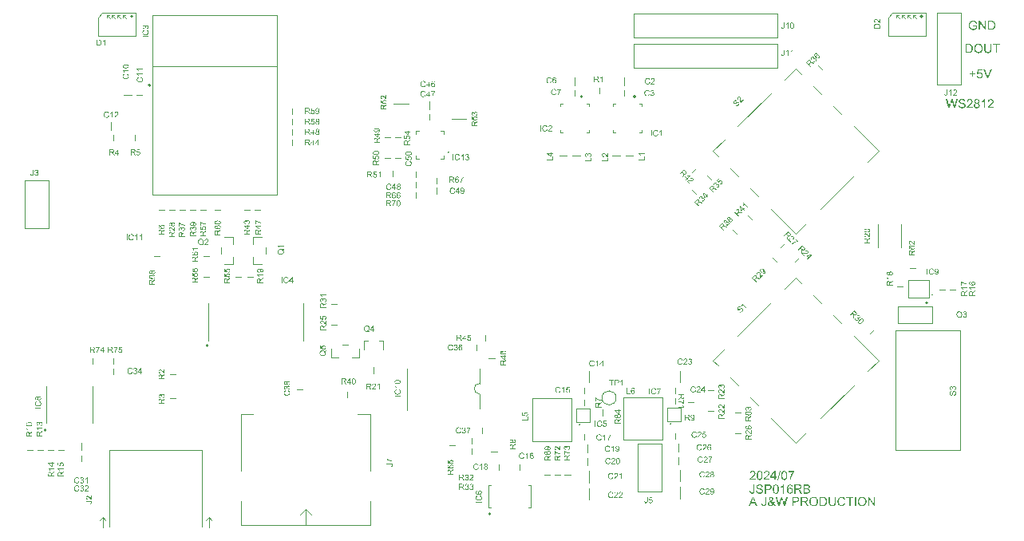
<source format=gto>
G04*
G04 #@! TF.GenerationSoftware,Altium Limited,Altium Designer,18.1.7 (191)*
G04*
G04 Layer_Color=65535*
%FSLAX44Y44*%
%MOMM*%
G71*
G01*
G75*
%ADD10C,0.2000*%
%ADD11C,0.1000*%
G36*
X996628Y456416D02*
X996724D01*
X996988Y456388D01*
X997279Y456347D01*
X997584Y456277D01*
X997917Y456194D01*
X998222Y456083D01*
X998236D01*
X998264Y456069D01*
X998306Y456041D01*
X998361Y456014D01*
X998500Y455944D01*
X998680Y455820D01*
X998888Y455681D01*
X999096Y455501D01*
X999290Y455293D01*
X999471Y455057D01*
Y455043D01*
X999484Y455029D01*
X999512Y454987D01*
X999540Y454946D01*
X999609Y454807D01*
X999692Y454627D01*
X999790Y454405D01*
X999859Y454142D01*
X999928Y453864D01*
X999956Y453559D01*
X998736Y453462D01*
Y453476D01*
Y453503D01*
X998722Y453545D01*
X998708Y453615D01*
X998666Y453767D01*
X998611Y453975D01*
X998527Y454197D01*
X998403Y454419D01*
X998250Y454627D01*
X998056Y454821D01*
X998028Y454835D01*
X997959Y454890D01*
X997820Y454974D01*
X997640Y455057D01*
X997404Y455140D01*
X997127Y455223D01*
X996780Y455279D01*
X996392Y455293D01*
X996198D01*
X996114Y455279D01*
X996003Y455265D01*
X995754Y455237D01*
X995476Y455182D01*
X995199Y455112D01*
X994936Y455001D01*
X994825Y454932D01*
X994714Y454863D01*
X994686Y454849D01*
X994630Y454793D01*
X994547Y454696D01*
X994464Y454585D01*
X994367Y454433D01*
X994284Y454266D01*
X994228Y454072D01*
X994201Y453850D01*
Y453823D01*
Y453767D01*
X994214Y453670D01*
X994242Y453559D01*
X994284Y453420D01*
X994353Y453282D01*
X994436Y453143D01*
X994561Y453004D01*
X994575Y452990D01*
X994644Y452949D01*
X994700Y452907D01*
X994755Y452879D01*
X994838Y452838D01*
X994936Y452782D01*
X995060Y452741D01*
X995199Y452685D01*
X995352Y452630D01*
X995532Y452561D01*
X995726Y452505D01*
X995948Y452436D01*
X996198Y452380D01*
X996475Y452311D01*
X996489D01*
X996544Y452297D01*
X996628Y452283D01*
X996724Y452255D01*
X996849Y452228D01*
X997002Y452186D01*
X997154Y452144D01*
X997321Y452103D01*
X997682Y452006D01*
X998028Y451909D01*
X998195Y451853D01*
X998347Y451798D01*
X998486Y451756D01*
X998597Y451701D01*
X998611D01*
X998638Y451687D01*
X998680Y451659D01*
X998736Y451631D01*
X998888Y451548D01*
X999068Y451437D01*
X999276Y451285D01*
X999484Y451118D01*
X999678Y450924D01*
X999845Y450716D01*
X999859Y450688D01*
X999914Y450619D01*
X999970Y450494D01*
X1000053Y450328D01*
X1000122Y450134D01*
X1000192Y449898D01*
X1000233Y449634D01*
X1000247Y449357D01*
Y449343D01*
Y449329D01*
Y449287D01*
Y449232D01*
X1000219Y449080D01*
X1000192Y448885D01*
X1000136Y448663D01*
X1000067Y448428D01*
X999956Y448178D01*
X999803Y447915D01*
Y447901D01*
X999790Y447887D01*
X999720Y447804D01*
X999623Y447679D01*
X999484Y447540D01*
X999304Y447374D01*
X999082Y447193D01*
X998832Y447027D01*
X998541Y446874D01*
X998527D01*
X998500Y446861D01*
X998458Y446847D01*
X998403Y446819D01*
X998319Y446791D01*
X998222Y446750D01*
X998000Y446694D01*
X997737Y446625D01*
X997418Y446555D01*
X997071Y446514D01*
X996697Y446500D01*
X996475D01*
X996364Y446514D01*
X996239D01*
X996100Y446528D01*
X995934Y446542D01*
X995587Y446597D01*
X995227Y446652D01*
X994866Y446750D01*
X994520Y446874D01*
X994506D01*
X994478Y446888D01*
X994436Y446916D01*
X994381Y446944D01*
X994214Y447027D01*
X994020Y447152D01*
X993798Y447318D01*
X993563Y447512D01*
X993341Y447748D01*
X993133Y448012D01*
Y448026D01*
X993105Y448053D01*
X993091Y448095D01*
X993049Y448150D01*
X993022Y448220D01*
X992980Y448303D01*
X992883Y448511D01*
X992786Y448774D01*
X992703Y449066D01*
X992647Y449398D01*
X992619Y449745D01*
X993812Y449856D01*
Y449842D01*
Y449828D01*
X993826Y449787D01*
Y449731D01*
X993854Y449607D01*
X993895Y449426D01*
X993951Y449246D01*
X994006Y449038D01*
X994103Y448844D01*
X994201Y448663D01*
X994214Y448650D01*
X994256Y448594D01*
X994325Y448497D01*
X994436Y448400D01*
X994575Y448275D01*
X994727Y448150D01*
X994936Y448026D01*
X995157Y447915D01*
X995171D01*
X995185Y447901D01*
X995227Y447887D01*
X995268Y447873D01*
X995407Y447831D01*
X995587Y447776D01*
X995809Y447720D01*
X996059Y447679D01*
X996336Y447651D01*
X996641Y447637D01*
X996766D01*
X996905Y447651D01*
X997071Y447665D01*
X997265Y447693D01*
X997487Y447720D01*
X997709Y447776D01*
X997917Y447845D01*
X997945Y447859D01*
X998014Y447887D01*
X998111Y447942D01*
X998236Y447998D01*
X998361Y448095D01*
X998500Y448192D01*
X998638Y448303D01*
X998749Y448442D01*
X998763Y448455D01*
X998791Y448511D01*
X998832Y448580D01*
X998888Y448691D01*
X998943Y448802D01*
X998985Y448941D01*
X999013Y449093D01*
X999027Y449260D01*
Y449274D01*
Y449343D01*
X999013Y449426D01*
X998999Y449537D01*
X998957Y449648D01*
X998916Y449787D01*
X998846Y449925D01*
X998749Y450050D01*
X998736Y450064D01*
X998694Y450106D01*
X998638Y450161D01*
X998541Y450244D01*
X998430Y450328D01*
X998278Y450425D01*
X998098Y450522D01*
X997889Y450605D01*
X997876Y450619D01*
X997806Y450633D01*
X997695Y450674D01*
X997626Y450688D01*
X997529Y450716D01*
X997432Y450758D01*
X997307Y450785D01*
X997168Y450827D01*
X997002Y450868D01*
X996835Y450910D01*
X996641Y450966D01*
X996419Y451021D01*
X996184Y451077D01*
X996170D01*
X996128Y451090D01*
X996059Y451104D01*
X995976Y451132D01*
X995865Y451160D01*
X995740Y451188D01*
X995462Y451271D01*
X995157Y451368D01*
X994838Y451465D01*
X994561Y451562D01*
X994436Y451617D01*
X994325Y451673D01*
X994311D01*
X994298Y451687D01*
X994214Y451742D01*
X994090Y451812D01*
X993951Y451922D01*
X993784Y452047D01*
X993618Y452200D01*
X993452Y452380D01*
X993313Y452574D01*
X993299Y452602D01*
X993257Y452671D01*
X993202Y452782D01*
X993147Y452921D01*
X993091Y453101D01*
X993036Y453309D01*
X992994Y453531D01*
X992980Y453767D01*
Y453781D01*
Y453795D01*
Y453836D01*
Y453892D01*
X993008Y454030D01*
X993036Y454211D01*
X993077Y454419D01*
X993147Y454655D01*
X993244Y454890D01*
X993382Y455126D01*
Y455140D01*
X993396Y455154D01*
X993465Y455237D01*
X993563Y455348D01*
X993687Y455487D01*
X993854Y455639D01*
X994062Y455806D01*
X994311Y455958D01*
X994589Y456097D01*
X994603D01*
X994630Y456111D01*
X994672Y456125D01*
X994727Y456152D01*
X994797Y456180D01*
X994894Y456208D01*
X995102Y456263D01*
X995365Y456319D01*
X995671Y456374D01*
X995990Y456416D01*
X996350Y456430D01*
X996530D01*
X996628Y456416D01*
D02*
G37*
G36*
X989222Y446666D02*
X987974D01*
X985963Y453975D01*
Y453989D01*
X985949Y454017D01*
X985935Y454058D01*
X985921Y454128D01*
X985880Y454280D01*
X985838Y454460D01*
X985782Y454655D01*
X985727Y454835D01*
X985685Y454987D01*
X985671Y455057D01*
X985658Y455098D01*
Y455084D01*
X985644Y455071D01*
X985630Y454987D01*
X985602Y454863D01*
X985561Y454710D01*
X985519Y454544D01*
X985463Y454350D01*
X985422Y454155D01*
X985366Y453975D01*
X983342Y446666D01*
X982010D01*
X979500Y456263D01*
X980817D01*
X982246Y449967D01*
Y449953D01*
X982260Y449925D01*
X982274Y449870D01*
X982288Y449801D01*
X982301Y449704D01*
X982329Y449607D01*
X982357Y449482D01*
X982385Y449343D01*
X982454Y449052D01*
X982523Y448719D01*
X982593Y448358D01*
X982662Y447998D01*
Y448012D01*
X982676Y448067D01*
X982704Y448136D01*
X982718Y448247D01*
X982745Y448358D01*
X982787Y448497D01*
X982856Y448802D01*
X982939Y449107D01*
X982967Y449260D01*
X983009Y449398D01*
X983036Y449523D01*
X983064Y449634D01*
X983092Y449717D01*
X983106Y449773D01*
X984922Y456263D01*
X986462D01*
X987821Y451395D01*
Y451382D01*
X987849Y451312D01*
X987877Y451215D01*
X987904Y451090D01*
X987946Y450924D01*
X988001Y450744D01*
X988057Y450536D01*
X988112Y450300D01*
X988182Y450036D01*
X988237Y449773D01*
X988362Y449204D01*
X988487Y448608D01*
X988584Y447998D01*
Y448012D01*
X988598Y448039D01*
Y448095D01*
X988625Y448164D01*
X988639Y448247D01*
X988667Y448344D01*
X988681Y448469D01*
X988723Y448608D01*
X988792Y448913D01*
X988875Y449274D01*
X988958Y449662D01*
X989069Y450092D01*
X990567Y456263D01*
X991857D01*
X989222Y446666D01*
D02*
G37*
G36*
X1027304Y456291D02*
X1027415Y456277D01*
X1027554Y456263D01*
X1027707Y456236D01*
X1027859Y456208D01*
X1028220Y456111D01*
X1028580Y455972D01*
X1028761Y455889D01*
X1028941Y455792D01*
X1029107Y455667D01*
X1029260Y455528D01*
X1029274Y455514D01*
X1029301Y455501D01*
X1029329Y455445D01*
X1029385Y455390D01*
X1029454Y455320D01*
X1029523Y455223D01*
X1029593Y455126D01*
X1029676Y455001D01*
X1029815Y454738D01*
X1029953Y454405D01*
X1030009Y454239D01*
X1030036Y454044D01*
X1030064Y453850D01*
X1030078Y453642D01*
Y453615D01*
Y453545D01*
X1030064Y453434D01*
X1030050Y453282D01*
X1030023Y453115D01*
X1029967Y452921D01*
X1029912Y452713D01*
X1029828Y452505D01*
X1029815Y452477D01*
X1029787Y452408D01*
X1029731Y452297D01*
X1029648Y452144D01*
X1029537Y451978D01*
X1029398Y451770D01*
X1029232Y451562D01*
X1029038Y451326D01*
X1029010Y451298D01*
X1028941Y451215D01*
X1028872Y451146D01*
X1028802Y451077D01*
X1028719Y450993D01*
X1028608Y450882D01*
X1028497Y450771D01*
X1028358Y450647D01*
X1028220Y450508D01*
X1028053Y450355D01*
X1027873Y450203D01*
X1027679Y450023D01*
X1027457Y449842D01*
X1027235Y449648D01*
X1027221Y449634D01*
X1027193Y449607D01*
X1027138Y449565D01*
X1027069Y449509D01*
X1026985Y449426D01*
X1026888Y449343D01*
X1026666Y449163D01*
X1026431Y448955D01*
X1026209Y448747D01*
X1026015Y448566D01*
X1025931Y448497D01*
X1025862Y448428D01*
X1025848Y448414D01*
X1025807Y448372D01*
X1025751Y448317D01*
X1025682Y448233D01*
X1025612Y448136D01*
X1025529Y448039D01*
X1025363Y447804D01*
X1030092D01*
Y446666D01*
X1023726D01*
Y446680D01*
Y446736D01*
Y446819D01*
X1023740Y446930D01*
X1023754Y447055D01*
X1023782Y447193D01*
X1023810Y447332D01*
X1023865Y447485D01*
Y447499D01*
X1023879Y447512D01*
X1023907Y447596D01*
X1023962Y447720D01*
X1024045Y447887D01*
X1024156Y448081D01*
X1024295Y448303D01*
X1024447Y448525D01*
X1024642Y448760D01*
Y448774D01*
X1024669Y448788D01*
X1024739Y448871D01*
X1024864Y448996D01*
X1025044Y449177D01*
X1025252Y449385D01*
X1025515Y449634D01*
X1025834Y449912D01*
X1026181Y450203D01*
X1026195Y450217D01*
X1026250Y450258D01*
X1026334Y450328D01*
X1026431Y450411D01*
X1026555Y450522D01*
X1026708Y450647D01*
X1026861Y450785D01*
X1027041Y450938D01*
X1027388Y451271D01*
X1027734Y451604D01*
X1027901Y451770D01*
X1028053Y451936D01*
X1028192Y452089D01*
X1028303Y452242D01*
Y452255D01*
X1028331Y452269D01*
X1028358Y452311D01*
X1028386Y452366D01*
X1028483Y452519D01*
X1028594Y452699D01*
X1028691Y452921D01*
X1028788Y453157D01*
X1028844Y453420D01*
X1028872Y453670D01*
Y453684D01*
Y453698D01*
X1028858Y453781D01*
X1028844Y453920D01*
X1028802Y454072D01*
X1028747Y454266D01*
X1028650Y454460D01*
X1028525Y454655D01*
X1028358Y454849D01*
X1028331Y454877D01*
X1028261Y454932D01*
X1028164Y455001D01*
X1028012Y455098D01*
X1027818Y455182D01*
X1027596Y455265D01*
X1027332Y455320D01*
X1027041Y455334D01*
X1026958D01*
X1026902Y455320D01*
X1026736Y455306D01*
X1026542Y455265D01*
X1026334Y455209D01*
X1026098Y455112D01*
X1025876Y454987D01*
X1025668Y454821D01*
X1025640Y454793D01*
X1025585Y454724D01*
X1025501Y454613D01*
X1025418Y454447D01*
X1025321Y454252D01*
X1025238Y454003D01*
X1025182Y453725D01*
X1025155Y453406D01*
X1023948Y453531D01*
Y453545D01*
X1023962Y453587D01*
Y453656D01*
X1023976Y453753D01*
X1024004Y453864D01*
X1024031Y453989D01*
X1024073Y454142D01*
X1024115Y454294D01*
X1024226Y454627D01*
X1024392Y454960D01*
X1024489Y455126D01*
X1024614Y455293D01*
X1024739Y455445D01*
X1024877Y455584D01*
X1024891Y455598D01*
X1024919Y455611D01*
X1024961Y455653D01*
X1025030Y455695D01*
X1025113Y455750D01*
X1025210Y455806D01*
X1025321Y455875D01*
X1025460Y455944D01*
X1025612Y456014D01*
X1025779Y456083D01*
X1025959Y456138D01*
X1026153Y456194D01*
X1026361Y456236D01*
X1026583Y456277D01*
X1026819Y456291D01*
X1027069Y456305D01*
X1027207D01*
X1027304Y456291D01*
D02*
G37*
G36*
X1020869Y446666D02*
X1019691D01*
Y454169D01*
X1019677Y454155D01*
X1019607Y454100D01*
X1019524Y454017D01*
X1019386Y453920D01*
X1019233Y453795D01*
X1019039Y453656D01*
X1018817Y453503D01*
X1018567Y453351D01*
X1018553D01*
X1018540Y453337D01*
X1018456Y453282D01*
X1018318Y453212D01*
X1018151Y453129D01*
X1017957Y453032D01*
X1017749Y452935D01*
X1017541Y452838D01*
X1017333Y452755D01*
Y453892D01*
X1017347D01*
X1017375Y453920D01*
X1017430Y453933D01*
X1017499Y453975D01*
X1017583Y454017D01*
X1017680Y454072D01*
X1017915Y454211D01*
X1018193Y454363D01*
X1018470Y454557D01*
X1018761Y454779D01*
X1019053Y455015D01*
X1019066Y455029D01*
X1019080Y455043D01*
X1019122Y455084D01*
X1019177Y455126D01*
X1019302Y455265D01*
X1019469Y455431D01*
X1019635Y455625D01*
X1019815Y455847D01*
X1019968Y456069D01*
X1020107Y456305D01*
X1020869D01*
Y446666D01*
D02*
G37*
G36*
X1004921Y456291D02*
X1005032Y456277D01*
X1005170Y456263D01*
X1005323Y456236D01*
X1005475Y456208D01*
X1005836Y456111D01*
X1006197Y455972D01*
X1006377Y455889D01*
X1006557Y455792D01*
X1006724Y455667D01*
X1006876Y455528D01*
X1006890Y455514D01*
X1006918Y455501D01*
X1006946Y455445D01*
X1007001Y455390D01*
X1007070Y455320D01*
X1007140Y455223D01*
X1007209Y455126D01*
X1007292Y455001D01*
X1007431Y454738D01*
X1007570Y454405D01*
X1007625Y454239D01*
X1007653Y454044D01*
X1007681Y453850D01*
X1007694Y453642D01*
Y453615D01*
Y453545D01*
X1007681Y453434D01*
X1007667Y453282D01*
X1007639Y453115D01*
X1007583Y452921D01*
X1007528Y452713D01*
X1007445Y452505D01*
X1007431Y452477D01*
X1007403Y452408D01*
X1007348Y452297D01*
X1007264Y452144D01*
X1007154Y451978D01*
X1007015Y451770D01*
X1006849Y451562D01*
X1006654Y451326D01*
X1006627Y451298D01*
X1006557Y451215D01*
X1006488Y451146D01*
X1006419Y451077D01*
X1006335Y450993D01*
X1006224Y450882D01*
X1006114Y450771D01*
X1005975Y450647D01*
X1005836Y450508D01*
X1005670Y450355D01*
X1005489Y450203D01*
X1005295Y450023D01*
X1005073Y449842D01*
X1004851Y449648D01*
X1004838Y449634D01*
X1004810Y449607D01*
X1004754Y449565D01*
X1004685Y449509D01*
X1004602Y449426D01*
X1004505Y449343D01*
X1004283Y449163D01*
X1004047Y448955D01*
X1003825Y448747D01*
X1003631Y448566D01*
X1003548Y448497D01*
X1003478Y448428D01*
X1003465Y448414D01*
X1003423Y448372D01*
X1003367Y448317D01*
X1003298Y448233D01*
X1003229Y448136D01*
X1003146Y448039D01*
X1002979Y447804D01*
X1007708D01*
Y446666D01*
X1001343D01*
Y446680D01*
Y446736D01*
Y446819D01*
X1001357Y446930D01*
X1001370Y447055D01*
X1001398Y447193D01*
X1001426Y447332D01*
X1001481Y447485D01*
Y447499D01*
X1001495Y447512D01*
X1001523Y447596D01*
X1001579Y447720D01*
X1001662Y447887D01*
X1001773Y448081D01*
X1001911Y448303D01*
X1002064Y448525D01*
X1002258Y448760D01*
Y448774D01*
X1002286Y448788D01*
X1002355Y448871D01*
X1002480Y448996D01*
X1002660Y449177D01*
X1002868Y449385D01*
X1003132Y449634D01*
X1003451Y449912D01*
X1003797Y450203D01*
X1003811Y450217D01*
X1003867Y450258D01*
X1003950Y450328D01*
X1004047Y450411D01*
X1004172Y450522D01*
X1004324Y450647D01*
X1004477Y450785D01*
X1004657Y450938D01*
X1005004Y451271D01*
X1005351Y451604D01*
X1005517Y451770D01*
X1005670Y451936D01*
X1005808Y452089D01*
X1005919Y452242D01*
Y452255D01*
X1005947Y452269D01*
X1005975Y452311D01*
X1006003Y452366D01*
X1006100Y452519D01*
X1006210Y452699D01*
X1006308Y452921D01*
X1006405Y453157D01*
X1006460Y453420D01*
X1006488Y453670D01*
Y453684D01*
Y453698D01*
X1006474Y453781D01*
X1006460Y453920D01*
X1006419Y454072D01*
X1006363Y454266D01*
X1006266Y454460D01*
X1006141Y454655D01*
X1005975Y454849D01*
X1005947Y454877D01*
X1005878Y454932D01*
X1005781Y455001D01*
X1005628Y455098D01*
X1005434Y455182D01*
X1005212Y455265D01*
X1004949Y455320D01*
X1004657Y455334D01*
X1004574D01*
X1004519Y455320D01*
X1004352Y455306D01*
X1004158Y455265D01*
X1003950Y455209D01*
X1003714Y455112D01*
X1003492Y454987D01*
X1003284Y454821D01*
X1003257Y454793D01*
X1003201Y454724D01*
X1003118Y454613D01*
X1003035Y454447D01*
X1002938Y454252D01*
X1002854Y454003D01*
X1002799Y453725D01*
X1002771Y453406D01*
X1001565Y453531D01*
Y453545D01*
X1001579Y453587D01*
Y453656D01*
X1001592Y453753D01*
X1001620Y453864D01*
X1001648Y453989D01*
X1001689Y454142D01*
X1001731Y454294D01*
X1001842Y454627D01*
X1002008Y454960D01*
X1002105Y455126D01*
X1002230Y455293D01*
X1002355Y455445D01*
X1002494Y455584D01*
X1002508Y455598D01*
X1002535Y455611D01*
X1002577Y455653D01*
X1002646Y455695D01*
X1002730Y455750D01*
X1002827Y455806D01*
X1002938Y455875D01*
X1003076Y455944D01*
X1003229Y456014D01*
X1003395Y456083D01*
X1003576Y456138D01*
X1003770Y456194D01*
X1003978Y456236D01*
X1004200Y456277D01*
X1004435Y456291D01*
X1004685Y456305D01*
X1004824D01*
X1004921Y456291D01*
D02*
G37*
G36*
X1012299D02*
X1012410Y456277D01*
X1012534Y456263D01*
X1012673Y456250D01*
X1012812Y456208D01*
X1013145Y456125D01*
X1013478Y456000D01*
X1013644Y455917D01*
X1013810Y455820D01*
X1013963Y455695D01*
X1014116Y455570D01*
X1014129Y455556D01*
X1014143Y455542D01*
X1014185Y455501D01*
X1014240Y455445D01*
X1014296Y455362D01*
X1014365Y455279D01*
X1014504Y455071D01*
X1014642Y454807D01*
X1014767Y454502D01*
X1014864Y454155D01*
X1014878Y453975D01*
X1014892Y453781D01*
Y453767D01*
Y453753D01*
Y453670D01*
X1014878Y453545D01*
X1014850Y453393D01*
X1014809Y453198D01*
X1014740Y453004D01*
X1014656Y452810D01*
X1014532Y452616D01*
X1014518Y452588D01*
X1014462Y452533D01*
X1014379Y452449D01*
X1014268Y452339D01*
X1014116Y452214D01*
X1013935Y452089D01*
X1013727Y451964D01*
X1013478Y451853D01*
X1013491D01*
X1013519Y451839D01*
X1013561Y451825D01*
X1013616Y451798D01*
X1013783Y451728D01*
X1013977Y451631D01*
X1014185Y451493D01*
X1014407Y451340D01*
X1014615Y451146D01*
X1014809Y450924D01*
Y450910D01*
X1014823Y450896D01*
X1014878Y450813D01*
X1014961Y450674D01*
X1015045Y450494D01*
X1015128Y450272D01*
X1015211Y450009D01*
X1015267Y449717D01*
X1015281Y449398D01*
Y449385D01*
Y449343D01*
Y449274D01*
X1015267Y449190D01*
X1015253Y449093D01*
X1015239Y448969D01*
X1015211Y448830D01*
X1015170Y448677D01*
X1015072Y448358D01*
X1015003Y448178D01*
X1014906Y448012D01*
X1014809Y447831D01*
X1014698Y447665D01*
X1014559Y447499D01*
X1014407Y447332D01*
X1014393Y447318D01*
X1014365Y447290D01*
X1014324Y447249D01*
X1014254Y447207D01*
X1014157Y447138D01*
X1014060Y447069D01*
X1013935Y446999D01*
X1013796Y446916D01*
X1013644Y446833D01*
X1013464Y446763D01*
X1013270Y446694D01*
X1013075Y446625D01*
X1012853Y446583D01*
X1012618Y446542D01*
X1012382Y446514D01*
X1012119Y446500D01*
X1011980D01*
X1011883Y446514D01*
X1011758Y446528D01*
X1011619Y446542D01*
X1011467Y446569D01*
X1011300Y446611D01*
X1010926Y446708D01*
X1010732Y446777D01*
X1010551Y446847D01*
X1010357Y446944D01*
X1010163Y447055D01*
X1009983Y447179D01*
X1009816Y447332D01*
X1009802Y447346D01*
X1009775Y447374D01*
X1009733Y447415D01*
X1009678Y447485D01*
X1009622Y447568D01*
X1009539Y447665D01*
X1009470Y447776D01*
X1009386Y447915D01*
X1009303Y448053D01*
X1009234Y448220D01*
X1009095Y448566D01*
X1009040Y448774D01*
X1008998Y448982D01*
X1008970Y449204D01*
X1008957Y449426D01*
Y449440D01*
Y449468D01*
Y449523D01*
X1008970Y449579D01*
Y449662D01*
X1008984Y449759D01*
X1009012Y449981D01*
X1009067Y450231D01*
X1009151Y450480D01*
X1009276Y450744D01*
X1009428Y450993D01*
Y451007D01*
X1009456Y451021D01*
X1009511Y451090D01*
X1009622Y451201D01*
X1009775Y451340D01*
X1009969Y451479D01*
X1010205Y451631D01*
X1010468Y451756D01*
X1010787Y451853D01*
X1010773D01*
X1010759Y451867D01*
X1010718Y451881D01*
X1010662Y451909D01*
X1010537Y451964D01*
X1010371Y452047D01*
X1010191Y452158D01*
X1010011Y452297D01*
X1009844Y452449D01*
X1009691Y452616D01*
X1009678Y452644D01*
X1009636Y452699D01*
X1009581Y452810D01*
X1009525Y452949D01*
X1009456Y453129D01*
X1009400Y453337D01*
X1009359Y453573D01*
X1009345Y453823D01*
Y453836D01*
Y453864D01*
Y453920D01*
X1009359Y454003D01*
X1009372Y454086D01*
X1009386Y454197D01*
X1009442Y454433D01*
X1009525Y454710D01*
X1009664Y455001D01*
X1009747Y455154D01*
X1009844Y455306D01*
X1009969Y455445D01*
X1010094Y455584D01*
X1010108Y455598D01*
X1010135Y455611D01*
X1010177Y455653D01*
X1010232Y455695D01*
X1010302Y455750D01*
X1010399Y455806D01*
X1010510Y455875D01*
X1010621Y455944D01*
X1010759Y456014D01*
X1010912Y456083D01*
X1011078Y456138D01*
X1011259Y456194D01*
X1011647Y456277D01*
X1011869Y456291D01*
X1012091Y456305D01*
X1012216D01*
X1012299Y456291D01*
D02*
G37*
G36*
X1027667Y509216D02*
Y509202D01*
Y509147D01*
Y509077D01*
Y508980D01*
X1027654Y508855D01*
Y508717D01*
X1027640Y508550D01*
X1027626Y508384D01*
X1027584Y508009D01*
X1027529Y507621D01*
X1027446Y507247D01*
X1027390Y507066D01*
X1027335Y506900D01*
Y506886D01*
X1027321Y506858D01*
X1027293Y506817D01*
X1027265Y506761D01*
X1027182Y506609D01*
X1027057Y506415D01*
X1026891Y506193D01*
X1026697Y505971D01*
X1026447Y505735D01*
X1026142Y505527D01*
X1026128D01*
X1026100Y505499D01*
X1026059Y505485D01*
X1025989Y505444D01*
X1025906Y505402D01*
X1025795Y505361D01*
X1025684Y505319D01*
X1025546Y505263D01*
X1025393Y505208D01*
X1025227Y505166D01*
X1025046Y505125D01*
X1024838Y505083D01*
X1024630Y505056D01*
X1024408Y505028D01*
X1023909Y505000D01*
X1023784D01*
X1023687Y505014D01*
X1023576D01*
X1023438Y505028D01*
X1023285Y505042D01*
X1023132Y505056D01*
X1022786Y505111D01*
X1022411Y505194D01*
X1022051Y505305D01*
X1021704Y505458D01*
X1021690D01*
X1021662Y505485D01*
X1021621Y505513D01*
X1021565Y505541D01*
X1021413Y505652D01*
X1021233Y505804D01*
X1021024Y505998D01*
X1020830Y506220D01*
X1020636Y506498D01*
X1020484Y506803D01*
Y506817D01*
X1020470Y506844D01*
X1020456Y506900D01*
X1020428Y506969D01*
X1020400Y507052D01*
X1020373Y507164D01*
X1020331Y507288D01*
X1020303Y507441D01*
X1020276Y507607D01*
X1020234Y507788D01*
X1020206Y507982D01*
X1020179Y508190D01*
X1020151Y508425D01*
X1020137Y508675D01*
X1020123Y508939D01*
Y509216D01*
Y514763D01*
X1021399D01*
Y509216D01*
Y509202D01*
Y509160D01*
Y509091D01*
Y509008D01*
X1021413Y508911D01*
Y508786D01*
X1021427Y508523D01*
X1021454Y508218D01*
X1021496Y507912D01*
X1021552Y507621D01*
X1021579Y507496D01*
X1021621Y507371D01*
X1021635Y507344D01*
X1021662Y507274D01*
X1021732Y507177D01*
X1021815Y507039D01*
X1021912Y506900D01*
X1022051Y506747D01*
X1022217Y506595D01*
X1022411Y506470D01*
X1022439Y506456D01*
X1022508Y506415D01*
X1022633Y506373D01*
X1022800Y506317D01*
X1022994Y506248D01*
X1023243Y506207D01*
X1023507Y506165D01*
X1023798Y506151D01*
X1023937D01*
X1024020Y506165D01*
X1024145D01*
X1024270Y506179D01*
X1024575Y506234D01*
X1024908Y506304D01*
X1025227Y506415D01*
X1025532Y506567D01*
X1025670Y506664D01*
X1025795Y506775D01*
X1025809Y506789D01*
X1025823Y506803D01*
X1025851Y506844D01*
X1025892Y506900D01*
X1025934Y506983D01*
X1025989Y507066D01*
X1026045Y507191D01*
X1026100Y507316D01*
X1026156Y507469D01*
X1026197Y507649D01*
X1026253Y507857D01*
X1026294Y508079D01*
X1026336Y508328D01*
X1026364Y508592D01*
X1026392Y508897D01*
Y509216D01*
Y514763D01*
X1027667D01*
Y509216D01*
D02*
G37*
G36*
X1036668Y513626D02*
X1033506D01*
Y505166D01*
X1032230D01*
Y513626D01*
X1029068D01*
Y514763D01*
X1036668D01*
Y513626D01*
D02*
G37*
G36*
X1003939Y514749D02*
X1004216Y514736D01*
X1004493Y514708D01*
X1004771Y514666D01*
X1005006Y514625D01*
X1005020D01*
X1005048Y514611D01*
X1005090D01*
X1005145Y514583D01*
X1005298Y514542D01*
X1005492Y514472D01*
X1005714Y514375D01*
X1005950Y514250D01*
X1006185Y514112D01*
X1006407Y513931D01*
X1006421Y513917D01*
X1006435Y513904D01*
X1006477Y513862D01*
X1006532Y513820D01*
X1006671Y513682D01*
X1006837Y513488D01*
X1007017Y513252D01*
X1007212Y512974D01*
X1007392Y512655D01*
X1007544Y512295D01*
Y512281D01*
X1007558Y512253D01*
X1007586Y512198D01*
X1007600Y512114D01*
X1007642Y512017D01*
X1007669Y511907D01*
X1007697Y511782D01*
X1007739Y511629D01*
X1007780Y511477D01*
X1007808Y511296D01*
X1007877Y510908D01*
X1007919Y510478D01*
X1007933Y510006D01*
Y509993D01*
Y509965D01*
Y509896D01*
Y509826D01*
X1007919Y509729D01*
Y509618D01*
X1007905Y509355D01*
X1007863Y509050D01*
X1007822Y508731D01*
X1007752Y508398D01*
X1007669Y508065D01*
Y508051D01*
X1007655Y508023D01*
X1007642Y507982D01*
X1007628Y507926D01*
X1007572Y507774D01*
X1007489Y507579D01*
X1007406Y507358D01*
X1007295Y507136D01*
X1007156Y506900D01*
X1007017Y506678D01*
X1007003Y506650D01*
X1006948Y506581D01*
X1006865Y506484D01*
X1006754Y506359D01*
X1006629Y506220D01*
X1006477Y506082D01*
X1006324Y505929D01*
X1006144Y505804D01*
X1006116Y505790D01*
X1006060Y505749D01*
X1005963Y505693D01*
X1005825Y505624D01*
X1005658Y505541D01*
X1005464Y505471D01*
X1005242Y505388D01*
X1004993Y505319D01*
X1004965D01*
X1004923Y505305D01*
X1004882Y505291D01*
X1004743Y505277D01*
X1004549Y505250D01*
X1004327Y505222D01*
X1004063Y505194D01*
X1003772Y505180D01*
X1003453Y505166D01*
X1000000D01*
Y514763D01*
X1003689D01*
X1003939Y514749D01*
D02*
G37*
G36*
X1014104Y514916D02*
X1014229D01*
X1014354Y514902D01*
X1014520Y514874D01*
X1014687Y514847D01*
X1015047Y514777D01*
X1015463Y514666D01*
X1015865Y514500D01*
X1016074Y514403D01*
X1016282Y514292D01*
X1016295Y514278D01*
X1016323Y514264D01*
X1016379Y514222D01*
X1016462Y514181D01*
X1016545Y514112D01*
X1016656Y514028D01*
X1016892Y513834D01*
X1017141Y513585D01*
X1017419Y513279D01*
X1017682Y512919D01*
X1017904Y512517D01*
Y512503D01*
X1017932Y512461D01*
X1017960Y512406D01*
X1017987Y512323D01*
X1018043Y512212D01*
X1018084Y512087D01*
X1018140Y511934D01*
X1018195Y511768D01*
X1018237Y511587D01*
X1018292Y511393D01*
X1018348Y511171D01*
X1018390Y510950D01*
X1018445Y510464D01*
X1018473Y509937D01*
Y509923D01*
Y509868D01*
Y509799D01*
X1018459Y509688D01*
Y509563D01*
X1018445Y509410D01*
X1018417Y509244D01*
X1018403Y509063D01*
X1018334Y508661D01*
X1018223Y508218D01*
X1018071Y507774D01*
X1017987Y507552D01*
X1017876Y507330D01*
Y507316D01*
X1017849Y507274D01*
X1017821Y507219D01*
X1017765Y507136D01*
X1017710Y507039D01*
X1017641Y506942D01*
X1017447Y506678D01*
X1017211Y506401D01*
X1016933Y506110D01*
X1016600Y505832D01*
X1016212Y505583D01*
X1016198D01*
X1016171Y505555D01*
X1016101Y505527D01*
X1016018Y505485D01*
X1015921Y505444D01*
X1015810Y505402D01*
X1015671Y505347D01*
X1015519Y505291D01*
X1015352Y505236D01*
X1015172Y505180D01*
X1014770Y505097D01*
X1014340Y505028D01*
X1013882Y505000D01*
X1013744D01*
X1013660Y505014D01*
X1013536D01*
X1013397Y505042D01*
X1013244Y505056D01*
X1013064Y505083D01*
X1012690Y505166D01*
X1012287Y505277D01*
X1011871Y505444D01*
X1011663Y505541D01*
X1011455Y505652D01*
X1011441Y505666D01*
X1011414Y505680D01*
X1011358Y505721D01*
X1011275Y505777D01*
X1011192Y505832D01*
X1011095Y505915D01*
X1010859Y506123D01*
X1010595Y506373D01*
X1010318Y506678D01*
X1010069Y507025D01*
X1009833Y507427D01*
Y507441D01*
X1009805Y507482D01*
X1009777Y507538D01*
X1009750Y507621D01*
X1009708Y507732D01*
X1009666Y507857D01*
X1009611Y507996D01*
X1009569Y508148D01*
X1009514Y508328D01*
X1009458Y508509D01*
X1009375Y508925D01*
X1009320Y509355D01*
X1009292Y509826D01*
Y509840D01*
Y509854D01*
Y509937D01*
X1009306Y510062D01*
Y510228D01*
X1009333Y510423D01*
X1009361Y510658D01*
X1009403Y510922D01*
X1009458Y511199D01*
X1009514Y511490D01*
X1009597Y511796D01*
X1009708Y512101D01*
X1009833Y512420D01*
X1009971Y512725D01*
X1010152Y513030D01*
X1010346Y513307D01*
X1010568Y513571D01*
X1010582Y513585D01*
X1010623Y513626D01*
X1010706Y513695D01*
X1010804Y513779D01*
X1010928Y513890D01*
X1011081Y514001D01*
X1011261Y514125D01*
X1011469Y514250D01*
X1011691Y514375D01*
X1011941Y514500D01*
X1012218Y514611D01*
X1012509Y514722D01*
X1012828Y514805D01*
X1013161Y514874D01*
X1013508Y514916D01*
X1013882Y514930D01*
X1014007D01*
X1014104Y514916D01*
D02*
G37*
G36*
X818499Y60709D02*
X818485Y60696D01*
X818458Y60668D01*
X818402Y60612D01*
X818347Y60529D01*
X818263Y60432D01*
X818153Y60321D01*
X818042Y60182D01*
X817917Y60016D01*
X817792Y59850D01*
X817639Y59655D01*
X817487Y59433D01*
X817334Y59212D01*
X817168Y58962D01*
X817001Y58698D01*
X816835Y58407D01*
X816669Y58116D01*
X816655Y58102D01*
X816627Y58047D01*
X816585Y57963D01*
X816516Y57839D01*
X816447Y57686D01*
X816364Y57520D01*
X816266Y57326D01*
X816169Y57104D01*
X816058Y56854D01*
X815934Y56604D01*
X815823Y56327D01*
X815712Y56036D01*
X815490Y55439D01*
X815282Y54801D01*
Y54788D01*
X815268Y54746D01*
X815254Y54677D01*
X815226Y54593D01*
X815199Y54482D01*
X815171Y54344D01*
X815129Y54191D01*
X815101Y54025D01*
X815060Y53831D01*
X815018Y53623D01*
X814949Y53179D01*
X814880Y52693D01*
X814838Y52166D01*
X813632D01*
Y52180D01*
Y52222D01*
Y52277D01*
X813645Y52361D01*
Y52471D01*
X813659Y52610D01*
X813673Y52763D01*
X813687Y52929D01*
X813715Y53123D01*
X813742Y53317D01*
X813784Y53553D01*
X813826Y53789D01*
X813867Y54039D01*
X813923Y54316D01*
X814061Y54885D01*
Y54899D01*
X814075Y54954D01*
X814103Y55037D01*
X814145Y55162D01*
X814186Y55301D01*
X814242Y55467D01*
X814297Y55661D01*
X814380Y55869D01*
X814464Y56105D01*
X814547Y56341D01*
X814755Y56868D01*
X815004Y57422D01*
X815282Y57977D01*
X815296Y57991D01*
X815323Y58047D01*
X815365Y58116D01*
X815421Y58227D01*
X815490Y58352D01*
X815587Y58504D01*
X815684Y58671D01*
X815795Y58851D01*
X816058Y59253D01*
X816336Y59669D01*
X816655Y60099D01*
X816988Y60501D01*
X812286D01*
Y61638D01*
X818499D01*
Y60709D01*
D02*
G37*
G36*
X798501Y55550D02*
X799805D01*
Y54469D01*
X798501D01*
Y52166D01*
X797322D01*
Y54469D01*
X793148D01*
Y55550D01*
X797544Y61763D01*
X798501D01*
Y55550D01*
D02*
G37*
G36*
X789501Y61791D02*
X789611Y61777D01*
X789750Y61763D01*
X789903Y61736D01*
X790055Y61708D01*
X790416Y61611D01*
X790776Y61472D01*
X790957Y61389D01*
X791137Y61292D01*
X791303Y61167D01*
X791456Y61028D01*
X791470Y61014D01*
X791497Y61001D01*
X791525Y60945D01*
X791581Y60890D01*
X791650Y60820D01*
X791719Y60723D01*
X791789Y60626D01*
X791872Y60501D01*
X792011Y60238D01*
X792149Y59905D01*
X792205Y59739D01*
X792233Y59544D01*
X792260Y59350D01*
X792274Y59142D01*
Y59114D01*
Y59045D01*
X792260Y58934D01*
X792246Y58782D01*
X792219Y58615D01*
X792163Y58421D01*
X792108Y58213D01*
X792025Y58005D01*
X792011Y57977D01*
X791983Y57908D01*
X791927Y57797D01*
X791844Y57644D01*
X791733Y57478D01*
X791595Y57270D01*
X791428Y57062D01*
X791234Y56826D01*
X791206Y56799D01*
X791137Y56715D01*
X791068Y56646D01*
X790998Y56577D01*
X790915Y56493D01*
X790804Y56382D01*
X790693Y56272D01*
X790555Y56147D01*
X790416Y56008D01*
X790249Y55855D01*
X790069Y55703D01*
X789875Y55523D01*
X789653Y55342D01*
X789431Y55148D01*
X789417Y55134D01*
X789389Y55107D01*
X789334Y55065D01*
X789265Y55009D01*
X789182Y54926D01*
X789084Y54843D01*
X788863Y54663D01*
X788627Y54455D01*
X788405Y54247D01*
X788211Y54066D01*
X788128Y53997D01*
X788058Y53928D01*
X788044Y53914D01*
X788003Y53872D01*
X787947Y53817D01*
X787878Y53734D01*
X787809Y53636D01*
X787725Y53539D01*
X787559Y53304D01*
X792288D01*
Y52166D01*
X785922D01*
Y52180D01*
Y52236D01*
Y52319D01*
X785936Y52430D01*
X785950Y52555D01*
X785978Y52693D01*
X786006Y52832D01*
X786061Y52985D01*
Y52998D01*
X786075Y53012D01*
X786103Y53096D01*
X786158Y53220D01*
X786241Y53387D01*
X786352Y53581D01*
X786491Y53803D01*
X786644Y54025D01*
X786838Y54261D01*
Y54274D01*
X786865Y54288D01*
X786935Y54372D01*
X787060Y54496D01*
X787240Y54677D01*
X787448Y54885D01*
X787711Y55134D01*
X788030Y55412D01*
X788377Y55703D01*
X788391Y55717D01*
X788447Y55758D01*
X788530Y55828D01*
X788627Y55911D01*
X788752Y56022D01*
X788904Y56147D01*
X789057Y56285D01*
X789237Y56438D01*
X789584Y56771D01*
X789930Y57104D01*
X790097Y57270D01*
X790249Y57436D01*
X790388Y57589D01*
X790499Y57741D01*
Y57755D01*
X790527Y57769D01*
X790555Y57811D01*
X790582Y57866D01*
X790679Y58019D01*
X790790Y58199D01*
X790887Y58421D01*
X790984Y58657D01*
X791040Y58920D01*
X791068Y59170D01*
Y59184D01*
Y59198D01*
X791054Y59281D01*
X791040Y59420D01*
X790998Y59572D01*
X790943Y59766D01*
X790846Y59960D01*
X790721Y60155D01*
X790555Y60349D01*
X790527Y60377D01*
X790457Y60432D01*
X790360Y60501D01*
X790208Y60598D01*
X790014Y60682D01*
X789792Y60765D01*
X789528Y60820D01*
X789237Y60834D01*
X789154D01*
X789098Y60820D01*
X788932Y60806D01*
X788738Y60765D01*
X788530Y60709D01*
X788294Y60612D01*
X788072Y60487D01*
X787864Y60321D01*
X787836Y60293D01*
X787781Y60224D01*
X787698Y60113D01*
X787614Y59947D01*
X787517Y59752D01*
X787434Y59503D01*
X787379Y59225D01*
X787351Y58906D01*
X786144Y59031D01*
Y59045D01*
X786158Y59087D01*
Y59156D01*
X786172Y59253D01*
X786200Y59364D01*
X786227Y59489D01*
X786269Y59641D01*
X786311Y59794D01*
X786422Y60127D01*
X786588Y60460D01*
X786685Y60626D01*
X786810Y60793D01*
X786935Y60945D01*
X787074Y61084D01*
X787087Y61098D01*
X787115Y61111D01*
X787157Y61153D01*
X787226Y61195D01*
X787309Y61250D01*
X787406Y61306D01*
X787517Y61375D01*
X787656Y61444D01*
X787809Y61514D01*
X787975Y61583D01*
X788155Y61638D01*
X788349Y61694D01*
X788557Y61736D01*
X788779Y61777D01*
X789015Y61791D01*
X789265Y61805D01*
X789403D01*
X789501Y61791D01*
D02*
G37*
G36*
X774578D02*
X774689Y61777D01*
X774828Y61763D01*
X774980Y61736D01*
X775133Y61708D01*
X775493Y61611D01*
X775854Y61472D01*
X776034Y61389D01*
X776215Y61292D01*
X776381Y61167D01*
X776534Y61028D01*
X776547Y61014D01*
X776575Y61001D01*
X776603Y60945D01*
X776658Y60890D01*
X776728Y60820D01*
X776797Y60723D01*
X776866Y60626D01*
X776950Y60501D01*
X777088Y60238D01*
X777227Y59905D01*
X777282Y59739D01*
X777310Y59544D01*
X777338Y59350D01*
X777352Y59142D01*
Y59114D01*
Y59045D01*
X777338Y58934D01*
X777324Y58782D01*
X777296Y58615D01*
X777241Y58421D01*
X777185Y58213D01*
X777102Y58005D01*
X777088Y57977D01*
X777060Y57908D01*
X777005Y57797D01*
X776922Y57644D01*
X776811Y57478D01*
X776672Y57270D01*
X776506Y57062D01*
X776312Y56826D01*
X776284Y56799D01*
X776215Y56715D01*
X776145Y56646D01*
X776076Y56577D01*
X775993Y56493D01*
X775882Y56382D01*
X775771Y56272D01*
X775632Y56147D01*
X775493Y56008D01*
X775327Y55855D01*
X775147Y55703D01*
X774952Y55523D01*
X774731Y55342D01*
X774509Y55148D01*
X774495Y55134D01*
X774467Y55107D01*
X774412Y55065D01*
X774342Y55009D01*
X774259Y54926D01*
X774162Y54843D01*
X773940Y54663D01*
X773704Y54455D01*
X773483Y54247D01*
X773288Y54066D01*
X773205Y53997D01*
X773136Y53928D01*
X773122Y53914D01*
X773080Y53872D01*
X773025Y53817D01*
X772955Y53734D01*
X772886Y53636D01*
X772803Y53539D01*
X772636Y53304D01*
X777366D01*
Y52166D01*
X771000D01*
Y52180D01*
Y52236D01*
Y52319D01*
X771014Y52430D01*
X771028Y52555D01*
X771056Y52693D01*
X771083Y52832D01*
X771139Y52985D01*
Y52998D01*
X771153Y53012D01*
X771180Y53096D01*
X771236Y53220D01*
X771319Y53387D01*
X771430Y53581D01*
X771569Y53803D01*
X771721Y54025D01*
X771915Y54261D01*
Y54274D01*
X771943Y54288D01*
X772012Y54372D01*
X772137Y54496D01*
X772318Y54677D01*
X772525Y54885D01*
X772789Y55134D01*
X773108Y55412D01*
X773455Y55703D01*
X773469Y55717D01*
X773524Y55758D01*
X773607Y55828D01*
X773704Y55911D01*
X773829Y56022D01*
X773982Y56147D01*
X774134Y56285D01*
X774315Y56438D01*
X774661Y56771D01*
X775008Y57104D01*
X775174Y57270D01*
X775327Y57436D01*
X775466Y57589D01*
X775577Y57741D01*
Y57755D01*
X775604Y57769D01*
X775632Y57811D01*
X775660Y57866D01*
X775757Y58019D01*
X775868Y58199D01*
X775965Y58421D01*
X776062Y58657D01*
X776117Y58920D01*
X776145Y59170D01*
Y59184D01*
Y59198D01*
X776131Y59281D01*
X776117Y59420D01*
X776076Y59572D01*
X776020Y59766D01*
X775923Y59960D01*
X775798Y60155D01*
X775632Y60349D01*
X775604Y60377D01*
X775535Y60432D01*
X775438Y60501D01*
X775285Y60598D01*
X775091Y60682D01*
X774869Y60765D01*
X774606Y60820D01*
X774315Y60834D01*
X774231D01*
X774176Y60820D01*
X774009Y60806D01*
X773815Y60765D01*
X773607Y60709D01*
X773372Y60612D01*
X773150Y60487D01*
X772942Y60321D01*
X772914Y60293D01*
X772858Y60224D01*
X772775Y60113D01*
X772692Y59947D01*
X772595Y59752D01*
X772512Y59503D01*
X772456Y59225D01*
X772429Y58906D01*
X771222Y59031D01*
Y59045D01*
X771236Y59087D01*
Y59156D01*
X771250Y59253D01*
X771277Y59364D01*
X771305Y59489D01*
X771347Y59641D01*
X771388Y59794D01*
X771499Y60127D01*
X771666Y60460D01*
X771763Y60626D01*
X771888Y60793D01*
X772012Y60945D01*
X772151Y61084D01*
X772165Y61098D01*
X772193Y61111D01*
X772234Y61153D01*
X772304Y61195D01*
X772387Y61250D01*
X772484Y61306D01*
X772595Y61375D01*
X772734Y61444D01*
X772886Y61514D01*
X773053Y61583D01*
X773233Y61638D01*
X773427Y61694D01*
X773635Y61736D01*
X773857Y61777D01*
X774093Y61791D01*
X774342Y61805D01*
X774481D01*
X774578Y61791D01*
D02*
G37*
G36*
X808154D02*
X808334Y61763D01*
X808542Y61722D01*
X808764Y61666D01*
X808999Y61597D01*
X809221Y61486D01*
X809235D01*
X809249Y61472D01*
X809318Y61431D01*
X809429Y61361D01*
X809568Y61264D01*
X809721Y61125D01*
X809887Y60973D01*
X810040Y60793D01*
X810192Y60585D01*
X810206Y60557D01*
X810261Y60487D01*
X810317Y60363D01*
X810414Y60182D01*
X810497Y59974D01*
X810608Y59739D01*
X810705Y59461D01*
X810788Y59156D01*
Y59142D01*
X810802Y59114D01*
X810816Y59073D01*
X810830Y59004D01*
X810844Y58920D01*
X810858Y58823D01*
X810885Y58698D01*
X810899Y58560D01*
X810927Y58407D01*
X810941Y58241D01*
X810955Y58047D01*
X810983Y57853D01*
X810996Y57631D01*
Y57409D01*
X811010Y57159D01*
Y56895D01*
Y56882D01*
Y56826D01*
Y56729D01*
Y56618D01*
X810996Y56466D01*
Y56299D01*
X810983Y56119D01*
X810969Y55925D01*
X810927Y55481D01*
X810858Y55023D01*
X810775Y54580D01*
X810719Y54372D01*
X810650Y54163D01*
Y54150D01*
X810636Y54122D01*
X810608Y54066D01*
X810580Y53997D01*
X810553Y53900D01*
X810497Y53803D01*
X810386Y53567D01*
X810248Y53317D01*
X810067Y53040D01*
X809859Y52790D01*
X809610Y52555D01*
X809596D01*
X809582Y52527D01*
X809540Y52499D01*
X809485Y52471D01*
X809416Y52430D01*
X809346Y52374D01*
X809138Y52277D01*
X808888Y52180D01*
X808597Y52083D01*
X808251Y52028D01*
X807876Y52000D01*
X807737D01*
X807640Y52014D01*
X807529Y52028D01*
X807391Y52056D01*
X807238Y52083D01*
X807072Y52125D01*
X806905Y52180D01*
X806725Y52236D01*
X806545Y52319D01*
X806364Y52416D01*
X806184Y52527D01*
X806004Y52666D01*
X805837Y52818D01*
X805685Y52985D01*
X805671Y52998D01*
X805643Y53040D01*
X805602Y53109D01*
X805532Y53220D01*
X805463Y53345D01*
X805394Y53512D01*
X805297Y53706D01*
X805213Y53928D01*
X805130Y54177D01*
X805047Y54469D01*
X804964Y54788D01*
X804894Y55148D01*
X804825Y55536D01*
X804783Y55953D01*
X804756Y56410D01*
X804742Y56895D01*
Y56909D01*
Y56965D01*
Y57062D01*
Y57173D01*
X804756Y57326D01*
Y57492D01*
X804770Y57672D01*
X804783Y57880D01*
X804825Y58310D01*
X804894Y58768D01*
X804978Y59225D01*
X805033Y59433D01*
X805089Y59641D01*
Y59655D01*
X805102Y59683D01*
X805130Y59739D01*
X805158Y59808D01*
X805186Y59905D01*
X805241Y60002D01*
X805352Y60238D01*
X805491Y60487D01*
X805671Y60751D01*
X805879Y61014D01*
X806129Y61236D01*
X806143D01*
X806156Y61264D01*
X806198Y61292D01*
X806254Y61320D01*
X806323Y61375D01*
X806406Y61417D01*
X806614Y61528D01*
X806864Y61625D01*
X807155Y61722D01*
X807502Y61777D01*
X807876Y61805D01*
X808001D01*
X808154Y61791D01*
D02*
G37*
G36*
X801400Y52000D02*
X800456D01*
X803244Y61930D01*
X804187D01*
X801400Y52000D01*
D02*
G37*
G36*
X782039Y61791D02*
X782219Y61763D01*
X782428Y61722D01*
X782650Y61666D01*
X782885Y61597D01*
X783107Y61486D01*
X783121D01*
X783135Y61472D01*
X783204Y61431D01*
X783315Y61361D01*
X783454Y61264D01*
X783606Y61125D01*
X783773Y60973D01*
X783925Y60793D01*
X784078Y60585D01*
X784092Y60557D01*
X784147Y60487D01*
X784203Y60363D01*
X784300Y60182D01*
X784383Y59974D01*
X784494Y59739D01*
X784591Y59461D01*
X784674Y59156D01*
Y59142D01*
X784688Y59114D01*
X784702Y59073D01*
X784716Y59004D01*
X784730Y58920D01*
X784744Y58823D01*
X784771Y58698D01*
X784785Y58560D01*
X784813Y58407D01*
X784827Y58241D01*
X784841Y58047D01*
X784868Y57853D01*
X784882Y57631D01*
Y57409D01*
X784896Y57159D01*
Y56895D01*
Y56882D01*
Y56826D01*
Y56729D01*
Y56618D01*
X784882Y56466D01*
Y56299D01*
X784868Y56119D01*
X784855Y55925D01*
X784813Y55481D01*
X784744Y55023D01*
X784660Y54580D01*
X784605Y54372D01*
X784536Y54163D01*
Y54150D01*
X784522Y54122D01*
X784494Y54066D01*
X784466Y53997D01*
X784438Y53900D01*
X784383Y53803D01*
X784272Y53567D01*
X784133Y53317D01*
X783953Y53040D01*
X783745Y52790D01*
X783495Y52555D01*
X783482D01*
X783468Y52527D01*
X783426Y52499D01*
X783371Y52471D01*
X783301Y52430D01*
X783232Y52374D01*
X783024Y52277D01*
X782774Y52180D01*
X782483Y52083D01*
X782136Y52028D01*
X781762Y52000D01*
X781623D01*
X781526Y52014D01*
X781415Y52028D01*
X781276Y52056D01*
X781124Y52083D01*
X780957Y52125D01*
X780791Y52180D01*
X780611Y52236D01*
X780431Y52319D01*
X780250Y52416D01*
X780070Y52527D01*
X779890Y52666D01*
X779723Y52818D01*
X779571Y52985D01*
X779557Y52998D01*
X779529Y53040D01*
X779488Y53109D01*
X779418Y53220D01*
X779349Y53345D01*
X779279Y53512D01*
X779182Y53706D01*
X779099Y53928D01*
X779016Y54177D01*
X778933Y54469D01*
X778849Y54788D01*
X778780Y55148D01*
X778711Y55536D01*
X778669Y55953D01*
X778642Y56410D01*
X778628Y56895D01*
Y56909D01*
Y56965D01*
Y57062D01*
Y57173D01*
X778642Y57326D01*
Y57492D01*
X778655Y57672D01*
X778669Y57880D01*
X778711Y58310D01*
X778780Y58768D01*
X778863Y59225D01*
X778919Y59433D01*
X778974Y59641D01*
Y59655D01*
X778988Y59683D01*
X779016Y59739D01*
X779044Y59808D01*
X779071Y59905D01*
X779127Y60002D01*
X779238Y60238D01*
X779377Y60487D01*
X779557Y60751D01*
X779765Y61014D01*
X780014Y61236D01*
X780028D01*
X780042Y61264D01*
X780084Y61292D01*
X780139Y61320D01*
X780209Y61375D01*
X780292Y61417D01*
X780500Y61528D01*
X780750Y61625D01*
X781041Y61722D01*
X781387Y61777D01*
X781762Y61805D01*
X781887D01*
X782039Y61791D01*
D02*
G37*
G36*
X814283Y47291D02*
X814380D01*
X814491Y47277D01*
X814755Y47222D01*
X815046Y47152D01*
X815351Y47042D01*
X815656Y46875D01*
X815809Y46778D01*
X815947Y46667D01*
X815961Y46653D01*
X815975Y46639D01*
X816017Y46598D01*
X816058Y46556D01*
X816128Y46487D01*
X816183Y46403D01*
X816336Y46209D01*
X816488Y45960D01*
X816627Y45655D01*
X816752Y45308D01*
X816835Y44920D01*
X815656Y44823D01*
Y44836D01*
X815642Y44850D01*
X815629Y44934D01*
X815587Y45058D01*
X815531Y45211D01*
X815476Y45377D01*
X815393Y45544D01*
X815296Y45696D01*
X815199Y45821D01*
X815171Y45849D01*
X815115Y45904D01*
X815018Y45988D01*
X814880Y46084D01*
X814699Y46168D01*
X814505Y46251D01*
X814269Y46306D01*
X814020Y46334D01*
X813923D01*
X813812Y46320D01*
X813687Y46293D01*
X813521Y46251D01*
X813354Y46196D01*
X813188Y46126D01*
X813021Y46015D01*
X812993Y46001D01*
X812924Y45946D01*
X812827Y45849D01*
X812702Y45710D01*
X812564Y45544D01*
X812411Y45349D01*
X812272Y45100D01*
X812134Y44823D01*
Y44809D01*
X812120Y44781D01*
X812106Y44739D01*
X812078Y44684D01*
X812064Y44601D01*
X812037Y44503D01*
X812009Y44393D01*
X811981Y44254D01*
X811939Y44101D01*
X811912Y43935D01*
X811884Y43755D01*
X811870Y43561D01*
X811842Y43339D01*
X811829Y43117D01*
X811815Y42867D01*
Y42617D01*
X811829Y42631D01*
X811884Y42715D01*
X811981Y42825D01*
X812106Y42964D01*
X812245Y43131D01*
X812425Y43283D01*
X812619Y43436D01*
X812841Y43574D01*
X812855D01*
X812869Y43588D01*
X812952Y43630D01*
X813077Y43671D01*
X813243Y43741D01*
X813437Y43796D01*
X813659Y43838D01*
X813895Y43879D01*
X814145Y43893D01*
X814256D01*
X814339Y43879D01*
X814450Y43866D01*
X814561Y43852D01*
X814699Y43824D01*
X814838Y43782D01*
X815157Y43685D01*
X815323Y43616D01*
X815490Y43519D01*
X815656Y43422D01*
X815836Y43311D01*
X816003Y43172D01*
X816155Y43020D01*
X816169Y43006D01*
X816197Y42978D01*
X816239Y42936D01*
X816280Y42867D01*
X816350Y42770D01*
X816419Y42673D01*
X816488Y42548D01*
X816572Y42409D01*
X816655Y42257D01*
X816724Y42090D01*
X816794Y41896D01*
X816863Y41702D01*
X816904Y41494D01*
X816946Y41258D01*
X816974Y41023D01*
X816988Y40773D01*
Y40759D01*
Y40731D01*
Y40690D01*
Y40620D01*
X816974Y40537D01*
Y40454D01*
X816932Y40232D01*
X816890Y39969D01*
X816821Y39691D01*
X816724Y39386D01*
X816585Y39095D01*
Y39081D01*
X816572Y39067D01*
X816544Y39025D01*
X816516Y38970D01*
X816433Y38831D01*
X816308Y38651D01*
X816155Y38457D01*
X815975Y38263D01*
X815753Y38069D01*
X815518Y37902D01*
X815504D01*
X815490Y37888D01*
X815448Y37861D01*
X815393Y37847D01*
X815254Y37777D01*
X815074Y37708D01*
X814838Y37625D01*
X814575Y37569D01*
X814283Y37514D01*
X813964Y37500D01*
X813895D01*
X813826Y37514D01*
X813715D01*
X813590Y37528D01*
X813451Y37555D01*
X813285Y37597D01*
X813118Y37639D01*
X812924Y37694D01*
X812730Y37764D01*
X812536Y37847D01*
X812328Y37958D01*
X812134Y38082D01*
X811939Y38221D01*
X811745Y38388D01*
X811565Y38582D01*
X811551Y38596D01*
X811524Y38637D01*
X811482Y38693D01*
X811426Y38790D01*
X811343Y38915D01*
X811274Y39053D01*
X811191Y39234D01*
X811107Y39428D01*
X811010Y39664D01*
X810927Y39927D01*
X810858Y40218D01*
X810788Y40537D01*
X810719Y40898D01*
X810677Y41286D01*
X810650Y41702D01*
X810636Y42146D01*
Y42160D01*
Y42174D01*
Y42215D01*
Y42271D01*
X810650Y42409D01*
Y42604D01*
X810664Y42825D01*
X810691Y43089D01*
X810719Y43380D01*
X810761Y43699D01*
X810816Y44018D01*
X810885Y44365D01*
X810969Y44698D01*
X811066Y45030D01*
X811191Y45349D01*
X811329Y45655D01*
X811482Y45946D01*
X811662Y46196D01*
X811676Y46209D01*
X811704Y46237D01*
X811759Y46293D01*
X811829Y46376D01*
X811912Y46459D01*
X812023Y46542D01*
X812161Y46653D01*
X812300Y46750D01*
X812467Y46847D01*
X812647Y46958D01*
X812855Y47042D01*
X813063Y47139D01*
X813299Y47208D01*
X813548Y47263D01*
X813812Y47291D01*
X814089Y47305D01*
X814200D01*
X814283Y47291D01*
D02*
G37*
G36*
X781942Y47416D02*
X782039D01*
X782303Y47388D01*
X782594Y47347D01*
X782899Y47277D01*
X783232Y47194D01*
X783537Y47083D01*
X783551D01*
X783579Y47069D01*
X783620Y47042D01*
X783676Y47014D01*
X783814Y46944D01*
X783995Y46820D01*
X784203Y46681D01*
X784411Y46501D01*
X784605Y46293D01*
X784785Y46057D01*
Y46043D01*
X784799Y46029D01*
X784827Y45988D01*
X784855Y45946D01*
X784924Y45807D01*
X785007Y45627D01*
X785104Y45405D01*
X785173Y45142D01*
X785243Y44864D01*
X785271Y44559D01*
X784050Y44462D01*
Y44476D01*
Y44503D01*
X784036Y44545D01*
X784022Y44615D01*
X783981Y44767D01*
X783925Y44975D01*
X783842Y45197D01*
X783717Y45419D01*
X783565Y45627D01*
X783371Y45821D01*
X783343Y45835D01*
X783273Y45890D01*
X783135Y45974D01*
X782955Y46057D01*
X782719Y46140D01*
X782441Y46223D01*
X782095Y46279D01*
X781706Y46293D01*
X781512D01*
X781429Y46279D01*
X781318Y46265D01*
X781068Y46237D01*
X780791Y46182D01*
X780514Y46112D01*
X780250Y46001D01*
X780139Y45932D01*
X780028Y45863D01*
X780001Y45849D01*
X779945Y45793D01*
X779862Y45696D01*
X779779Y45585D01*
X779682Y45433D01*
X779598Y45266D01*
X779543Y45072D01*
X779515Y44850D01*
Y44823D01*
Y44767D01*
X779529Y44670D01*
X779557Y44559D01*
X779598Y44420D01*
X779668Y44282D01*
X779751Y44143D01*
X779876Y44004D01*
X779890Y43990D01*
X779959Y43949D01*
X780014Y43907D01*
X780070Y43879D01*
X780153Y43838D01*
X780250Y43782D01*
X780375Y43741D01*
X780514Y43685D01*
X780666Y43630D01*
X780847Y43561D01*
X781041Y43505D01*
X781263Y43436D01*
X781512Y43380D01*
X781790Y43311D01*
X781804D01*
X781859Y43297D01*
X781942Y43283D01*
X782039Y43255D01*
X782164Y43228D01*
X782317Y43186D01*
X782469Y43144D01*
X782636Y43103D01*
X782996Y43006D01*
X783343Y42909D01*
X783509Y42853D01*
X783662Y42798D01*
X783801Y42756D01*
X783912Y42701D01*
X783925D01*
X783953Y42687D01*
X783995Y42659D01*
X784050Y42631D01*
X784203Y42548D01*
X784383Y42437D01*
X784591Y42285D01*
X784799Y42118D01*
X784993Y41924D01*
X785160Y41716D01*
X785173Y41688D01*
X785229Y41619D01*
X785285Y41494D01*
X785368Y41328D01*
X785437Y41133D01*
X785506Y40898D01*
X785548Y40634D01*
X785562Y40357D01*
Y40343D01*
Y40329D01*
Y40287D01*
Y40232D01*
X785534Y40079D01*
X785506Y39885D01*
X785451Y39664D01*
X785381Y39428D01*
X785271Y39178D01*
X785118Y38915D01*
Y38901D01*
X785104Y38887D01*
X785035Y38804D01*
X784938Y38679D01*
X784799Y38540D01*
X784619Y38374D01*
X784397Y38193D01*
X784147Y38027D01*
X783856Y37874D01*
X783842D01*
X783814Y37861D01*
X783773Y37847D01*
X783717Y37819D01*
X783634Y37791D01*
X783537Y37750D01*
X783315Y37694D01*
X783052Y37625D01*
X782733Y37555D01*
X782386Y37514D01*
X782011Y37500D01*
X781790D01*
X781679Y37514D01*
X781554D01*
X781415Y37528D01*
X781249Y37542D01*
X780902Y37597D01*
X780542Y37653D01*
X780181Y37750D01*
X779834Y37874D01*
X779820D01*
X779793Y37888D01*
X779751Y37916D01*
X779696Y37944D01*
X779529Y38027D01*
X779335Y38152D01*
X779113Y38318D01*
X778877Y38512D01*
X778655Y38748D01*
X778447Y39012D01*
Y39025D01*
X778420Y39053D01*
X778406Y39095D01*
X778364Y39150D01*
X778336Y39220D01*
X778295Y39303D01*
X778198Y39511D01*
X778101Y39774D01*
X778017Y40066D01*
X777962Y40399D01*
X777934Y40745D01*
X779127Y40856D01*
Y40842D01*
Y40828D01*
X779141Y40787D01*
Y40731D01*
X779168Y40606D01*
X779210Y40426D01*
X779266Y40246D01*
X779321Y40038D01*
X779418Y39844D01*
X779515Y39664D01*
X779529Y39650D01*
X779571Y39594D01*
X779640Y39497D01*
X779751Y39400D01*
X779890Y39275D01*
X780042Y39150D01*
X780250Y39025D01*
X780472Y38915D01*
X780486D01*
X780500Y38901D01*
X780542Y38887D01*
X780583Y38873D01*
X780722Y38831D01*
X780902Y38776D01*
X781124Y38720D01*
X781374Y38679D01*
X781651Y38651D01*
X781956Y38637D01*
X782081D01*
X782219Y38651D01*
X782386Y38665D01*
X782580Y38693D01*
X782802Y38720D01*
X783024Y38776D01*
X783232Y38845D01*
X783260Y38859D01*
X783329Y38887D01*
X783426Y38942D01*
X783551Y38998D01*
X783676Y39095D01*
X783814Y39192D01*
X783953Y39303D01*
X784064Y39442D01*
X784078Y39455D01*
X784106Y39511D01*
X784147Y39580D01*
X784203Y39691D01*
X784258Y39802D01*
X784300Y39941D01*
X784327Y40093D01*
X784341Y40260D01*
Y40274D01*
Y40343D01*
X784327Y40426D01*
X784314Y40537D01*
X784272Y40648D01*
X784230Y40787D01*
X784161Y40925D01*
X784064Y41050D01*
X784050Y41064D01*
X784009Y41106D01*
X783953Y41161D01*
X783856Y41245D01*
X783745Y41328D01*
X783593Y41425D01*
X783412Y41522D01*
X783204Y41605D01*
X783190Y41619D01*
X783121Y41633D01*
X783010Y41674D01*
X782941Y41688D01*
X782844Y41716D01*
X782747Y41758D01*
X782622Y41785D01*
X782483Y41827D01*
X782317Y41869D01*
X782150Y41910D01*
X781956Y41966D01*
X781734Y42021D01*
X781498Y42077D01*
X781485D01*
X781443Y42090D01*
X781374Y42104D01*
X781290Y42132D01*
X781179Y42160D01*
X781055Y42188D01*
X780777Y42271D01*
X780472Y42368D01*
X780153Y42465D01*
X779876Y42562D01*
X779751Y42617D01*
X779640Y42673D01*
X779626D01*
X779612Y42687D01*
X779529Y42742D01*
X779404Y42812D01*
X779266Y42923D01*
X779099Y43047D01*
X778933Y43200D01*
X778766Y43380D01*
X778628Y43574D01*
X778614Y43602D01*
X778572Y43671D01*
X778517Y43782D01*
X778461Y43921D01*
X778406Y44101D01*
X778350Y44309D01*
X778309Y44531D01*
X778295Y44767D01*
Y44781D01*
Y44795D01*
Y44836D01*
Y44892D01*
X778323Y45030D01*
X778350Y45211D01*
X778392Y45419D01*
X778461Y45655D01*
X778558Y45890D01*
X778697Y46126D01*
Y46140D01*
X778711Y46154D01*
X778780Y46237D01*
X778877Y46348D01*
X779002Y46487D01*
X779168Y46639D01*
X779377Y46806D01*
X779626Y46958D01*
X779903Y47097D01*
X779917D01*
X779945Y47111D01*
X779987Y47125D01*
X780042Y47152D01*
X780111Y47180D01*
X780209Y47208D01*
X780417Y47263D01*
X780680Y47319D01*
X780985Y47374D01*
X781304Y47416D01*
X781665Y47430D01*
X781845D01*
X781942Y47416D01*
D02*
G37*
G36*
X776284Y40718D02*
Y40704D01*
Y40662D01*
Y40606D01*
Y40523D01*
X776270Y40412D01*
Y40301D01*
X776242Y40038D01*
X776215Y39733D01*
X776159Y39414D01*
X776076Y39123D01*
X775979Y38845D01*
Y38831D01*
X775965Y38818D01*
X775923Y38734D01*
X775854Y38623D01*
X775757Y38471D01*
X775618Y38318D01*
X775466Y38152D01*
X775272Y37985D01*
X775050Y37847D01*
X775022Y37833D01*
X774939Y37791D01*
X774814Y37736D01*
X774633Y37680D01*
X774412Y37611D01*
X774162Y37555D01*
X773885Y37514D01*
X773579Y37500D01*
X773455D01*
X773372Y37514D01*
X773261Y37528D01*
X773150Y37542D01*
X772858Y37597D01*
X772553Y37680D01*
X772234Y37805D01*
X772068Y37888D01*
X771915Y37985D01*
X771777Y38096D01*
X771638Y38221D01*
X771624Y38235D01*
X771610Y38249D01*
X771582Y38304D01*
X771541Y38360D01*
X771485Y38429D01*
X771430Y38526D01*
X771375Y38637D01*
X771305Y38762D01*
X771250Y38901D01*
X771194Y39067D01*
X771139Y39234D01*
X771083Y39428D01*
X771056Y39636D01*
X771014Y39871D01*
X771000Y40107D01*
Y40371D01*
X772151Y40537D01*
Y40523D01*
Y40496D01*
Y40440D01*
X772165Y40357D01*
X772179Y40274D01*
Y40177D01*
X772220Y39941D01*
X772262Y39691D01*
X772345Y39442D01*
X772429Y39220D01*
X772484Y39123D01*
X772553Y39039D01*
X772567Y39025D01*
X772623Y38984D01*
X772706Y38915D01*
X772817Y38845D01*
X772969Y38762D01*
X773136Y38707D01*
X773344Y38651D01*
X773566Y38637D01*
X773649D01*
X773732Y38651D01*
X773857Y38665D01*
X773982Y38693D01*
X774120Y38720D01*
X774259Y38776D01*
X774398Y38845D01*
X774412Y38859D01*
X774453Y38887D01*
X774509Y38942D01*
X774592Y38998D01*
X774661Y39095D01*
X774744Y39192D01*
X774814Y39303D01*
X774869Y39442D01*
Y39455D01*
X774897Y39511D01*
X774911Y39608D01*
X774939Y39733D01*
X774966Y39899D01*
X774980Y40107D01*
X775008Y40357D01*
Y40648D01*
Y47263D01*
X776284D01*
Y40718D01*
D02*
G37*
G36*
X832132Y47249D02*
X832243D01*
X832493Y47222D01*
X832770Y47194D01*
X833061Y47139D01*
X833352Y47069D01*
X833616Y46972D01*
X833630D01*
X833644Y46958D01*
X833727Y46917D01*
X833852Y46847D01*
X833990Y46750D01*
X834157Y46625D01*
X834337Y46473D01*
X834503Y46279D01*
X834656Y46071D01*
X834670Y46043D01*
X834711Y45960D01*
X834781Y45849D01*
X834850Y45682D01*
X834920Y45488D01*
X834989Y45280D01*
X835030Y45044D01*
X835044Y44809D01*
Y44781D01*
Y44712D01*
X835030Y44587D01*
X835003Y44434D01*
X834961Y44254D01*
X834892Y44060D01*
X834809Y43866D01*
X834698Y43658D01*
X834684Y43630D01*
X834642Y43574D01*
X834559Y43463D01*
X834448Y43352D01*
X834309Y43214D01*
X834143Y43061D01*
X833935Y42923D01*
X833699Y42784D01*
X833713D01*
X833741Y42770D01*
X833782Y42756D01*
X833838Y42728D01*
X834004Y42673D01*
X834198Y42576D01*
X834406Y42451D01*
X834642Y42298D01*
X834850Y42118D01*
X835044Y41896D01*
X835058Y41869D01*
X835114Y41785D01*
X835197Y41660D01*
X835280Y41494D01*
X835363Y41272D01*
X835446Y41036D01*
X835502Y40759D01*
X835516Y40454D01*
Y40440D01*
Y40426D01*
Y40343D01*
X835502Y40204D01*
X835474Y40038D01*
X835446Y39844D01*
X835391Y39636D01*
X835322Y39414D01*
X835225Y39192D01*
X835211Y39164D01*
X835169Y39095D01*
X835114Y38998D01*
X835030Y38859D01*
X834920Y38720D01*
X834809Y38568D01*
X834670Y38415D01*
X834517Y38291D01*
X834503Y38277D01*
X834448Y38235D01*
X834351Y38180D01*
X834226Y38124D01*
X834073Y38041D01*
X833893Y37958D01*
X833699Y37888D01*
X833463Y37819D01*
X833436D01*
X833352Y37791D01*
X833214Y37777D01*
X833033Y37750D01*
X832812Y37722D01*
X832548Y37694D01*
X832257Y37680D01*
X831924Y37666D01*
X828263D01*
Y47263D01*
X832035D01*
X832132Y47249D01*
D02*
G37*
G36*
X823214D02*
X823339D01*
X823631Y47236D01*
X823936Y47194D01*
X824268Y47152D01*
X824574Y47083D01*
X824726Y47042D01*
X824851Y47000D01*
X824865D01*
X824879Y46986D01*
X824962Y46944D01*
X825087Y46889D01*
X825239Y46792D01*
X825406Y46667D01*
X825586Y46501D01*
X825752Y46306D01*
X825919Y46084D01*
Y46071D01*
X825933Y46057D01*
X825988Y45974D01*
X826044Y45835D01*
X826127Y45655D01*
X826196Y45447D01*
X826266Y45197D01*
X826307Y44934D01*
X826321Y44642D01*
Y44628D01*
Y44601D01*
Y44545D01*
X826307Y44476D01*
Y44379D01*
X826293Y44282D01*
X826238Y44046D01*
X826155Y43769D01*
X826044Y43477D01*
X825877Y43186D01*
X825766Y43047D01*
X825655Y42909D01*
X825641Y42895D01*
X825628Y42881D01*
X825586Y42839D01*
X825531Y42798D01*
X825461Y42742D01*
X825378Y42687D01*
X825267Y42617D01*
X825156Y42534D01*
X825017Y42465D01*
X824865Y42396D01*
X824698Y42312D01*
X824518Y42243D01*
X824310Y42188D01*
X824102Y42118D01*
X823866Y42077D01*
X823617Y42035D01*
X823644Y42021D01*
X823700Y41993D01*
X823783Y41938D01*
X823894Y41882D01*
X824144Y41730D01*
X824268Y41633D01*
X824380Y41550D01*
X824407Y41522D01*
X824477Y41452D01*
X824587Y41342D01*
X824726Y41203D01*
X824879Y41009D01*
X825059Y40801D01*
X825239Y40551D01*
X825434Y40274D01*
X827084Y37666D01*
X825503D01*
X824241Y39664D01*
Y39677D01*
X824213Y39705D01*
X824185Y39747D01*
X824144Y39802D01*
X824047Y39955D01*
X823922Y40149D01*
X823769Y40357D01*
X823617Y40579D01*
X823464Y40787D01*
X823326Y40981D01*
X823312Y40995D01*
X823270Y41050D01*
X823201Y41133D01*
X823104Y41231D01*
X822896Y41439D01*
X822785Y41536D01*
X822674Y41619D01*
X822660Y41633D01*
X822632Y41647D01*
X822577Y41674D01*
X822493Y41716D01*
X822410Y41758D01*
X822313Y41799D01*
X822091Y41869D01*
X822077D01*
X822050Y41882D01*
X821994D01*
X821925Y41896D01*
X821828Y41910D01*
X821717D01*
X821564Y41924D01*
X819928D01*
Y37666D01*
X818652D01*
Y47263D01*
X823104D01*
X823214Y47249D01*
D02*
G37*
G36*
X807668Y37666D02*
X806489D01*
Y45169D01*
X806475Y45155D01*
X806406Y45100D01*
X806323Y45017D01*
X806184Y44920D01*
X806032Y44795D01*
X805837Y44656D01*
X805615Y44503D01*
X805366Y44351D01*
X805352D01*
X805338Y44337D01*
X805255Y44282D01*
X805116Y44212D01*
X804950Y44129D01*
X804756Y44032D01*
X804548Y43935D01*
X804340Y43838D01*
X804132Y43755D01*
Y44892D01*
X804146D01*
X804173Y44920D01*
X804229Y44934D01*
X804298Y44975D01*
X804381Y45017D01*
X804478Y45072D01*
X804714Y45211D01*
X804992Y45363D01*
X805269Y45557D01*
X805560Y45779D01*
X805851Y46015D01*
X805865Y46029D01*
X805879Y46043D01*
X805921Y46084D01*
X805976Y46126D01*
X806101Y46265D01*
X806267Y46431D01*
X806434Y46625D01*
X806614Y46847D01*
X806767Y47069D01*
X806905Y47305D01*
X807668D01*
Y37666D01*
D02*
G37*
G36*
X791456Y47249D02*
X791692Y47236D01*
X791941Y47222D01*
X792177Y47194D01*
X792385Y47166D01*
X792413D01*
X792510Y47139D01*
X792635Y47111D01*
X792801Y47069D01*
X792981Y47000D01*
X793176Y46917D01*
X793384Y46820D01*
X793564Y46709D01*
X793592Y46695D01*
X793647Y46653D01*
X793730Y46570D01*
X793841Y46473D01*
X793966Y46348D01*
X794091Y46182D01*
X794230Y46001D01*
X794341Y45793D01*
X794354Y45766D01*
X794382Y45696D01*
X794438Y45571D01*
X794493Y45405D01*
X794535Y45211D01*
X794590Y44989D01*
X794618Y44739D01*
X794632Y44476D01*
Y44462D01*
Y44420D01*
Y44365D01*
X794618Y44268D01*
X794604Y44171D01*
X794590Y44046D01*
X794562Y43907D01*
X794535Y43755D01*
X794438Y43436D01*
X794382Y43269D01*
X794299Y43089D01*
X794202Y42909D01*
X794105Y42742D01*
X793980Y42576D01*
X793841Y42409D01*
X793827Y42396D01*
X793800Y42368D01*
X793758Y42326D01*
X793689Y42285D01*
X793605Y42215D01*
X793495Y42146D01*
X793356Y42063D01*
X793203Y41993D01*
X793023Y41910D01*
X792815Y41827D01*
X792593Y41758D01*
X792330Y41702D01*
X792052Y41647D01*
X791747Y41605D01*
X791400Y41577D01*
X791040Y41563D01*
X788585D01*
Y37666D01*
X787309D01*
Y47263D01*
X791248D01*
X791456Y47249D01*
D02*
G37*
G36*
X799181Y47291D02*
X799361Y47263D01*
X799569Y47222D01*
X799791Y47166D01*
X800027Y47097D01*
X800248Y46986D01*
X800262D01*
X800276Y46972D01*
X800346Y46930D01*
X800456Y46861D01*
X800595Y46764D01*
X800748Y46625D01*
X800914Y46473D01*
X801067Y46293D01*
X801219Y46084D01*
X801233Y46057D01*
X801289Y45988D01*
X801344Y45863D01*
X801441Y45682D01*
X801524Y45474D01*
X801635Y45239D01*
X801732Y44961D01*
X801816Y44656D01*
Y44642D01*
X801830Y44615D01*
X801843Y44573D01*
X801857Y44503D01*
X801871Y44420D01*
X801885Y44323D01*
X801913Y44198D01*
X801926Y44060D01*
X801954Y43907D01*
X801968Y43741D01*
X801982Y43547D01*
X802010Y43352D01*
X802024Y43131D01*
Y42909D01*
X802038Y42659D01*
Y42396D01*
Y42382D01*
Y42326D01*
Y42229D01*
Y42118D01*
X802024Y41966D01*
Y41799D01*
X802010Y41619D01*
X801996Y41425D01*
X801954Y40981D01*
X801885Y40523D01*
X801802Y40079D01*
X801746Y39871D01*
X801677Y39664D01*
Y39650D01*
X801663Y39622D01*
X801635Y39566D01*
X801608Y39497D01*
X801580Y39400D01*
X801524Y39303D01*
X801413Y39067D01*
X801275Y38818D01*
X801094Y38540D01*
X800886Y38291D01*
X800637Y38055D01*
X800623D01*
X800609Y38027D01*
X800567Y37999D01*
X800512Y37971D01*
X800443Y37930D01*
X800373Y37874D01*
X800165Y37777D01*
X799916Y37680D01*
X799624Y37583D01*
X799278Y37528D01*
X798903Y37500D01*
X798764D01*
X798668Y37514D01*
X798557Y37528D01*
X798418Y37555D01*
X798265Y37583D01*
X798099Y37625D01*
X797932Y37680D01*
X797752Y37736D01*
X797572Y37819D01*
X797392Y37916D01*
X797211Y38027D01*
X797031Y38166D01*
X796865Y38318D01*
X796712Y38485D01*
X796698Y38498D01*
X796670Y38540D01*
X796629Y38609D01*
X796560Y38720D01*
X796490Y38845D01*
X796421Y39012D01*
X796324Y39206D01*
X796240Y39428D01*
X796157Y39677D01*
X796074Y39969D01*
X795991Y40287D01*
X795921Y40648D01*
X795852Y41036D01*
X795811Y41452D01*
X795783Y41910D01*
X795769Y42396D01*
Y42409D01*
Y42465D01*
Y42562D01*
Y42673D01*
X795783Y42825D01*
Y42992D01*
X795797Y43172D01*
X795811Y43380D01*
X795852Y43810D01*
X795921Y44268D01*
X796005Y44725D01*
X796060Y44934D01*
X796116Y45142D01*
Y45155D01*
X796130Y45183D01*
X796157Y45239D01*
X796185Y45308D01*
X796213Y45405D01*
X796268Y45502D01*
X796379Y45738D01*
X796518Y45988D01*
X796698Y46251D01*
X796906Y46515D01*
X797156Y46736D01*
X797170D01*
X797184Y46764D01*
X797225Y46792D01*
X797281Y46820D01*
X797350Y46875D01*
X797433Y46917D01*
X797641Y47028D01*
X797891Y47125D01*
X798182Y47222D01*
X798529Y47277D01*
X798903Y47305D01*
X799028D01*
X799181Y47291D01*
D02*
G37*
G36*
X1008269Y483534D02*
X1010876D01*
Y482438D01*
X1008269D01*
Y479803D01*
X1007159D01*
Y482438D01*
X1004552D01*
Y483534D01*
X1007159D01*
Y486141D01*
X1008269D01*
Y483534D01*
D02*
G37*
G36*
X1024203Y478250D02*
X1022872D01*
X1019155Y487847D01*
X1020542D01*
X1023039Y480871D01*
Y480857D01*
X1023052Y480829D01*
X1023066Y480788D01*
X1023094Y480732D01*
X1023108Y480649D01*
X1023136Y480566D01*
X1023205Y480358D01*
X1023288Y480122D01*
X1023371Y479858D01*
X1023538Y479304D01*
Y479318D01*
X1023552Y479345D01*
X1023566Y479387D01*
X1023579Y479442D01*
X1023621Y479595D01*
X1023690Y479803D01*
X1023760Y480039D01*
X1023843Y480302D01*
X1023940Y480579D01*
X1024051Y480871D01*
X1026658Y487847D01*
X1027948D01*
X1024203Y478250D01*
D02*
G37*
G36*
X1018115Y486598D02*
X1014274D01*
X1013761Y484005D01*
X1013774Y484019D01*
X1013802Y484033D01*
X1013844Y484061D01*
X1013913Y484102D01*
X1013996Y484144D01*
X1014093Y484199D01*
X1014315Y484310D01*
X1014593Y484421D01*
X1014898Y484518D01*
X1015231Y484588D01*
X1015397Y484615D01*
X1015702D01*
X1015785Y484601D01*
X1015896Y484588D01*
X1016021Y484574D01*
X1016160Y484546D01*
X1016312Y484504D01*
X1016645Y484407D01*
X1016825Y484338D01*
X1017006Y484241D01*
X1017186Y484144D01*
X1017366Y484033D01*
X1017533Y483894D01*
X1017699Y483741D01*
X1017713Y483728D01*
X1017741Y483700D01*
X1017782Y483658D01*
X1017838Y483589D01*
X1017907Y483492D01*
X1017977Y483395D01*
X1018060Y483270D01*
X1018143Y483131D01*
X1018212Y482979D01*
X1018296Y482812D01*
X1018365Y482618D01*
X1018434Y482424D01*
X1018490Y482216D01*
X1018531Y481980D01*
X1018559Y481744D01*
X1018573Y481495D01*
Y481481D01*
Y481439D01*
Y481370D01*
X1018559Y481273D01*
X1018545Y481162D01*
X1018531Y481037D01*
X1018504Y480885D01*
X1018476Y480732D01*
X1018393Y480372D01*
X1018254Y479997D01*
X1018171Y479803D01*
X1018060Y479623D01*
X1017949Y479428D01*
X1017810Y479248D01*
X1017796Y479234D01*
X1017769Y479193D01*
X1017713Y479137D01*
X1017644Y479068D01*
X1017547Y478985D01*
X1017436Y478874D01*
X1017297Y478777D01*
X1017144Y478666D01*
X1016978Y478555D01*
X1016784Y478458D01*
X1016576Y478361D01*
X1016354Y478264D01*
X1016118Y478194D01*
X1015855Y478139D01*
X1015577Y478097D01*
X1015286Y478083D01*
X1015161D01*
X1015064Y478097D01*
X1014953Y478111D01*
X1014828Y478125D01*
X1014676Y478139D01*
X1014523Y478180D01*
X1014177Y478264D01*
X1013830Y478388D01*
X1013650Y478471D01*
X1013469Y478569D01*
X1013303Y478680D01*
X1013137Y478804D01*
X1013123Y478818D01*
X1013095Y478832D01*
X1013067Y478888D01*
X1013012Y478943D01*
X1012942Y479012D01*
X1012873Y479096D01*
X1012790Y479207D01*
X1012720Y479331D01*
X1012637Y479456D01*
X1012554Y479609D01*
X1012402Y479942D01*
X1012277Y480330D01*
X1012235Y480538D01*
X1012207Y480760D01*
X1013442Y480857D01*
Y480843D01*
Y480815D01*
X1013456Y480774D01*
X1013469Y480704D01*
X1013511Y480552D01*
X1013567Y480344D01*
X1013650Y480136D01*
X1013761Y479900D01*
X1013899Y479692D01*
X1014066Y479498D01*
X1014093Y479484D01*
X1014149Y479428D01*
X1014260Y479359D01*
X1014412Y479276D01*
X1014579Y479193D01*
X1014787Y479123D01*
X1015023Y479068D01*
X1015286Y479054D01*
X1015369D01*
X1015425Y479068D01*
X1015591Y479082D01*
X1015785Y479137D01*
X1016021Y479207D01*
X1016257Y479318D01*
X1016507Y479484D01*
X1016618Y479581D01*
X1016728Y479692D01*
X1016742Y479706D01*
X1016756Y479720D01*
X1016784Y479761D01*
X1016825Y479803D01*
X1016923Y479955D01*
X1017034Y480150D01*
X1017131Y480385D01*
X1017228Y480677D01*
X1017297Y481023D01*
X1017325Y481204D01*
Y481398D01*
Y481412D01*
Y481439D01*
Y481495D01*
X1017311Y481564D01*
Y481647D01*
X1017297Y481744D01*
X1017255Y481966D01*
X1017186Y482230D01*
X1017089Y482493D01*
X1016950Y482743D01*
X1016756Y482979D01*
Y482993D01*
X1016728Y483007D01*
X1016659Y483076D01*
X1016534Y483173D01*
X1016368Y483284D01*
X1016146Y483381D01*
X1015896Y483478D01*
X1015605Y483547D01*
X1015439Y483575D01*
X1015175D01*
X1015064Y483561D01*
X1014926Y483547D01*
X1014759Y483506D01*
X1014593Y483464D01*
X1014412Y483395D01*
X1014232Y483312D01*
X1014218Y483298D01*
X1014163Y483270D01*
X1014080Y483201D01*
X1013969Y483131D01*
X1013858Y483034D01*
X1013747Y482909D01*
X1013622Y482785D01*
X1013525Y482632D01*
X1012415Y482785D01*
X1013345Y487722D01*
X1018115D01*
Y486598D01*
D02*
G37*
G36*
X869077Y34222D02*
X869201Y34208D01*
X869354Y34194D01*
X869507Y34180D01*
X869687Y34139D01*
X870061Y34055D01*
X870477Y33931D01*
X870685Y33847D01*
X870880Y33750D01*
X871074Y33626D01*
X871268Y33501D01*
X871282Y33487D01*
X871309Y33473D01*
X871365Y33431D01*
X871434Y33362D01*
X871504Y33293D01*
X871601Y33196D01*
X871698Y33085D01*
X871809Y32974D01*
X871920Y32835D01*
X872031Y32669D01*
X872155Y32502D01*
X872266Y32322D01*
X872363Y32114D01*
X872474Y31906D01*
X872558Y31684D01*
X872641Y31434D01*
X871393Y31143D01*
Y31157D01*
X871379Y31185D01*
X871351Y31240D01*
X871323Y31309D01*
X871295Y31393D01*
X871254Y31504D01*
X871143Y31725D01*
X871004Y31975D01*
X870838Y32225D01*
X870630Y32460D01*
X870408Y32669D01*
X870380Y32696D01*
X870297Y32752D01*
X870158Y32821D01*
X869978Y32918D01*
X869742Y33001D01*
X869479Y33085D01*
X869160Y33140D01*
X868813Y33154D01*
X868702D01*
X868633Y33140D01*
X868536D01*
X868425Y33126D01*
X868161Y33085D01*
X867870Y33029D01*
X867565Y32932D01*
X867246Y32793D01*
X866955Y32613D01*
X866941D01*
X866927Y32585D01*
X866830Y32516D01*
X866705Y32405D01*
X866553Y32239D01*
X866372Y32031D01*
X866206Y31795D01*
X866053Y31504D01*
X865915Y31185D01*
Y31171D01*
X865901Y31143D01*
X865887Y31101D01*
X865873Y31032D01*
X865845Y30949D01*
X865817Y30852D01*
X865776Y30616D01*
X865720Y30339D01*
X865665Y30034D01*
X865637Y29701D01*
X865623Y29340D01*
Y29326D01*
Y29285D01*
Y29215D01*
Y29132D01*
X865637Y29035D01*
Y28910D01*
X865651Y28772D01*
X865665Y28619D01*
X865707Y28286D01*
X865776Y27926D01*
X865859Y27565D01*
X865970Y27204D01*
Y27190D01*
X865984Y27163D01*
X866012Y27121D01*
X866039Y27052D01*
X866123Y26885D01*
X866247Y26691D01*
X866400Y26469D01*
X866594Y26234D01*
X866816Y26026D01*
X867079Y25831D01*
X867093D01*
X867121Y25818D01*
X867163Y25790D01*
X867218Y25762D01*
X867288Y25734D01*
X867371Y25693D01*
X867565Y25610D01*
X867815Y25526D01*
X868092Y25457D01*
X868397Y25401D01*
X868716Y25388D01*
X868813D01*
X868896Y25401D01*
X868993D01*
X869090Y25415D01*
X869340Y25471D01*
X869631Y25540D01*
X869923Y25651D01*
X870228Y25804D01*
X870380Y25887D01*
X870519Y25998D01*
X870533Y26012D01*
X870547Y26026D01*
X870588Y26067D01*
X870644Y26109D01*
X870699Y26178D01*
X870769Y26261D01*
X870852Y26345D01*
X870921Y26456D01*
X871004Y26580D01*
X871101Y26719D01*
X871185Y26858D01*
X871268Y27024D01*
X871337Y27204D01*
X871406Y27399D01*
X871476Y27607D01*
X871531Y27829D01*
X872807Y27510D01*
Y27496D01*
X872793Y27440D01*
X872766Y27357D01*
X872724Y27246D01*
X872682Y27121D01*
X872627Y26969D01*
X872558Y26802D01*
X872474Y26622D01*
X872280Y26234D01*
X872031Y25845D01*
X871878Y25651D01*
X871725Y25457D01*
X871559Y25291D01*
X871365Y25124D01*
X871351Y25110D01*
X871323Y25083D01*
X871254Y25055D01*
X871185Y24999D01*
X871074Y24930D01*
X870963Y24861D01*
X870810Y24791D01*
X870658Y24722D01*
X870477Y24639D01*
X870283Y24569D01*
X870075Y24500D01*
X869853Y24431D01*
X869617Y24375D01*
X869368Y24348D01*
X869104Y24320D01*
X868827Y24306D01*
X868674D01*
X868564Y24320D01*
X868439D01*
X868286Y24334D01*
X868120Y24361D01*
X867925Y24389D01*
X867523Y24458D01*
X867107Y24569D01*
X866691Y24722D01*
X866497Y24819D01*
X866303Y24930D01*
X866289Y24944D01*
X866261Y24958D01*
X866206Y24999D01*
X866150Y25055D01*
X866067Y25110D01*
X865970Y25194D01*
X865859Y25291D01*
X865748Y25401D01*
X865637Y25526D01*
X865512Y25651D01*
X865263Y25970D01*
X865027Y26345D01*
X864819Y26761D01*
Y26774D01*
X864791Y26816D01*
X864777Y26885D01*
X864736Y26969D01*
X864708Y27080D01*
X864666Y27218D01*
X864611Y27371D01*
X864569Y27537D01*
X864528Y27717D01*
X864472Y27926D01*
X864403Y28356D01*
X864348Y28841D01*
X864320Y29340D01*
Y29354D01*
Y29409D01*
Y29493D01*
X864334Y29590D01*
Y29729D01*
X864348Y29867D01*
X864361Y30047D01*
X864389Y30228D01*
X864458Y30630D01*
X864556Y31074D01*
X864694Y31518D01*
X864888Y31947D01*
X864902Y31961D01*
X864916Y32003D01*
X864944Y32058D01*
X864999Y32128D01*
X865055Y32225D01*
X865124Y32336D01*
X865304Y32585D01*
X865540Y32863D01*
X865817Y33140D01*
X866136Y33417D01*
X866511Y33653D01*
X866525Y33667D01*
X866566Y33681D01*
X866622Y33709D01*
X866691Y33750D01*
X866802Y33792D01*
X866913Y33833D01*
X867052Y33889D01*
X867204Y33944D01*
X867371Y34000D01*
X867551Y34055D01*
X867939Y34139D01*
X868383Y34208D01*
X868841Y34236D01*
X868979D01*
X869077Y34222D01*
D02*
G37*
G36*
X904275Y24472D02*
X902957D01*
X897937Y32003D01*
Y24472D01*
X896716D01*
Y34069D01*
X898020D01*
X903054Y26525D01*
Y34069D01*
X904275D01*
Y24472D01*
D02*
G37*
G36*
X808721D02*
X807473D01*
X805462Y31781D01*
Y31795D01*
X805448Y31823D01*
X805434Y31864D01*
X805421Y31934D01*
X805379Y32086D01*
X805337Y32266D01*
X805282Y32460D01*
X805227Y32641D01*
X805185Y32793D01*
X805171Y32863D01*
X805157Y32904D01*
Y32891D01*
X805143Y32877D01*
X805129Y32793D01*
X805102Y32669D01*
X805060Y32516D01*
X805018Y32350D01*
X804963Y32155D01*
X804921Y31961D01*
X804866Y31781D01*
X802841Y24472D01*
X801510D01*
X799000Y34069D01*
X800317D01*
X801746Y27773D01*
Y27759D01*
X801759Y27731D01*
X801773Y27676D01*
X801787Y27607D01*
X801801Y27510D01*
X801829Y27412D01*
X801857Y27288D01*
X801884Y27149D01*
X801954Y26858D01*
X802023Y26525D01*
X802092Y26164D01*
X802162Y25804D01*
Y25818D01*
X802175Y25873D01*
X802203Y25942D01*
X802217Y26053D01*
X802245Y26164D01*
X802286Y26303D01*
X802356Y26608D01*
X802439Y26913D01*
X802467Y27066D01*
X802508Y27204D01*
X802536Y27329D01*
X802564Y27440D01*
X802591Y27523D01*
X802605Y27579D01*
X804422Y34069D01*
X805962D01*
X807321Y29202D01*
Y29188D01*
X807348Y29118D01*
X807376Y29021D01*
X807404Y28896D01*
X807445Y28730D01*
X807501Y28550D01*
X807556Y28342D01*
X807612Y28106D01*
X807681Y27842D01*
X807737Y27579D01*
X807861Y27010D01*
X807986Y26414D01*
X808083Y25804D01*
Y25818D01*
X808097Y25845D01*
Y25901D01*
X808125Y25970D01*
X808139Y26053D01*
X808167Y26150D01*
X808180Y26275D01*
X808222Y26414D01*
X808291Y26719D01*
X808375Y27080D01*
X808458Y27468D01*
X808569Y27898D01*
X810067Y34069D01*
X811356D01*
X808721Y24472D01*
D02*
G37*
G36*
X862572Y28522D02*
Y28508D01*
Y28453D01*
Y28383D01*
Y28286D01*
X862558Y28161D01*
Y28023D01*
X862545Y27856D01*
X862531Y27690D01*
X862489Y27315D01*
X862434Y26927D01*
X862350Y26553D01*
X862295Y26372D01*
X862240Y26206D01*
Y26192D01*
X862226Y26164D01*
X862198Y26123D01*
X862170Y26067D01*
X862087Y25915D01*
X861962Y25721D01*
X861796Y25499D01*
X861601Y25277D01*
X861352Y25041D01*
X861047Y24833D01*
X861033D01*
X861005Y24805D01*
X860964Y24791D01*
X860894Y24750D01*
X860811Y24708D01*
X860700Y24667D01*
X860589Y24625D01*
X860451Y24569D01*
X860298Y24514D01*
X860132Y24472D01*
X859951Y24431D01*
X859743Y24389D01*
X859535Y24361D01*
X859313Y24334D01*
X858814Y24306D01*
X858689D01*
X858592Y24320D01*
X858481D01*
X858343Y24334D01*
X858190Y24348D01*
X858037Y24361D01*
X857691Y24417D01*
X857316Y24500D01*
X856956Y24611D01*
X856609Y24764D01*
X856595D01*
X856567Y24791D01*
X856526Y24819D01*
X856470Y24847D01*
X856318Y24958D01*
X856137Y25110D01*
X855929Y25304D01*
X855735Y25526D01*
X855541Y25804D01*
X855388Y26109D01*
Y26123D01*
X855375Y26150D01*
X855361Y26206D01*
X855333Y26275D01*
X855305Y26358D01*
X855277Y26469D01*
X855236Y26594D01*
X855208Y26747D01*
X855181Y26913D01*
X855139Y27094D01*
X855111Y27288D01*
X855083Y27496D01*
X855056Y27731D01*
X855042Y27981D01*
X855028Y28245D01*
Y28522D01*
Y34069D01*
X856304D01*
Y28522D01*
Y28508D01*
Y28466D01*
Y28397D01*
Y28314D01*
X856318Y28217D01*
Y28092D01*
X856331Y27829D01*
X856359Y27523D01*
X856401Y27218D01*
X856456Y26927D01*
X856484Y26802D01*
X856526Y26677D01*
X856540Y26650D01*
X856567Y26580D01*
X856637Y26483D01*
X856720Y26345D01*
X856817Y26206D01*
X856956Y26053D01*
X857122Y25901D01*
X857316Y25776D01*
X857344Y25762D01*
X857413Y25721D01*
X857538Y25679D01*
X857704Y25623D01*
X857899Y25554D01*
X858148Y25512D01*
X858412Y25471D01*
X858703Y25457D01*
X858842D01*
X858925Y25471D01*
X859050D01*
X859175Y25485D01*
X859480Y25540D01*
X859812Y25610D01*
X860132Y25721D01*
X860437Y25873D01*
X860575Y25970D01*
X860700Y26081D01*
X860714Y26095D01*
X860728Y26109D01*
X860756Y26150D01*
X860797Y26206D01*
X860839Y26289D01*
X860894Y26372D01*
X860950Y26497D01*
X861005Y26622D01*
X861061Y26774D01*
X861102Y26955D01*
X861158Y27163D01*
X861199Y27385D01*
X861241Y27634D01*
X861269Y27898D01*
X861296Y28203D01*
Y28522D01*
Y34069D01*
X862572D01*
Y28522D01*
D02*
G37*
G36*
X788862Y27523D02*
Y27510D01*
Y27468D01*
Y27412D01*
Y27329D01*
X788848Y27218D01*
Y27107D01*
X788820Y26844D01*
X788792Y26539D01*
X788737Y26220D01*
X788654Y25928D01*
X788557Y25651D01*
Y25637D01*
X788543Y25623D01*
X788501Y25540D01*
X788432Y25429D01*
X788335Y25277D01*
X788196Y25124D01*
X788044Y24958D01*
X787849Y24791D01*
X787627Y24653D01*
X787600Y24639D01*
X787516Y24597D01*
X787392Y24542D01*
X787211Y24486D01*
X786990Y24417D01*
X786740Y24361D01*
X786462Y24320D01*
X786157Y24306D01*
X786033D01*
X785949Y24320D01*
X785838Y24334D01*
X785727Y24348D01*
X785436Y24403D01*
X785131Y24486D01*
X784812Y24611D01*
X784646Y24694D01*
X784493Y24791D01*
X784354Y24902D01*
X784216Y25027D01*
X784202Y25041D01*
X784188Y25055D01*
X784160Y25110D01*
X784119Y25166D01*
X784063Y25235D01*
X784008Y25332D01*
X783952Y25443D01*
X783883Y25568D01*
X783828Y25707D01*
X783772Y25873D01*
X783717Y26040D01*
X783661Y26234D01*
X783633Y26442D01*
X783592Y26677D01*
X783578Y26913D01*
Y27177D01*
X784729Y27343D01*
Y27329D01*
Y27301D01*
Y27246D01*
X784743Y27163D01*
X784757Y27080D01*
Y26983D01*
X784798Y26747D01*
X784840Y26497D01*
X784923Y26247D01*
X785006Y26026D01*
X785062Y25928D01*
X785131Y25845D01*
X785145Y25831D01*
X785201Y25790D01*
X785284Y25721D01*
X785395Y25651D01*
X785547Y25568D01*
X785714Y25512D01*
X785922Y25457D01*
X786144Y25443D01*
X786227D01*
X786310Y25457D01*
X786435Y25471D01*
X786560Y25499D01*
X786698Y25526D01*
X786837Y25582D01*
X786976Y25651D01*
X786990Y25665D01*
X787031Y25693D01*
X787087Y25748D01*
X787170Y25804D01*
X787239Y25901D01*
X787322Y25998D01*
X787392Y26109D01*
X787447Y26247D01*
Y26261D01*
X787475Y26317D01*
X787489Y26414D01*
X787516Y26539D01*
X787544Y26705D01*
X787558Y26913D01*
X787586Y27163D01*
Y27454D01*
Y34069D01*
X788862D01*
Y27523D01*
D02*
G37*
G36*
X884054Y24472D02*
X882779D01*
Y34069D01*
X884054D01*
Y24472D01*
D02*
G37*
G36*
X881253Y32932D02*
X878091D01*
Y24472D01*
X876815D01*
Y32932D01*
X873653D01*
Y34069D01*
X881253D01*
Y32932D01*
D02*
G37*
G36*
X849273Y34055D02*
X849550Y34042D01*
X849827Y34014D01*
X850105Y33972D01*
X850340Y33931D01*
X850354D01*
X850382Y33917D01*
X850424D01*
X850479Y33889D01*
X850632Y33847D01*
X850826Y33778D01*
X851048Y33681D01*
X851283Y33556D01*
X851519Y33417D01*
X851741Y33237D01*
X851755Y33223D01*
X851769Y33209D01*
X851810Y33168D01*
X851866Y33126D01*
X852005Y32987D01*
X852171Y32793D01*
X852351Y32558D01*
X852545Y32280D01*
X852726Y31961D01*
X852878Y31601D01*
Y31587D01*
X852892Y31559D01*
X852920Y31504D01*
X852934Y31420D01*
X852975Y31323D01*
X853003Y31212D01*
X853031Y31088D01*
X853073Y30935D01*
X853114Y30782D01*
X853142Y30602D01*
X853211Y30214D01*
X853253Y29784D01*
X853267Y29312D01*
Y29299D01*
Y29271D01*
Y29202D01*
Y29132D01*
X853253Y29035D01*
Y28924D01*
X853239Y28661D01*
X853197Y28356D01*
X853156Y28036D01*
X853086Y27704D01*
X853003Y27371D01*
Y27357D01*
X852989Y27329D01*
X852975Y27288D01*
X852962Y27232D01*
X852906Y27080D01*
X852823Y26885D01*
X852740Y26663D01*
X852629Y26442D01*
X852490Y26206D01*
X852351Y25984D01*
X852337Y25956D01*
X852282Y25887D01*
X852199Y25790D01*
X852088Y25665D01*
X851963Y25526D01*
X851810Y25388D01*
X851658Y25235D01*
X851478Y25110D01*
X851450Y25096D01*
X851394Y25055D01*
X851297Y24999D01*
X851159Y24930D01*
X850992Y24847D01*
X850798Y24777D01*
X850576Y24694D01*
X850327Y24625D01*
X850299D01*
X850257Y24611D01*
X850216Y24597D01*
X850077Y24583D01*
X849883Y24556D01*
X849661Y24528D01*
X849397Y24500D01*
X849106Y24486D01*
X848787Y24472D01*
X845334D01*
Y34069D01*
X849023D01*
X849273Y34055D01*
D02*
G37*
G36*
X829801D02*
X829926D01*
X830217Y34042D01*
X830522Y34000D01*
X830855Y33958D01*
X831160Y33889D01*
X831313Y33847D01*
X831438Y33806D01*
X831452D01*
X831466Y33792D01*
X831549Y33750D01*
X831674Y33695D01*
X831826Y33598D01*
X831992Y33473D01*
X832173Y33307D01*
X832339Y33112D01*
X832506Y32891D01*
Y32877D01*
X832520Y32863D01*
X832575Y32780D01*
X832630Y32641D01*
X832714Y32460D01*
X832783Y32253D01*
X832852Y32003D01*
X832894Y31739D01*
X832908Y31448D01*
Y31434D01*
Y31407D01*
Y31351D01*
X832894Y31282D01*
Y31185D01*
X832880Y31088D01*
X832825Y30852D01*
X832741Y30574D01*
X832630Y30283D01*
X832464Y29992D01*
X832353Y29853D01*
X832242Y29715D01*
X832228Y29701D01*
X832214Y29687D01*
X832173Y29645D01*
X832117Y29604D01*
X832048Y29548D01*
X831965Y29493D01*
X831854Y29423D01*
X831743Y29340D01*
X831604Y29271D01*
X831452Y29202D01*
X831285Y29118D01*
X831105Y29049D01*
X830897Y28993D01*
X830689Y28924D01*
X830453Y28883D01*
X830203Y28841D01*
X830231Y28827D01*
X830287Y28799D01*
X830370Y28744D01*
X830481Y28688D01*
X830731Y28536D01*
X830855Y28439D01*
X830966Y28356D01*
X830994Y28328D01*
X831063Y28258D01*
X831174Y28147D01*
X831313Y28009D01*
X831466Y27815D01*
X831646Y27607D01*
X831826Y27357D01*
X832020Y27080D01*
X833671Y24472D01*
X832090D01*
X830827Y26469D01*
Y26483D01*
X830800Y26511D01*
X830772Y26553D01*
X830731Y26608D01*
X830633Y26761D01*
X830509Y26955D01*
X830356Y27163D01*
X830203Y27385D01*
X830051Y27593D01*
X829912Y27787D01*
X829898Y27801D01*
X829857Y27856D01*
X829787Y27939D01*
X829690Y28036D01*
X829482Y28245D01*
X829371Y28342D01*
X829260Y28425D01*
X829247Y28439D01*
X829219Y28453D01*
X829163Y28480D01*
X829080Y28522D01*
X828997Y28563D01*
X828900Y28605D01*
X828678Y28674D01*
X828664D01*
X828636Y28688D01*
X828581D01*
X828512Y28702D01*
X828414Y28716D01*
X828304D01*
X828151Y28730D01*
X826515D01*
Y24472D01*
X825239D01*
Y34069D01*
X829690D01*
X829801Y34055D01*
D02*
G37*
G36*
X820426D02*
X820662Y34042D01*
X820912Y34028D01*
X821147Y34000D01*
X821355Y33972D01*
X821383D01*
X821480Y33944D01*
X821605Y33917D01*
X821771Y33875D01*
X821952Y33806D01*
X822146Y33723D01*
X822354Y33626D01*
X822534Y33514D01*
X822562Y33501D01*
X822617Y33459D01*
X822701Y33376D01*
X822812Y33279D01*
X822936Y33154D01*
X823061Y32987D01*
X823200Y32807D01*
X823311Y32599D01*
X823325Y32571D01*
X823353Y32502D01*
X823408Y32377D01*
X823463Y32211D01*
X823505Y32017D01*
X823560Y31795D01*
X823588Y31545D01*
X823602Y31282D01*
Y31268D01*
Y31226D01*
Y31171D01*
X823588Y31074D01*
X823574Y30977D01*
X823560Y30852D01*
X823533Y30713D01*
X823505Y30561D01*
X823408Y30242D01*
X823353Y30075D01*
X823269Y29895D01*
X823172Y29715D01*
X823075Y29548D01*
X822950Y29382D01*
X822812Y29215D01*
X822798Y29202D01*
X822770Y29174D01*
X822728Y29132D01*
X822659Y29090D01*
X822576Y29021D01*
X822465Y28952D01*
X822326Y28869D01*
X822174Y28799D01*
X821993Y28716D01*
X821785Y28633D01*
X821563Y28563D01*
X821300Y28508D01*
X821023Y28453D01*
X820717Y28411D01*
X820371Y28383D01*
X820010Y28369D01*
X817555D01*
Y24472D01*
X816280D01*
Y34069D01*
X820218D01*
X820426Y34055D01*
D02*
G37*
G36*
X779473Y24472D02*
X778030D01*
X776907Y27385D01*
X772885D01*
X771845Y24472D01*
X770500D01*
X774161Y34069D01*
X775548D01*
X779473Y24472D01*
D02*
G37*
G36*
X890725Y34222D02*
X890850D01*
X890975Y34208D01*
X891141Y34180D01*
X891308Y34153D01*
X891668Y34083D01*
X892084Y33972D01*
X892486Y33806D01*
X892694Y33709D01*
X892903Y33598D01*
X892916Y33584D01*
X892944Y33570D01*
X893000Y33528D01*
X893083Y33487D01*
X893166Y33417D01*
X893277Y33334D01*
X893513Y33140D01*
X893762Y32891D01*
X894040Y32585D01*
X894303Y32225D01*
X894525Y31823D01*
Y31809D01*
X894553Y31767D01*
X894581Y31712D01*
X894608Y31628D01*
X894664Y31518D01*
X894705Y31393D01*
X894761Y31240D01*
X894816Y31074D01*
X894858Y30893D01*
X894913Y30699D01*
X894969Y30477D01*
X895011Y30255D01*
X895066Y29770D01*
X895094Y29243D01*
Y29229D01*
Y29174D01*
Y29104D01*
X895080Y28993D01*
Y28869D01*
X895066Y28716D01*
X895038Y28550D01*
X895024Y28369D01*
X894955Y27967D01*
X894844Y27523D01*
X894691Y27080D01*
X894608Y26858D01*
X894497Y26636D01*
Y26622D01*
X894470Y26580D01*
X894442Y26525D01*
X894386Y26442D01*
X894331Y26345D01*
X894262Y26247D01*
X894068Y25984D01*
X893832Y25707D01*
X893554Y25415D01*
X893222Y25138D01*
X892833Y24888D01*
X892819D01*
X892792Y24861D01*
X892722Y24833D01*
X892639Y24791D01*
X892542Y24750D01*
X892431Y24708D01*
X892292Y24653D01*
X892140Y24597D01*
X891973Y24542D01*
X891793Y24486D01*
X891391Y24403D01*
X890961Y24334D01*
X890503Y24306D01*
X890365D01*
X890281Y24320D01*
X890157D01*
X890018Y24348D01*
X889865Y24361D01*
X889685Y24389D01*
X889311Y24472D01*
X888908Y24583D01*
X888492Y24750D01*
X888284Y24847D01*
X888076Y24958D01*
X888062Y24972D01*
X888035Y24985D01*
X887979Y25027D01*
X887896Y25083D01*
X887813Y25138D01*
X887716Y25221D01*
X887480Y25429D01*
X887216Y25679D01*
X886939Y25984D01*
X886690Y26331D01*
X886454Y26733D01*
Y26747D01*
X886426Y26788D01*
X886398Y26844D01*
X886370Y26927D01*
X886329Y27038D01*
X886287Y27163D01*
X886232Y27301D01*
X886190Y27454D01*
X886135Y27634D01*
X886079Y27815D01*
X885996Y28231D01*
X885941Y28661D01*
X885913Y29132D01*
Y29146D01*
Y29160D01*
Y29243D01*
X885927Y29368D01*
Y29534D01*
X885954Y29729D01*
X885982Y29964D01*
X886024Y30228D01*
X886079Y30505D01*
X886135Y30796D01*
X886218Y31101D01*
X886329Y31407D01*
X886454Y31725D01*
X886592Y32031D01*
X886773Y32336D01*
X886967Y32613D01*
X887189Y32877D01*
X887203Y32891D01*
X887244Y32932D01*
X887327Y33001D01*
X887424Y33085D01*
X887549Y33196D01*
X887702Y33307D01*
X887882Y33431D01*
X888090Y33556D01*
X888312Y33681D01*
X888562Y33806D01*
X888839Y33917D01*
X889130Y34028D01*
X889449Y34111D01*
X889782Y34180D01*
X890129Y34222D01*
X890503Y34236D01*
X890628D01*
X890725Y34222D01*
D02*
G37*
G36*
X839329D02*
X839454D01*
X839578Y34208D01*
X839745Y34180D01*
X839911Y34153D01*
X840272Y34083D01*
X840688Y33972D01*
X841090Y33806D01*
X841298Y33709D01*
X841506Y33598D01*
X841520Y33584D01*
X841548Y33570D01*
X841603Y33528D01*
X841686Y33487D01*
X841770Y33417D01*
X841881Y33334D01*
X842116Y33140D01*
X842366Y32891D01*
X842643Y32585D01*
X842907Y32225D01*
X843129Y31823D01*
Y31809D01*
X843157Y31767D01*
X843184Y31712D01*
X843212Y31628D01*
X843268Y31518D01*
X843309Y31393D01*
X843365Y31240D01*
X843420Y31074D01*
X843462Y30893D01*
X843517Y30699D01*
X843573Y30477D01*
X843614Y30255D01*
X843670Y29770D01*
X843697Y29243D01*
Y29229D01*
Y29174D01*
Y29104D01*
X843684Y28993D01*
Y28869D01*
X843670Y28716D01*
X843642Y28550D01*
X843628Y28369D01*
X843559Y27967D01*
X843448Y27523D01*
X843295Y27080D01*
X843212Y26858D01*
X843101Y26636D01*
Y26622D01*
X843073Y26580D01*
X843046Y26525D01*
X842990Y26442D01*
X842935Y26345D01*
X842865Y26247D01*
X842671Y25984D01*
X842435Y25707D01*
X842158Y25415D01*
X841825Y25138D01*
X841437Y24888D01*
X841423D01*
X841395Y24861D01*
X841326Y24833D01*
X841243Y24791D01*
X841146Y24750D01*
X841035Y24708D01*
X840896Y24653D01*
X840743Y24597D01*
X840577Y24542D01*
X840397Y24486D01*
X839995Y24403D01*
X839565Y24334D01*
X839107Y24306D01*
X838968D01*
X838885Y24320D01*
X838760D01*
X838622Y24348D01*
X838469Y24361D01*
X838289Y24389D01*
X837914Y24472D01*
X837512Y24583D01*
X837096Y24750D01*
X836888Y24847D01*
X836680Y24958D01*
X836666Y24972D01*
X836638Y24985D01*
X836583Y25027D01*
X836500Y25083D01*
X836416Y25138D01*
X836319Y25221D01*
X836084Y25429D01*
X835820Y25679D01*
X835543Y25984D01*
X835293Y26331D01*
X835057Y26733D01*
Y26747D01*
X835030Y26788D01*
X835002Y26844D01*
X834974Y26927D01*
X834933Y27038D01*
X834891Y27163D01*
X834836Y27301D01*
X834794Y27454D01*
X834738Y27634D01*
X834683Y27815D01*
X834600Y28231D01*
X834544Y28661D01*
X834517Y29132D01*
Y29146D01*
Y29160D01*
Y29243D01*
X834530Y29368D01*
Y29534D01*
X834558Y29729D01*
X834586Y29964D01*
X834628Y30228D01*
X834683Y30505D01*
X834738Y30796D01*
X834822Y31101D01*
X834933Y31407D01*
X835057Y31725D01*
X835196Y32031D01*
X835376Y32336D01*
X835571Y32613D01*
X835792Y32877D01*
X835806Y32891D01*
X835848Y32932D01*
X835931Y33001D01*
X836028Y33085D01*
X836153Y33196D01*
X836306Y33307D01*
X836486Y33431D01*
X836694Y33556D01*
X836916Y33681D01*
X837165Y33806D01*
X837443Y33917D01*
X837734Y34028D01*
X838053Y34111D01*
X838386Y34180D01*
X838733Y34222D01*
X839107Y34236D01*
X839232D01*
X839329Y34222D01*
D02*
G37*
G36*
X794229D02*
X794312D01*
X794409Y34208D01*
X794631Y34166D01*
X794894Y34083D01*
X795158Y33972D01*
X795422Y33833D01*
X795546Y33736D01*
X795671Y33626D01*
X795685D01*
X795699Y33598D01*
X795768Y33514D01*
X795879Y33390D01*
X795990Y33209D01*
X796101Y33001D01*
X796212Y32752D01*
X796281Y32474D01*
X796309Y32322D01*
Y32169D01*
Y32155D01*
Y32114D01*
X796295Y32044D01*
X796281Y31947D01*
X796254Y31823D01*
X796212Y31684D01*
X796156Y31531D01*
X796073Y31365D01*
X795976Y31185D01*
X795865Y31004D01*
X795713Y30810D01*
X795533Y30602D01*
X795324Y30408D01*
X795075Y30214D01*
X794784Y30020D01*
X794465Y29825D01*
X796198Y27648D01*
X796212Y27676D01*
X796254Y27745D01*
X796309Y27870D01*
X796378Y28036D01*
X796448Y28231D01*
X796531Y28466D01*
X796600Y28716D01*
X796670Y28993D01*
X797890Y28730D01*
Y28716D01*
X797876Y28674D01*
X797862Y28605D01*
X797835Y28522D01*
X797807Y28411D01*
X797765Y28286D01*
X797710Y28147D01*
X797668Y27995D01*
X797543Y27676D01*
X797405Y27329D01*
X797238Y26983D01*
X797044Y26663D01*
X797058Y26650D01*
X797072Y26622D01*
X797113Y26580D01*
X797155Y26525D01*
X797294Y26358D01*
X797474Y26150D01*
X797696Y25915D01*
X797946Y25679D01*
X798237Y25429D01*
X798542Y25194D01*
X797751Y24264D01*
X797738D01*
X797724Y24292D01*
X797682Y24306D01*
X797627Y24348D01*
X797488Y24458D01*
X797294Y24597D01*
X797072Y24791D01*
X796822Y25013D01*
X796545Y25291D01*
X796267Y25610D01*
Y25596D01*
X796240Y25582D01*
X796170Y25499D01*
X796046Y25388D01*
X795893Y25249D01*
X795699Y25083D01*
X795491Y24930D01*
X795241Y24777D01*
X794992Y24639D01*
X794978D01*
X794964Y24625D01*
X794922Y24611D01*
X794867Y24583D01*
X794742Y24542D01*
X794548Y24486D01*
X794340Y24417D01*
X794090Y24375D01*
X793813Y24334D01*
X793522Y24320D01*
X793383D01*
X793272Y24334D01*
X793147Y24348D01*
X793008Y24375D01*
X792842Y24403D01*
X792676Y24445D01*
X792495Y24500D01*
X792301Y24556D01*
X792107Y24639D01*
X791913Y24736D01*
X791719Y24847D01*
X791525Y24985D01*
X791344Y25138D01*
X791178Y25304D01*
X791164Y25318D01*
X791150Y25346D01*
X791108Y25388D01*
X791067Y25443D01*
X791011Y25526D01*
X790956Y25610D01*
X790831Y25845D01*
X790706Y26109D01*
X790595Y26414D01*
X790512Y26761D01*
X790498Y26941D01*
X790484Y27121D01*
Y27135D01*
Y27163D01*
Y27204D01*
X790498Y27274D01*
Y27343D01*
X790512Y27440D01*
X790554Y27648D01*
X790623Y27898D01*
X790720Y28175D01*
X790859Y28439D01*
X791053Y28716D01*
X791067Y28730D01*
X791081Y28744D01*
X791108Y28785D01*
X791164Y28841D01*
X791289Y28980D01*
X791483Y29146D01*
X791719Y29340D01*
X792010Y29548D01*
X792357Y29770D01*
X792759Y29978D01*
X792745Y29992D01*
X792731Y30006D01*
X792703Y30047D01*
X792648Y30103D01*
X792537Y30242D01*
X792412Y30408D01*
X792260Y30602D01*
X792121Y30810D01*
X791982Y31004D01*
X791885Y31185D01*
X791871Y31212D01*
X791857Y31268D01*
X791816Y31351D01*
X791788Y31476D01*
X791746Y31615D01*
X791705Y31767D01*
X791691Y31920D01*
X791677Y32086D01*
Y32100D01*
Y32128D01*
Y32169D01*
X791691Y32225D01*
X791719Y32391D01*
X791760Y32599D01*
X791843Y32835D01*
X791968Y33085D01*
X792038Y33209D01*
X792135Y33334D01*
X792232Y33459D01*
X792357Y33584D01*
X792371Y33598D01*
X792384Y33612D01*
X792426Y33639D01*
X792481Y33681D01*
X792551Y33736D01*
X792620Y33792D01*
X792828Y33917D01*
X793078Y34028D01*
X793369Y34139D01*
X793702Y34208D01*
X793868Y34236D01*
X794159D01*
X794229Y34222D01*
D02*
G37*
G36*
X1008562Y539416D02*
X1008673D01*
X1008936Y539388D01*
X1009228Y539347D01*
X1009533Y539277D01*
X1009866Y539194D01*
X1010185Y539083D01*
X1010198D01*
X1010226Y539069D01*
X1010268Y539055D01*
X1010323Y539028D01*
X1010476Y538944D01*
X1010670Y538847D01*
X1010878Y538709D01*
X1011100Y538542D01*
X1011308Y538362D01*
X1011502Y538140D01*
X1011530Y538112D01*
X1011585Y538029D01*
X1011668Y537904D01*
X1011779Y537724D01*
X1011890Y537502D01*
X1012015Y537225D01*
X1012140Y536920D01*
X1012237Y536573D01*
X1011086Y536268D01*
Y536282D01*
X1011072Y536296D01*
X1011058Y536337D01*
X1011044Y536393D01*
X1011003Y536517D01*
X1010947Y536684D01*
X1010864Y536878D01*
X1010767Y537058D01*
X1010670Y537252D01*
X1010545Y537419D01*
X1010531Y537433D01*
X1010490Y537488D01*
X1010406Y537557D01*
X1010309Y537655D01*
X1010185Y537766D01*
X1010018Y537877D01*
X1009838Y537988D01*
X1009630Y538084D01*
X1009602Y538098D01*
X1009533Y538126D01*
X1009408Y538168D01*
X1009241Y538223D01*
X1009047Y538265D01*
X1008826Y538306D01*
X1008576Y538334D01*
X1008312Y538348D01*
X1008160D01*
X1008090Y538334D01*
X1008007D01*
X1007799Y538320D01*
X1007563Y538279D01*
X1007300Y538237D01*
X1007050Y538168D01*
X1006801Y538071D01*
X1006773Y538057D01*
X1006690Y538029D01*
X1006579Y537960D01*
X1006440Y537890D01*
X1006274Y537779D01*
X1006093Y537668D01*
X1005927Y537530D01*
X1005774Y537377D01*
X1005760Y537363D01*
X1005705Y537308D01*
X1005636Y537211D01*
X1005553Y537100D01*
X1005455Y536961D01*
X1005358Y536795D01*
X1005261Y536614D01*
X1005164Y536420D01*
Y536407D01*
X1005150Y536379D01*
X1005136Y536337D01*
X1005109Y536268D01*
X1005081Y536185D01*
X1005053Y536087D01*
X1005012Y535977D01*
X1004984Y535852D01*
X1004915Y535560D01*
X1004859Y535228D01*
X1004818Y534881D01*
X1004804Y534493D01*
Y534479D01*
Y534437D01*
Y534368D01*
X1004818Y534285D01*
Y534174D01*
X1004831Y534035D01*
X1004845Y533896D01*
X1004859Y533744D01*
X1004915Y533397D01*
X1004984Y533036D01*
X1005095Y532676D01*
X1005234Y532329D01*
Y532315D01*
X1005261Y532288D01*
X1005275Y532246D01*
X1005317Y532191D01*
X1005414Y532038D01*
X1005566Y531844D01*
X1005747Y531636D01*
X1005969Y531428D01*
X1006232Y531234D01*
X1006523Y531053D01*
X1006537D01*
X1006565Y531039D01*
X1006607Y531012D01*
X1006676Y530984D01*
X1006745Y530956D01*
X1006842Y530928D01*
X1007064Y530845D01*
X1007342Y530776D01*
X1007647Y530707D01*
X1007980Y530651D01*
X1008326Y530637D01*
X1008465D01*
X1008548Y530651D01*
X1008631D01*
X1008839Y530679D01*
X1009089Y530707D01*
X1009352Y530762D01*
X1009644Y530845D01*
X1009935Y530942D01*
X1009949D01*
X1009977Y530956D01*
X1010004Y530970D01*
X1010060Y530998D01*
X1010212Y531067D01*
X1010379Y531150D01*
X1010573Y531247D01*
X1010781Y531358D01*
X1010975Y531483D01*
X1011142Y531622D01*
Y533425D01*
X1008312D01*
Y534562D01*
X1012390D01*
Y530998D01*
X1012376Y530984D01*
X1012348Y530970D01*
X1012293Y530928D01*
X1012223Y530873D01*
X1012140Y530817D01*
X1012043Y530748D01*
X1011918Y530665D01*
X1011793Y530582D01*
X1011502Y530401D01*
X1011169Y530207D01*
X1010823Y530027D01*
X1010448Y529874D01*
X1010434D01*
X1010406Y529861D01*
X1010351Y529847D01*
X1010282Y529819D01*
X1010185Y529791D01*
X1010074Y529750D01*
X1009949Y529722D01*
X1009824Y529694D01*
X1009519Y529625D01*
X1009172Y529556D01*
X1008798Y529514D01*
X1008409Y529500D01*
X1008271D01*
X1008174Y529514D01*
X1008049D01*
X1007896Y529528D01*
X1007730Y529556D01*
X1007550Y529569D01*
X1007147Y529653D01*
X1006718Y529750D01*
X1006274Y529902D01*
X1006052Y529985D01*
X1005830Y530096D01*
X1005816Y530110D01*
X1005774Y530124D01*
X1005719Y530166D01*
X1005636Y530207D01*
X1005539Y530277D01*
X1005442Y530346D01*
X1005178Y530540D01*
X1004901Y530790D01*
X1004610Y531095D01*
X1004332Y531442D01*
X1004082Y531844D01*
Y531858D01*
X1004055Y531899D01*
X1004027Y531955D01*
X1003985Y532052D01*
X1003944Y532149D01*
X1003902Y532288D01*
X1003847Y532426D01*
X1003791Y532593D01*
X1003736Y532773D01*
X1003680Y532981D01*
X1003639Y533189D01*
X1003597Y533411D01*
X1003528Y533896D01*
X1003500Y534409D01*
Y534423D01*
Y534479D01*
Y534548D01*
X1003514Y534645D01*
Y534770D01*
X1003528Y534923D01*
X1003556Y535075D01*
X1003569Y535255D01*
X1003611Y535450D01*
X1003639Y535658D01*
X1003750Y536101D01*
X1003888Y536559D01*
X1004082Y537017D01*
X1004096Y537030D01*
X1004110Y537072D01*
X1004138Y537128D01*
X1004193Y537211D01*
X1004249Y537322D01*
X1004318Y537433D01*
X1004512Y537696D01*
X1004748Y538001D01*
X1005039Y538293D01*
X1005372Y538584D01*
X1005566Y538709D01*
X1005760Y538833D01*
X1005774Y538847D01*
X1005816Y538861D01*
X1005872Y538889D01*
X1005955Y538931D01*
X1006066Y538972D01*
X1006190Y539028D01*
X1006329Y539083D01*
X1006496Y539138D01*
X1006676Y539194D01*
X1006870Y539236D01*
X1007078Y539291D01*
X1007300Y539333D01*
X1007785Y539402D01*
X1008035Y539430D01*
X1008479D01*
X1008562Y539416D01*
D02*
G37*
G36*
X1021806Y529666D02*
X1020489D01*
X1015468Y537197D01*
Y529666D01*
X1014248D01*
Y539263D01*
X1015552D01*
X1020586Y531719D01*
Y539263D01*
X1021806D01*
Y529666D01*
D02*
G37*
G36*
X1027881Y539249D02*
X1028158Y539236D01*
X1028435Y539208D01*
X1028713Y539166D01*
X1028949Y539125D01*
X1028962D01*
X1028990Y539111D01*
X1029032D01*
X1029087Y539083D01*
X1029240Y539041D01*
X1029434Y538972D01*
X1029656Y538875D01*
X1029892Y538750D01*
X1030127Y538611D01*
X1030349Y538431D01*
X1030363Y538417D01*
X1030377Y538404D01*
X1030419Y538362D01*
X1030474Y538320D01*
X1030613Y538182D01*
X1030779Y537988D01*
X1030959Y537752D01*
X1031154Y537474D01*
X1031334Y537155D01*
X1031486Y536795D01*
Y536781D01*
X1031500Y536753D01*
X1031528Y536698D01*
X1031542Y536614D01*
X1031583Y536517D01*
X1031611Y536407D01*
X1031639Y536282D01*
X1031681Y536129D01*
X1031722Y535977D01*
X1031750Y535796D01*
X1031819Y535408D01*
X1031861Y534978D01*
X1031875Y534506D01*
Y534493D01*
Y534465D01*
Y534396D01*
Y534326D01*
X1031861Y534229D01*
Y534118D01*
X1031847Y533855D01*
X1031805Y533550D01*
X1031764Y533231D01*
X1031694Y532898D01*
X1031611Y532565D01*
Y532551D01*
X1031597Y532523D01*
X1031583Y532482D01*
X1031570Y532426D01*
X1031514Y532274D01*
X1031431Y532080D01*
X1031348Y531858D01*
X1031237Y531636D01*
X1031098Y531400D01*
X1030959Y531178D01*
X1030946Y531150D01*
X1030890Y531081D01*
X1030807Y530984D01*
X1030696Y530859D01*
X1030571Y530720D01*
X1030419Y530582D01*
X1030266Y530429D01*
X1030086Y530304D01*
X1030058Y530290D01*
X1030003Y530249D01*
X1029905Y530193D01*
X1029767Y530124D01*
X1029600Y530041D01*
X1029406Y529972D01*
X1029184Y529888D01*
X1028935Y529819D01*
X1028907D01*
X1028865Y529805D01*
X1028824Y529791D01*
X1028685Y529777D01*
X1028491Y529750D01*
X1028269Y529722D01*
X1028006Y529694D01*
X1027714Y529680D01*
X1027395Y529666D01*
X1023942D01*
Y539263D01*
X1027631D01*
X1027881Y539249D01*
D02*
G37*
G36*
X578753Y88283D02*
X578827Y88274D01*
X578910Y88255D01*
X579002Y88237D01*
X579104Y88218D01*
X579326Y88144D01*
X579446Y88089D01*
X579557Y88033D01*
X579677Y87959D01*
X579797Y87876D01*
X579917Y87784D01*
X580028Y87673D01*
X580038Y87663D01*
X580056Y87645D01*
X580084Y87608D01*
X580121Y87562D01*
X580167Y87506D01*
X580213Y87432D01*
X580269Y87349D01*
X580315Y87247D01*
X580371Y87146D01*
X580426Y87026D01*
X580472Y86905D01*
X580518Y86767D01*
X580555Y86619D01*
X580583Y86462D01*
X580602Y86304D01*
X580611Y86129D01*
Y86046D01*
X580602Y85990D01*
X580592Y85916D01*
X580583Y85833D01*
X580565Y85740D01*
X580546Y85639D01*
X580491Y85417D01*
X580398Y85186D01*
X580343Y85065D01*
X580278Y84955D01*
X580195Y84844D01*
X580112Y84733D01*
X580102Y84723D01*
X580084Y84705D01*
X580056Y84677D01*
X580019Y84649D01*
X579973Y84603D01*
X579908Y84557D01*
X579844Y84501D01*
X579760Y84446D01*
X579668Y84391D01*
X579575Y84335D01*
X579354Y84233D01*
X579095Y84150D01*
X578956Y84122D01*
X578808Y84104D01*
X578706Y84890D01*
X578716D01*
X578734Y84899D01*
X578771Y84908D01*
X578817Y84918D01*
X578873Y84927D01*
X578937Y84945D01*
X579076Y84992D01*
X579243Y85056D01*
X579400Y85140D01*
X579548Y85232D01*
X579677Y85343D01*
X579686Y85361D01*
X579723Y85398D01*
X579770Y85472D01*
X579816Y85565D01*
X579871Y85676D01*
X579917Y85814D01*
X579954Y85972D01*
X579964Y86138D01*
Y86194D01*
X579954Y86230D01*
X579945Y86332D01*
X579917Y86462D01*
X579871Y86609D01*
X579807Y86767D01*
X579714Y86924D01*
X579585Y87072D01*
X579566Y87090D01*
X579511Y87136D01*
X579427Y87192D01*
X579317Y87266D01*
X579178Y87340D01*
X579021Y87395D01*
X578836Y87442D01*
X578632Y87460D01*
X578623D01*
X578605D01*
X578577D01*
X578540Y87451D01*
X578438Y87442D01*
X578318Y87414D01*
X578170Y87377D01*
X578022Y87312D01*
X577874Y87220D01*
X577736Y87100D01*
X577717Y87081D01*
X577680Y87035D01*
X577625Y86961D01*
X577560Y86859D01*
X577495Y86730D01*
X577440Y86573D01*
X577403Y86397D01*
X577384Y86203D01*
Y86119D01*
X577393Y86055D01*
X577403Y85972D01*
X577421Y85879D01*
X577440Y85768D01*
X577467Y85648D01*
X576774Y85740D01*
Y85787D01*
X576783Y85824D01*
Y85944D01*
X576765Y86046D01*
X576746Y86166D01*
X576719Y86304D01*
X576672Y86462D01*
X576608Y86609D01*
X576524Y86767D01*
Y86776D01*
X576515Y86785D01*
X576478Y86831D01*
X576413Y86896D01*
X576330Y86970D01*
X576210Y87044D01*
X576071Y87109D01*
X575914Y87155D01*
X575822Y87174D01*
X575720D01*
X575711D01*
X575701D01*
X575646D01*
X575572Y87155D01*
X575470Y87136D01*
X575359Y87100D01*
X575239Y87053D01*
X575119Y86979D01*
X575008Y86878D01*
X574999Y86868D01*
X574962Y86822D01*
X574916Y86757D01*
X574860Y86674D01*
X574814Y86563D01*
X574768Y86434D01*
X574731Y86286D01*
X574721Y86119D01*
Y86046D01*
X574740Y85962D01*
X574758Y85851D01*
X574795Y85731D01*
X574842Y85611D01*
X574916Y85482D01*
X575008Y85361D01*
X575017Y85352D01*
X575064Y85315D01*
X575128Y85260D01*
X575221Y85195D01*
X575341Y85130D01*
X575489Y85065D01*
X575665Y85010D01*
X575868Y84973D01*
X575729Y84187D01*
X575720D01*
X575692Y84196D01*
X575655Y84206D01*
X575600Y84215D01*
X575535Y84233D01*
X575461Y84261D01*
X575285Y84317D01*
X575082Y84409D01*
X574879Y84520D01*
X574684Y84659D01*
X574509Y84834D01*
X574500Y84844D01*
X574490Y84862D01*
X574472Y84890D01*
X574444Y84927D01*
X574407Y84973D01*
X574370Y85038D01*
X574333Y85103D01*
X574287Y85186D01*
X574213Y85371D01*
X574139Y85583D01*
X574093Y85833D01*
X574074Y85962D01*
Y86194D01*
X574084Y86295D01*
X574102Y86415D01*
X574130Y86563D01*
X574176Y86730D01*
X574231Y86896D01*
X574305Y87063D01*
Y87072D01*
X574315Y87081D01*
X574342Y87136D01*
X574398Y87220D01*
X574463Y87312D01*
X574555Y87423D01*
X574657Y87534D01*
X574777Y87645D01*
X574916Y87738D01*
X574934Y87747D01*
X574980Y87774D01*
X575064Y87811D01*
X575165Y87858D01*
X575285Y87904D01*
X575424Y87941D01*
X575581Y87969D01*
X575738Y87978D01*
X575757D01*
X575812D01*
X575886Y87969D01*
X575988Y87950D01*
X576108Y87922D01*
X576238Y87876D01*
X576367Y87821D01*
X576497Y87747D01*
X576515Y87738D01*
X576552Y87710D01*
X576617Y87654D01*
X576691Y87580D01*
X576774Y87488D01*
X576866Y87377D01*
X576950Y87247D01*
X577033Y87090D01*
Y87100D01*
X577042Y87118D01*
X577051Y87146D01*
X577061Y87183D01*
X577098Y87284D01*
X577153Y87414D01*
X577227Y87562D01*
X577319Y87710D01*
X577440Y87848D01*
X577578Y87978D01*
X577597Y87987D01*
X577652Y88024D01*
X577745Y88080D01*
X577865Y88135D01*
X578013Y88190D01*
X578189Y88246D01*
X578392Y88283D01*
X578614Y88292D01*
X578623D01*
X578651D01*
X578697D01*
X578753Y88283D01*
D02*
G37*
G36*
X574814Y83309D02*
X574832Y83290D01*
X574869Y83253D01*
X574925Y83216D01*
X574990Y83161D01*
X575064Y83087D01*
X575156Y83013D01*
X575267Y82930D01*
X575378Y82847D01*
X575507Y82745D01*
X575655Y82643D01*
X575803Y82542D01*
X575970Y82430D01*
X576145Y82320D01*
X576339Y82209D01*
X576534Y82098D01*
X576543Y82088D01*
X576580Y82070D01*
X576635Y82042D01*
X576719Y81996D01*
X576820Y81950D01*
X576931Y81894D01*
X577061Y81830D01*
X577209Y81765D01*
X577375Y81691D01*
X577541Y81608D01*
X577726Y81534D01*
X577920Y81460D01*
X578318Y81312D01*
X578743Y81173D01*
X578753D01*
X578780Y81164D01*
X578827Y81155D01*
X578882Y81136D01*
X578956Y81118D01*
X579048Y81099D01*
X579150Y81071D01*
X579261Y81053D01*
X579390Y81025D01*
X579529Y80997D01*
X579825Y80951D01*
X580149Y80905D01*
X580500Y80877D01*
Y80073D01*
X580491D01*
X580463D01*
X580426D01*
X580371Y80082D01*
X580297D01*
X580204Y80091D01*
X580102Y80101D01*
X579991Y80110D01*
X579862Y80128D01*
X579733Y80147D01*
X579575Y80175D01*
X579418Y80202D01*
X579252Y80230D01*
X579067Y80267D01*
X578688Y80359D01*
X578679D01*
X578642Y80369D01*
X578586Y80387D01*
X578503Y80415D01*
X578410Y80443D01*
X578300Y80480D01*
X578170Y80517D01*
X578031Y80572D01*
X577874Y80628D01*
X577717Y80683D01*
X577366Y80822D01*
X576996Y80988D01*
X576626Y81173D01*
X576617Y81182D01*
X576580Y81201D01*
X576534Y81229D01*
X576460Y81266D01*
X576376Y81312D01*
X576275Y81376D01*
X576164Y81441D01*
X576044Y81515D01*
X575775Y81691D01*
X575498Y81876D01*
X575211Y82088D01*
X574943Y82310D01*
Y79176D01*
X574185D01*
Y83318D01*
X574805D01*
X574814Y83309D01*
D02*
G37*
G36*
X580500Y77567D02*
X579169Y76726D01*
X579159D01*
X579141Y76708D01*
X579113Y76689D01*
X579076Y76661D01*
X578974Y76596D01*
X578845Y76513D01*
X578706Y76412D01*
X578558Y76310D01*
X578420Y76208D01*
X578290Y76116D01*
X578281Y76107D01*
X578244Y76079D01*
X578189Y76033D01*
X578124Y75968D01*
X577985Y75829D01*
X577920Y75755D01*
X577865Y75681D01*
X577856Y75672D01*
X577846Y75654D01*
X577828Y75616D01*
X577800Y75561D01*
X577773Y75506D01*
X577745Y75441D01*
X577699Y75293D01*
Y75284D01*
X577689Y75265D01*
Y75228D01*
X577680Y75182D01*
X577671Y75117D01*
Y75043D01*
X577662Y74942D01*
Y73851D01*
X580500D01*
Y73000D01*
X574102D01*
Y75968D01*
X574111Y76042D01*
Y76125D01*
X574120Y76319D01*
X574148Y76523D01*
X574176Y76744D01*
X574222Y76948D01*
X574250Y77050D01*
X574278Y77133D01*
Y77142D01*
X574287Y77151D01*
X574315Y77207D01*
X574352Y77290D01*
X574416Y77392D01*
X574500Y77503D01*
X574611Y77623D01*
X574740Y77734D01*
X574888Y77845D01*
X574897D01*
X574906Y77854D01*
X574962Y77891D01*
X575054Y77928D01*
X575174Y77983D01*
X575313Y78030D01*
X575480Y78076D01*
X575655Y78104D01*
X575849Y78113D01*
X575859D01*
X575877D01*
X575914D01*
X575960Y78104D01*
X576025D01*
X576090Y78094D01*
X576247Y78057D01*
X576432Y78002D01*
X576626Y77928D01*
X576820Y77817D01*
X576913Y77743D01*
X577005Y77669D01*
X577014Y77660D01*
X577024Y77650D01*
X577051Y77623D01*
X577079Y77586D01*
X577116Y77540D01*
X577153Y77484D01*
X577199Y77410D01*
X577255Y77336D01*
X577301Y77244D01*
X577347Y77142D01*
X577403Y77031D01*
X577449Y76911D01*
X577486Y76772D01*
X577532Y76634D01*
X577560Y76476D01*
X577588Y76310D01*
X577597Y76328D01*
X577615Y76365D01*
X577652Y76421D01*
X577689Y76495D01*
X577791Y76661D01*
X577856Y76744D01*
X577911Y76818D01*
X577930Y76837D01*
X577976Y76883D01*
X578050Y76957D01*
X578142Y77050D01*
X578272Y77151D01*
X578410Y77271D01*
X578577Y77392D01*
X578762Y77521D01*
X580500Y78621D01*
Y77567D01*
D02*
G37*
G36*
X570500Y83484D02*
X570491D01*
X570454D01*
X570398D01*
X570324Y83493D01*
X570241Y83502D01*
X570149Y83521D01*
X570056Y83539D01*
X569954Y83576D01*
X569945D01*
X569936Y83586D01*
X569880Y83604D01*
X569797Y83641D01*
X569686Y83696D01*
X569557Y83770D01*
X569409Y83863D01*
X569261Y83965D01*
X569104Y84094D01*
X569095D01*
X569085Y84113D01*
X569030Y84159D01*
X568947Y84242D01*
X568826Y84362D01*
X568688Y84501D01*
X568521Y84677D01*
X568336Y84889D01*
X568142Y85120D01*
X568133Y85129D01*
X568105Y85167D01*
X568059Y85222D01*
X568004Y85287D01*
X567930Y85370D01*
X567846Y85472D01*
X567754Y85573D01*
X567652Y85694D01*
X567430Y85925D01*
X567209Y86156D01*
X567098Y86267D01*
X566987Y86368D01*
X566885Y86461D01*
X566783Y86535D01*
X566774D01*
X566765Y86553D01*
X566737Y86572D01*
X566700Y86590D01*
X566598Y86655D01*
X566478Y86729D01*
X566330Y86794D01*
X566173Y86858D01*
X565997Y86895D01*
X565831Y86914D01*
X565822D01*
X565812D01*
X565757Y86905D01*
X565665Y86895D01*
X565563Y86868D01*
X565433Y86831D01*
X565304Y86766D01*
X565174Y86683D01*
X565045Y86572D01*
X565027Y86553D01*
X564990Y86507D01*
X564943Y86442D01*
X564879Y86341D01*
X564823Y86211D01*
X564768Y86063D01*
X564731Y85888D01*
X564721Y85694D01*
Y85638D01*
X564731Y85601D01*
X564740Y85490D01*
X564768Y85361D01*
X564805Y85222D01*
X564869Y85065D01*
X564953Y84917D01*
X565064Y84778D01*
X565082Y84760D01*
X565128Y84723D01*
X565202Y84667D01*
X565313Y84612D01*
X565443Y84547D01*
X565609Y84492D01*
X565794Y84455D01*
X566007Y84436D01*
X565923Y83632D01*
X565914D01*
X565886Y83641D01*
X565840D01*
X565775Y83650D01*
X565701Y83669D01*
X565618Y83687D01*
X565517Y83715D01*
X565415Y83743D01*
X565193Y83817D01*
X564971Y83928D01*
X564860Y83992D01*
X564749Y84075D01*
X564647Y84159D01*
X564555Y84251D01*
X564546Y84260D01*
X564537Y84279D01*
X564509Y84307D01*
X564481Y84353D01*
X564444Y84408D01*
X564407Y84473D01*
X564361Y84547D01*
X564315Y84640D01*
X564268Y84741D01*
X564222Y84852D01*
X564185Y84972D01*
X564148Y85102D01*
X564120Y85240D01*
X564093Y85388D01*
X564084Y85546D01*
X564074Y85712D01*
Y85804D01*
X564084Y85869D01*
X564093Y85943D01*
X564102Y86036D01*
X564120Y86137D01*
X564139Y86239D01*
X564204Y86479D01*
X564296Y86720D01*
X564352Y86840D01*
X564416Y86960D01*
X564500Y87071D01*
X564592Y87173D01*
X564601Y87182D01*
X564611Y87200D01*
X564647Y87219D01*
X564684Y87256D01*
X564731Y87302D01*
X564795Y87348D01*
X564860Y87395D01*
X564943Y87450D01*
X565119Y87543D01*
X565341Y87635D01*
X565452Y87672D01*
X565581Y87690D01*
X565711Y87709D01*
X565849Y87718D01*
X565868D01*
X565914D01*
X565988Y87709D01*
X566090Y87700D01*
X566201Y87681D01*
X566330Y87644D01*
X566469Y87607D01*
X566608Y87552D01*
X566626Y87543D01*
X566672Y87524D01*
X566746Y87487D01*
X566848Y87432D01*
X566959Y87358D01*
X567098Y87265D01*
X567236Y87154D01*
X567393Y87025D01*
X567412Y87006D01*
X567467Y86960D01*
X567514Y86914D01*
X567560Y86868D01*
X567615Y86812D01*
X567689Y86738D01*
X567763Y86664D01*
X567846Y86572D01*
X567939Y86479D01*
X568041Y86368D01*
X568142Y86248D01*
X568263Y86119D01*
X568383Y85971D01*
X568512Y85823D01*
X568521Y85814D01*
X568540Y85795D01*
X568568Y85758D01*
X568605Y85712D01*
X568660Y85656D01*
X568716Y85592D01*
X568836Y85444D01*
X568974Y85287D01*
X569113Y85139D01*
X569233Y85009D01*
X569280Y84954D01*
X569326Y84908D01*
X569335Y84898D01*
X569363Y84871D01*
X569400Y84834D01*
X569455Y84787D01*
X569520Y84741D01*
X569585Y84686D01*
X569742Y84575D01*
Y87727D01*
X570500D01*
Y83484D01*
D02*
G37*
G36*
X564814Y82809D02*
X564832Y82790D01*
X564869Y82753D01*
X564925Y82716D01*
X564990Y82661D01*
X565064Y82587D01*
X565156Y82513D01*
X565267Y82430D01*
X565378Y82347D01*
X565507Y82245D01*
X565655Y82143D01*
X565803Y82042D01*
X565970Y81931D01*
X566145Y81820D01*
X566339Y81709D01*
X566534Y81598D01*
X566543Y81588D01*
X566580Y81570D01*
X566635Y81542D01*
X566719Y81496D01*
X566820Y81450D01*
X566931Y81394D01*
X567061Y81330D01*
X567209Y81265D01*
X567375Y81191D01*
X567541Y81108D01*
X567726Y81034D01*
X567920Y80960D01*
X568318Y80812D01*
X568743Y80673D01*
X568753D01*
X568780Y80664D01*
X568826Y80655D01*
X568882Y80636D01*
X568956Y80618D01*
X569048Y80599D01*
X569150Y80571D01*
X569261Y80553D01*
X569390Y80525D01*
X569529Y80498D01*
X569825Y80451D01*
X570149Y80405D01*
X570500Y80377D01*
Y79573D01*
X570491D01*
X570463D01*
X570426D01*
X570371Y79582D01*
X570297D01*
X570204Y79591D01*
X570102Y79601D01*
X569991Y79610D01*
X569862Y79628D01*
X569733Y79647D01*
X569575Y79675D01*
X569418Y79702D01*
X569252Y79730D01*
X569067Y79767D01*
X568688Y79859D01*
X568679D01*
X568642Y79869D01*
X568586Y79887D01*
X568503Y79915D01*
X568410Y79943D01*
X568299Y79980D01*
X568170Y80017D01*
X568031Y80072D01*
X567874Y80128D01*
X567717Y80183D01*
X567366Y80322D01*
X566996Y80488D01*
X566626Y80673D01*
X566617Y80682D01*
X566580Y80701D01*
X566534Y80729D01*
X566460Y80766D01*
X566376Y80812D01*
X566275Y80877D01*
X566164Y80941D01*
X566044Y81015D01*
X565775Y81191D01*
X565498Y81376D01*
X565211Y81588D01*
X564943Y81810D01*
Y78676D01*
X564185D01*
Y82818D01*
X564805D01*
X564814Y82809D01*
D02*
G37*
G36*
X570500Y77067D02*
X569169Y76226D01*
X569159D01*
X569141Y76207D01*
X569113Y76189D01*
X569076Y76161D01*
X568974Y76097D01*
X568845Y76013D01*
X568706Y75912D01*
X568558Y75810D01*
X568420Y75708D01*
X568290Y75616D01*
X568281Y75606D01*
X568244Y75579D01*
X568189Y75533D01*
X568124Y75468D01*
X567985Y75329D01*
X567920Y75255D01*
X567865Y75181D01*
X567856Y75172D01*
X567846Y75153D01*
X567828Y75117D01*
X567800Y75061D01*
X567772Y75006D01*
X567745Y74941D01*
X567699Y74793D01*
Y74784D01*
X567689Y74765D01*
Y74728D01*
X567680Y74682D01*
X567671Y74617D01*
Y74543D01*
X567662Y74442D01*
Y73351D01*
X570500D01*
Y72500D01*
X564102D01*
Y75468D01*
X564111Y75542D01*
Y75625D01*
X564120Y75819D01*
X564148Y76023D01*
X564176Y76245D01*
X564222Y76448D01*
X564250Y76550D01*
X564278Y76633D01*
Y76642D01*
X564287Y76651D01*
X564315Y76707D01*
X564352Y76790D01*
X564416Y76892D01*
X564500Y77003D01*
X564611Y77123D01*
X564740Y77234D01*
X564888Y77345D01*
X564897D01*
X564906Y77354D01*
X564962Y77391D01*
X565054Y77428D01*
X565174Y77483D01*
X565313Y77530D01*
X565480Y77576D01*
X565655Y77604D01*
X565849Y77613D01*
X565859D01*
X565877D01*
X565914D01*
X565960Y77604D01*
X566025D01*
X566090Y77594D01*
X566247Y77557D01*
X566432Y77502D01*
X566626Y77428D01*
X566820Y77317D01*
X566913Y77243D01*
X567005Y77169D01*
X567014Y77160D01*
X567024Y77151D01*
X567051Y77123D01*
X567079Y77086D01*
X567116Y77040D01*
X567153Y76984D01*
X567199Y76910D01*
X567255Y76836D01*
X567301Y76744D01*
X567347Y76642D01*
X567403Y76531D01*
X567449Y76411D01*
X567486Y76272D01*
X567532Y76133D01*
X567560Y75976D01*
X567588Y75810D01*
X567597Y75828D01*
X567615Y75865D01*
X567652Y75921D01*
X567689Y75995D01*
X567791Y76161D01*
X567856Y76245D01*
X567911Y76318D01*
X567930Y76337D01*
X567976Y76383D01*
X568050Y76457D01*
X568142Y76550D01*
X568272Y76651D01*
X568410Y76771D01*
X568577Y76892D01*
X568762Y77021D01*
X570500Y78121D01*
Y77067D01*
D02*
G37*
G36*
X556977Y87792D02*
X557097D01*
X557236Y87783D01*
X557374Y87765D01*
X557689Y87737D01*
X558021Y87690D01*
X558336Y87626D01*
X558493Y87580D01*
X558632Y87533D01*
X558641D01*
X558659Y87524D01*
X558696Y87506D01*
X558752Y87487D01*
X558807Y87459D01*
X558881Y87422D01*
X559039Y87330D01*
X559214Y87219D01*
X559399Y87090D01*
X559575Y86923D01*
X559732Y86738D01*
Y86729D01*
X559750Y86711D01*
X559769Y86683D01*
X559787Y86646D01*
X559815Y86590D01*
X559852Y86535D01*
X559889Y86461D01*
X559917Y86387D01*
X559991Y86211D01*
X560056Y85999D01*
X560093Y85767D01*
X560111Y85509D01*
Y85435D01*
X560102Y85388D01*
Y85324D01*
X560093Y85250D01*
X560056Y85074D01*
X560009Y84880D01*
X559935Y84677D01*
X559834Y84473D01*
X559769Y84371D01*
X559695Y84279D01*
X559686Y84270D01*
X559676Y84260D01*
X559649Y84233D01*
X559621Y84205D01*
X559575Y84168D01*
X559519Y84122D01*
X559390Y84029D01*
X559223Y83937D01*
X559020Y83844D01*
X558789Y83770D01*
X558521Y83715D01*
X558456Y84473D01*
X558465D01*
X558484Y84482D01*
X558502D01*
X558539Y84492D01*
X558641Y84519D01*
X558752Y84556D01*
X558881Y84602D01*
X559011Y84667D01*
X559131Y84741D01*
X559233Y84834D01*
X559242Y84843D01*
X559270Y84880D01*
X559307Y84945D01*
X559344Y85019D01*
X559390Y85120D01*
X559427Y85240D01*
X559454Y85379D01*
X559464Y85527D01*
Y85592D01*
X559454Y85656D01*
X559445Y85740D01*
X559427Y85841D01*
X559399Y85943D01*
X559362Y86054D01*
X559307Y86156D01*
X559297Y86165D01*
X559279Y86202D01*
X559242Y86257D01*
X559186Y86313D01*
X559122Y86387D01*
X559048Y86461D01*
X558965Y86535D01*
X558863Y86609D01*
X558853Y86618D01*
X558807Y86636D01*
X558743Y86673D01*
X558659Y86711D01*
X558548Y86757D01*
X558419Y86803D01*
X558271Y86849D01*
X558105Y86895D01*
X558095D01*
X558086Y86905D01*
X558058D01*
X558021Y86914D01*
X557929Y86932D01*
X557809Y86960D01*
X557661Y86979D01*
X557504Y86997D01*
X557328Y87006D01*
X557143Y87016D01*
X557134D01*
X557106D01*
X557060D01*
X556986D01*
X557004Y87006D01*
X557051Y86969D01*
X557115Y86914D01*
X557208Y86849D01*
X557300Y86757D01*
X557402Y86646D01*
X557504Y86516D01*
X557596Y86368D01*
X557605Y86350D01*
X557633Y86294D01*
X557670Y86211D01*
X557707Y86110D01*
X557753Y85971D01*
X557790Y85823D01*
X557818Y85656D01*
X557827Y85481D01*
Y85407D01*
X557818Y85351D01*
X557809Y85277D01*
X557799Y85204D01*
X557781Y85111D01*
X557753Y85019D01*
X557689Y84806D01*
X557642Y84695D01*
X557587Y84584D01*
X557522Y84464D01*
X557439Y84353D01*
X557356Y84242D01*
X557254Y84140D01*
X557245Y84131D01*
X557226Y84113D01*
X557199Y84094D01*
X557152Y84057D01*
X557088Y84011D01*
X557023Y83965D01*
X556940Y83918D01*
X556847Y83872D01*
X556745Y83817D01*
X556635Y83770D01*
X556505Y83724D01*
X556376Y83678D01*
X556228Y83641D01*
X556071Y83623D01*
X555913Y83604D01*
X555738Y83595D01*
X555728D01*
X555691D01*
X555645D01*
X555581Y83604D01*
X555497Y83613D01*
X555396Y83623D01*
X555294Y83641D01*
X555174Y83669D01*
X554933Y83733D01*
X554804Y83780D01*
X554665Y83835D01*
X554536Y83900D01*
X554416Y83983D01*
X554286Y84066D01*
X554175Y84168D01*
X554166Y84177D01*
X554147Y84196D01*
X554120Y84223D01*
X554083Y84270D01*
X554037Y84325D01*
X553981Y84399D01*
X553935Y84473D01*
X553870Y84565D01*
X553815Y84658D01*
X553769Y84769D01*
X553667Y85019D01*
X553630Y85148D01*
X553602Y85296D01*
X553584Y85444D01*
X553574Y85601D01*
Y85666D01*
X553584Y85712D01*
Y85758D01*
X553593Y85823D01*
X553620Y85980D01*
X553657Y86156D01*
X553722Y86350D01*
X553805Y86544D01*
X553916Y86738D01*
Y86748D01*
X553935Y86757D01*
X553953Y86784D01*
X553981Y86821D01*
X554055Y86914D01*
X554157Y87034D01*
X554296Y87154D01*
X554462Y87293D01*
X554656Y87413D01*
X554878Y87524D01*
X554887D01*
X554906Y87533D01*
X554943Y87552D01*
X554989Y87570D01*
X555054Y87589D01*
X555137Y87617D01*
X555229Y87635D01*
X555331Y87663D01*
X555451Y87690D01*
X555590Y87718D01*
X555738Y87737D01*
X555895Y87755D01*
X556071Y87774D01*
X556255Y87792D01*
X556459Y87802D01*
X556672D01*
X556681D01*
X556727D01*
X556792D01*
X556875D01*
X556977Y87792D01*
D02*
G37*
G36*
X558086Y82809D02*
X558142D01*
X558290Y82781D01*
X558465Y82753D01*
X558650Y82707D01*
X558853Y82642D01*
X559048Y82550D01*
X559057D01*
X559066Y82541D01*
X559094Y82522D01*
X559131Y82504D01*
X559223Y82448D01*
X559344Y82365D01*
X559473Y82263D01*
X559602Y82143D01*
X559732Y81995D01*
X559843Y81838D01*
Y81829D01*
X559852Y81820D01*
X559871Y81792D01*
X559880Y81755D01*
X559926Y81662D01*
X559972Y81542D01*
X560028Y81385D01*
X560065Y81209D01*
X560102Y81015D01*
X560111Y80803D01*
Y80756D01*
X560102Y80710D01*
Y80636D01*
X560093Y80553D01*
X560074Y80461D01*
X560046Y80350D01*
X560019Y80239D01*
X559981Y80109D01*
X559935Y79980D01*
X559880Y79850D01*
X559806Y79712D01*
X559723Y79582D01*
X559630Y79453D01*
X559519Y79323D01*
X559390Y79203D01*
X559380Y79194D01*
X559353Y79175D01*
X559316Y79148D01*
X559251Y79111D01*
X559168Y79055D01*
X559075Y79009D01*
X558955Y78953D01*
X558826Y78898D01*
X558669Y78833D01*
X558493Y78778D01*
X558299Y78731D01*
X558086Y78685D01*
X557846Y78639D01*
X557587Y78611D01*
X557309Y78593D01*
X557014Y78584D01*
X557004D01*
X556995D01*
X556967D01*
X556931D01*
X556838Y78593D01*
X556709D01*
X556561Y78602D01*
X556385Y78621D01*
X556191Y78639D01*
X555978Y78667D01*
X555765Y78704D01*
X555534Y78750D01*
X555312Y78805D01*
X555091Y78870D01*
X554878Y78953D01*
X554674Y79046D01*
X554480Y79148D01*
X554314Y79268D01*
X554305Y79277D01*
X554286Y79296D01*
X554249Y79332D01*
X554194Y79379D01*
X554138Y79434D01*
X554083Y79508D01*
X554009Y79601D01*
X553944Y79693D01*
X553879Y79804D01*
X553805Y79924D01*
X553750Y80063D01*
X553685Y80202D01*
X553639Y80359D01*
X553602Y80525D01*
X553584Y80701D01*
X553574Y80886D01*
Y80960D01*
X553584Y81015D01*
Y81080D01*
X553593Y81154D01*
X553630Y81330D01*
X553676Y81524D01*
X553750Y81727D01*
X553861Y81931D01*
X553926Y82032D01*
X554000Y82125D01*
X554009Y82134D01*
X554018Y82143D01*
X554046Y82171D01*
X554074Y82199D01*
X554120Y82245D01*
X554175Y82282D01*
X554305Y82384D01*
X554471Y82485D01*
X554674Y82578D01*
X554906Y82661D01*
X555164Y82716D01*
X555229Y81931D01*
X555220D01*
X555211Y81921D01*
X555155Y81912D01*
X555072Y81884D01*
X554970Y81847D01*
X554859Y81810D01*
X554748Y81755D01*
X554647Y81690D01*
X554564Y81625D01*
X554545Y81607D01*
X554508Y81570D01*
X554453Y81505D01*
X554388Y81413D01*
X554332Y81293D01*
X554277Y81163D01*
X554240Y81006D01*
X554221Y80840D01*
Y80775D01*
X554231Y80701D01*
X554249Y80618D01*
X554277Y80507D01*
X554314Y80396D01*
X554360Y80285D01*
X554434Y80174D01*
X554443Y80155D01*
X554480Y80109D01*
X554545Y80044D01*
X554637Y79961D01*
X554748Y79869D01*
X554878Y79767D01*
X555044Y79675D01*
X555229Y79582D01*
X555238D01*
X555257Y79573D01*
X555285Y79564D01*
X555322Y79545D01*
X555377Y79536D01*
X555442Y79517D01*
X555516Y79499D01*
X555608Y79480D01*
X555710Y79453D01*
X555821Y79434D01*
X555941Y79416D01*
X556071Y79406D01*
X556218Y79388D01*
X556367Y79379D01*
X556533Y79370D01*
X556699D01*
X556690Y79379D01*
X556635Y79416D01*
X556561Y79480D01*
X556468Y79564D01*
X556357Y79656D01*
X556255Y79776D01*
X556154Y79906D01*
X556061Y80054D01*
Y80063D01*
X556052Y80072D01*
X556024Y80128D01*
X555997Y80211D01*
X555950Y80322D01*
X555913Y80451D01*
X555886Y80599D01*
X555858Y80756D01*
X555849Y80923D01*
Y80997D01*
X555858Y81052D01*
X555867Y81126D01*
X555877Y81200D01*
X555895Y81293D01*
X555923Y81385D01*
X555987Y81598D01*
X556034Y81709D01*
X556098Y81820D01*
X556163Y81931D01*
X556237Y82051D01*
X556329Y82162D01*
X556431Y82263D01*
X556440Y82273D01*
X556459Y82291D01*
X556487Y82319D01*
X556533Y82347D01*
X556598Y82393D01*
X556662Y82439D01*
X556745Y82485D01*
X556838Y82541D01*
X556940Y82596D01*
X557051Y82642D01*
X557180Y82689D01*
X557309Y82735D01*
X557448Y82763D01*
X557605Y82790D01*
X557763Y82809D01*
X557929Y82818D01*
X557938D01*
X557957D01*
X557985D01*
X558031D01*
X558086Y82809D01*
D02*
G37*
G36*
X560000Y77067D02*
X558669Y76226D01*
X558659D01*
X558641Y76207D01*
X558613Y76189D01*
X558576Y76161D01*
X558475Y76097D01*
X558345Y76013D01*
X558206Y75912D01*
X558058Y75810D01*
X557920Y75708D01*
X557790Y75616D01*
X557781Y75606D01*
X557744Y75579D01*
X557689Y75533D01*
X557624Y75468D01*
X557485Y75329D01*
X557421Y75255D01*
X557365Y75181D01*
X557356Y75172D01*
X557346Y75153D01*
X557328Y75117D01*
X557300Y75061D01*
X557272Y75006D01*
X557245Y74941D01*
X557199Y74793D01*
Y74784D01*
X557189Y74765D01*
Y74728D01*
X557180Y74682D01*
X557171Y74617D01*
Y74543D01*
X557162Y74442D01*
Y73351D01*
X560000D01*
Y72500D01*
X553602D01*
Y75468D01*
X553611Y75542D01*
Y75625D01*
X553620Y75819D01*
X553648Y76023D01*
X553676Y76245D01*
X553722Y76448D01*
X553750Y76550D01*
X553778Y76633D01*
Y76642D01*
X553787Y76651D01*
X553815Y76707D01*
X553852Y76790D01*
X553916Y76892D01*
X554000Y77003D01*
X554111Y77123D01*
X554240Y77234D01*
X554388Y77345D01*
X554397D01*
X554406Y77354D01*
X554462Y77391D01*
X554554Y77428D01*
X554674Y77483D01*
X554813Y77530D01*
X554980Y77576D01*
X555155Y77604D01*
X555350Y77613D01*
X555359D01*
X555377D01*
X555414D01*
X555460Y77604D01*
X555525D01*
X555590Y77594D01*
X555747Y77557D01*
X555932Y77502D01*
X556126Y77428D01*
X556320Y77317D01*
X556413Y77243D01*
X556505Y77169D01*
X556514Y77160D01*
X556524Y77151D01*
X556551Y77123D01*
X556579Y77086D01*
X556616Y77040D01*
X556653Y76984D01*
X556699Y76910D01*
X556755Y76836D01*
X556801Y76744D01*
X556847Y76642D01*
X556903Y76531D01*
X556949Y76411D01*
X556986Y76272D01*
X557032Y76133D01*
X557060Y75976D01*
X557088Y75810D01*
X557097Y75828D01*
X557115Y75865D01*
X557152Y75921D01*
X557189Y75995D01*
X557291Y76161D01*
X557356Y76245D01*
X557411Y76318D01*
X557430Y76337D01*
X557476Y76383D01*
X557550Y76457D01*
X557642Y76550D01*
X557772Y76651D01*
X557910Y76771D01*
X558077Y76892D01*
X558262Y77021D01*
X560000Y78121D01*
Y77067D01*
D02*
G37*
G36*
X279770Y267500D02*
X279853Y267490D01*
X279955Y267481D01*
X280057Y267472D01*
X280177Y267444D01*
X280426Y267389D01*
X280704Y267306D01*
X280842Y267250D01*
X280972Y267185D01*
X281101Y267102D01*
X281231Y267019D01*
X281240Y267010D01*
X281259Y267000D01*
X281296Y266973D01*
X281342Y266926D01*
X281388Y266880D01*
X281453Y266815D01*
X281517Y266742D01*
X281591Y266668D01*
X281665Y266575D01*
X281739Y266464D01*
X281822Y266353D01*
X281896Y266233D01*
X281961Y266094D01*
X282035Y265956D01*
X282091Y265808D01*
X282146Y265641D01*
X281314Y265447D01*
Y265456D01*
X281305Y265475D01*
X281286Y265512D01*
X281268Y265558D01*
X281249Y265614D01*
X281222Y265688D01*
X281148Y265835D01*
X281055Y266002D01*
X280944Y266168D01*
X280805Y266325D01*
X280658Y266464D01*
X280639Y266483D01*
X280584Y266520D01*
X280491Y266566D01*
X280371Y266631D01*
X280214Y266686D01*
X280038Y266742D01*
X279825Y266779D01*
X279594Y266788D01*
X279520D01*
X279474Y266779D01*
X279409D01*
X279335Y266769D01*
X279160Y266742D01*
X278966Y266705D01*
X278762Y266640D01*
X278550Y266547D01*
X278355Y266427D01*
X278346D01*
X278337Y266409D01*
X278272Y266362D01*
X278189Y266289D01*
X278087Y266178D01*
X277967Y266039D01*
X277856Y265882D01*
X277754Y265688D01*
X277662Y265475D01*
Y265466D01*
X277653Y265447D01*
X277644Y265419D01*
X277634Y265373D01*
X277616Y265318D01*
X277597Y265253D01*
X277570Y265096D01*
X277533Y264911D01*
X277496Y264708D01*
X277477Y264486D01*
X277468Y264245D01*
Y264236D01*
Y264208D01*
Y264162D01*
Y264107D01*
X277477Y264042D01*
Y263959D01*
X277486Y263866D01*
X277496Y263764D01*
X277523Y263543D01*
X277570Y263302D01*
X277625Y263062D01*
X277699Y262821D01*
Y262812D01*
X277708Y262794D01*
X277727Y262766D01*
X277745Y262720D01*
X277801Y262609D01*
X277884Y262479D01*
X277986Y262331D01*
X278115Y262174D01*
X278263Y262036D01*
X278439Y261906D01*
X278448D01*
X278466Y261897D01*
X278494Y261878D01*
X278531Y261860D01*
X278577Y261841D01*
X278633Y261814D01*
X278762Y261758D01*
X278929Y261703D01*
X279114Y261656D01*
X279317Y261619D01*
X279530Y261610D01*
X279594D01*
X279650Y261619D01*
X279715D01*
X279779Y261629D01*
X279946Y261666D01*
X280140Y261712D01*
X280334Y261786D01*
X280537Y261888D01*
X280639Y261943D01*
X280732Y262017D01*
X280741Y262026D01*
X280750Y262036D01*
X280778Y262063D01*
X280815Y262091D01*
X280852Y262137D01*
X280898Y262193D01*
X280953Y262248D01*
X281000Y262322D01*
X281055Y262405D01*
X281120Y262498D01*
X281175Y262590D01*
X281231Y262701D01*
X281277Y262821D01*
X281323Y262951D01*
X281369Y263090D01*
X281406Y263237D01*
X282257Y263025D01*
Y263016D01*
X282248Y262979D01*
X282229Y262923D01*
X282202Y262849D01*
X282174Y262766D01*
X282137Y262664D01*
X282091Y262553D01*
X282035Y262433D01*
X281906Y262174D01*
X281739Y261915D01*
X281638Y261786D01*
X281536Y261656D01*
X281425Y261546D01*
X281296Y261435D01*
X281286Y261425D01*
X281268Y261407D01*
X281222Y261388D01*
X281175Y261351D01*
X281101Y261305D01*
X281027Y261259D01*
X280926Y261213D01*
X280824Y261166D01*
X280704Y261111D01*
X280574Y261065D01*
X280436Y261019D01*
X280288Y260972D01*
X280131Y260935D01*
X279964Y260917D01*
X279788Y260898D01*
X279604Y260889D01*
X279502D01*
X279428Y260898D01*
X279345D01*
X279243Y260908D01*
X279132Y260926D01*
X279003Y260944D01*
X278734Y260991D01*
X278457Y261065D01*
X278180Y261166D01*
X278050Y261231D01*
X277921Y261305D01*
X277912Y261314D01*
X277893Y261324D01*
X277856Y261351D01*
X277819Y261388D01*
X277764Y261425D01*
X277699Y261481D01*
X277625Y261546D01*
X277551Y261619D01*
X277477Y261703D01*
X277394Y261786D01*
X277227Y261999D01*
X277070Y262248D01*
X276932Y262526D01*
Y262535D01*
X276913Y262563D01*
X276904Y262609D01*
X276876Y262664D01*
X276858Y262738D01*
X276830Y262831D01*
X276793Y262932D01*
X276765Y263043D01*
X276737Y263164D01*
X276700Y263302D01*
X276654Y263589D01*
X276617Y263912D01*
X276599Y264245D01*
Y264254D01*
Y264291D01*
Y264347D01*
X276608Y264412D01*
Y264504D01*
X276617Y264597D01*
X276626Y264717D01*
X276645Y264837D01*
X276691Y265105D01*
X276756Y265401D01*
X276848Y265697D01*
X276978Y265983D01*
X276987Y265993D01*
X276996Y266020D01*
X277015Y266057D01*
X277052Y266104D01*
X277089Y266168D01*
X277135Y266242D01*
X277255Y266409D01*
X277412Y266594D01*
X277597Y266779D01*
X277810Y266963D01*
X278060Y267121D01*
X278069Y267130D01*
X278097Y267139D01*
X278134Y267158D01*
X278180Y267185D01*
X278254Y267213D01*
X278328Y267241D01*
X278420Y267278D01*
X278522Y267315D01*
X278633Y267352D01*
X278753Y267389D01*
X279012Y267444D01*
X279308Y267490D01*
X279613Y267509D01*
X279705D01*
X279770Y267500D01*
D02*
G37*
G36*
X286279Y263256D02*
X287148D01*
Y262535D01*
X286279D01*
Y261000D01*
X285493D01*
Y262535D01*
X282710D01*
Y263256D01*
X285641Y267398D01*
X286279D01*
Y263256D01*
D02*
G37*
G36*
X275351Y261000D02*
X274500D01*
Y267398D01*
X275351D01*
Y261000D01*
D02*
G37*
G36*
X85895Y189256D02*
X86764D01*
Y188535D01*
X85895D01*
Y187000D01*
X85110D01*
Y188535D01*
X82327D01*
Y189256D01*
X85258Y193398D01*
X85895D01*
Y189256D01*
D02*
G37*
G36*
X81818Y192695D02*
X81809Y192686D01*
X81790Y192668D01*
X81753Y192631D01*
X81716Y192575D01*
X81661Y192510D01*
X81587Y192436D01*
X81513Y192344D01*
X81430Y192233D01*
X81347Y192122D01*
X81245Y191993D01*
X81143Y191845D01*
X81041Y191697D01*
X80931Y191530D01*
X80820Y191355D01*
X80709Y191161D01*
X80598Y190966D01*
X80588Y190957D01*
X80570Y190920D01*
X80542Y190865D01*
X80496Y190781D01*
X80450Y190680D01*
X80394Y190569D01*
X80330Y190439D01*
X80265Y190291D01*
X80191Y190125D01*
X80108Y189959D01*
X80034Y189774D01*
X79960Y189580D01*
X79812Y189182D01*
X79673Y188757D01*
Y188747D01*
X79664Y188720D01*
X79655Y188673D01*
X79636Y188618D01*
X79618Y188544D01*
X79599Y188452D01*
X79571Y188350D01*
X79553Y188239D01*
X79525Y188109D01*
X79497Y187971D01*
X79451Y187675D01*
X79405Y187351D01*
X79377Y187000D01*
X78573D01*
Y187009D01*
Y187037D01*
Y187074D01*
X78582Y187129D01*
Y187203D01*
X78591Y187296D01*
X78601Y187398D01*
X78610Y187509D01*
X78628Y187638D01*
X78647Y187767D01*
X78675Y187925D01*
X78702Y188082D01*
X78730Y188248D01*
X78767Y188433D01*
X78860Y188812D01*
Y188821D01*
X78869Y188858D01*
X78887Y188914D01*
X78915Y188997D01*
X78943Y189090D01*
X78980Y189200D01*
X79017Y189330D01*
X79072Y189469D01*
X79128Y189626D01*
X79183Y189783D01*
X79322Y190134D01*
X79488Y190504D01*
X79673Y190874D01*
X79682Y190883D01*
X79701Y190920D01*
X79729Y190966D01*
X79766Y191040D01*
X79812Y191124D01*
X79876Y191225D01*
X79941Y191336D01*
X80015Y191456D01*
X80191Y191724D01*
X80376Y192002D01*
X80588Y192288D01*
X80810Y192557D01*
X77676D01*
Y193315D01*
X81818D01*
Y192695D01*
D02*
G37*
G36*
X74542Y193389D02*
X74625D01*
X74819Y193379D01*
X75023Y193352D01*
X75244Y193324D01*
X75448Y193278D01*
X75550Y193250D01*
X75633Y193222D01*
X75642D01*
X75651Y193213D01*
X75707Y193185D01*
X75790Y193148D01*
X75892Y193084D01*
X76003Y193000D01*
X76123Y192889D01*
X76234Y192760D01*
X76345Y192612D01*
Y192603D01*
X76354Y192594D01*
X76391Y192538D01*
X76428Y192446D01*
X76483Y192325D01*
X76530Y192187D01*
X76576Y192020D01*
X76604Y191845D01*
X76613Y191651D01*
Y191641D01*
Y191623D01*
Y191586D01*
X76604Y191540D01*
Y191475D01*
X76594Y191410D01*
X76557Y191253D01*
X76502Y191068D01*
X76428Y190874D01*
X76317Y190680D01*
X76243Y190587D01*
X76169Y190495D01*
X76160Y190486D01*
X76150Y190476D01*
X76123Y190449D01*
X76086Y190421D01*
X76040Y190384D01*
X75984Y190347D01*
X75910Y190301D01*
X75836Y190245D01*
X75744Y190199D01*
X75642Y190153D01*
X75531Y190097D01*
X75411Y190051D01*
X75272Y190014D01*
X75134Y189968D01*
X74976Y189940D01*
X74810Y189912D01*
X74828Y189903D01*
X74865Y189885D01*
X74921Y189848D01*
X74995Y189811D01*
X75161Y189709D01*
X75244Y189644D01*
X75318Y189589D01*
X75337Y189570D01*
X75383Y189524D01*
X75457Y189450D01*
X75550Y189358D01*
X75651Y189228D01*
X75771Y189090D01*
X75892Y188923D01*
X76021Y188738D01*
X77121Y187000D01*
X76067D01*
X75226Y188331D01*
Y188341D01*
X75208Y188359D01*
X75189Y188387D01*
X75161Y188424D01*
X75097Y188526D01*
X75013Y188655D01*
X74912Y188794D01*
X74810Y188942D01*
X74708Y189080D01*
X74616Y189210D01*
X74606Y189219D01*
X74579Y189256D01*
X74533Y189311D01*
X74468Y189376D01*
X74329Y189515D01*
X74255Y189580D01*
X74181Y189635D01*
X74172Y189644D01*
X74153Y189653D01*
X74117Y189672D01*
X74061Y189700D01*
X74006Y189727D01*
X73941Y189755D01*
X73793Y189801D01*
X73784D01*
X73765Y189811D01*
X73728D01*
X73682Y189820D01*
X73617Y189829D01*
X73543D01*
X73442Y189838D01*
X72351D01*
Y187000D01*
X71500D01*
Y193398D01*
X74468D01*
X74542Y193389D01*
D02*
G37*
G36*
X105533Y192566D02*
X102972D01*
X102630Y190837D01*
X102640Y190846D01*
X102658Y190855D01*
X102686Y190874D01*
X102732Y190902D01*
X102787Y190929D01*
X102852Y190966D01*
X103000Y191040D01*
X103185Y191114D01*
X103388Y191179D01*
X103610Y191225D01*
X103721Y191244D01*
X103925D01*
X103980Y191234D01*
X104054Y191225D01*
X104137Y191216D01*
X104230Y191197D01*
X104331Y191170D01*
X104553Y191105D01*
X104674Y191059D01*
X104794Y190994D01*
X104914Y190929D01*
X105034Y190855D01*
X105145Y190763D01*
X105256Y190661D01*
X105265Y190652D01*
X105284Y190634D01*
X105311Y190606D01*
X105348Y190560D01*
X105395Y190495D01*
X105441Y190430D01*
X105496Y190347D01*
X105552Y190254D01*
X105598Y190153D01*
X105653Y190042D01*
X105700Y189912D01*
X105746Y189783D01*
X105783Y189644D01*
X105811Y189487D01*
X105829Y189330D01*
X105838Y189163D01*
Y189154D01*
Y189126D01*
Y189080D01*
X105829Y189016D01*
X105820Y188942D01*
X105811Y188858D01*
X105792Y188757D01*
X105774Y188655D01*
X105718Y188415D01*
X105626Y188165D01*
X105570Y188036D01*
X105496Y187915D01*
X105422Y187786D01*
X105330Y187666D01*
X105321Y187656D01*
X105302Y187629D01*
X105265Y187592D01*
X105219Y187546D01*
X105154Y187490D01*
X105080Y187416D01*
X104988Y187351D01*
X104886Y187277D01*
X104775Y187203D01*
X104646Y187139D01*
X104507Y187074D01*
X104359Y187009D01*
X104202Y186963D01*
X104026Y186926D01*
X103841Y186898D01*
X103647Y186889D01*
X103564D01*
X103499Y186898D01*
X103425Y186908D01*
X103342Y186917D01*
X103240Y186926D01*
X103139Y186954D01*
X102908Y187009D01*
X102676Y187092D01*
X102556Y187148D01*
X102436Y187213D01*
X102325Y187287D01*
X102214Y187370D01*
X102205Y187379D01*
X102186Y187388D01*
X102168Y187425D01*
X102131Y187462D01*
X102085Y187509D01*
X102038Y187564D01*
X101983Y187638D01*
X101937Y187721D01*
X101881Y187804D01*
X101826Y187906D01*
X101724Y188128D01*
X101641Y188387D01*
X101613Y188526D01*
X101595Y188673D01*
X102418Y188738D01*
Y188729D01*
Y188710D01*
X102427Y188683D01*
X102436Y188636D01*
X102464Y188535D01*
X102501Y188396D01*
X102556Y188257D01*
X102630Y188100D01*
X102723Y187962D01*
X102834Y187832D01*
X102852Y187823D01*
X102889Y187786D01*
X102963Y187740D01*
X103065Y187684D01*
X103176Y187629D01*
X103314Y187582D01*
X103472Y187546D01*
X103647Y187536D01*
X103703D01*
X103740Y187546D01*
X103851Y187555D01*
X103980Y187592D01*
X104137Y187638D01*
X104294Y187712D01*
X104461Y187823D01*
X104535Y187888D01*
X104609Y187962D01*
X104618Y187971D01*
X104627Y187980D01*
X104646Y188008D01*
X104674Y188036D01*
X104738Y188137D01*
X104812Y188267D01*
X104877Y188424D01*
X104942Y188618D01*
X104988Y188849D01*
X105006Y188969D01*
Y189099D01*
Y189108D01*
Y189126D01*
Y189163D01*
X104997Y189210D01*
Y189265D01*
X104988Y189330D01*
X104960Y189478D01*
X104914Y189653D01*
X104849Y189829D01*
X104757Y189996D01*
X104627Y190153D01*
Y190162D01*
X104609Y190171D01*
X104563Y190217D01*
X104479Y190282D01*
X104368Y190356D01*
X104221Y190421D01*
X104054Y190486D01*
X103860Y190532D01*
X103749Y190550D01*
X103573D01*
X103499Y190541D01*
X103407Y190532D01*
X103296Y190504D01*
X103185Y190476D01*
X103065Y190430D01*
X102945Y190375D01*
X102935Y190365D01*
X102898Y190347D01*
X102843Y190301D01*
X102769Y190254D01*
X102695Y190190D01*
X102621Y190107D01*
X102538Y190023D01*
X102473Y189922D01*
X101733Y190023D01*
X102353Y193315D01*
X105533D01*
Y192566D01*
D02*
G37*
G36*
X100818Y192695D02*
X100809Y192686D01*
X100790Y192668D01*
X100753Y192631D01*
X100716Y192575D01*
X100661Y192510D01*
X100587Y192436D01*
X100513Y192344D01*
X100430Y192233D01*
X100347Y192122D01*
X100245Y191993D01*
X100143Y191845D01*
X100042Y191697D01*
X99930Y191530D01*
X99820Y191355D01*
X99709Y191161D01*
X99598Y190966D01*
X99588Y190957D01*
X99570Y190920D01*
X99542Y190865D01*
X99496Y190781D01*
X99450Y190680D01*
X99394Y190569D01*
X99330Y190439D01*
X99265Y190291D01*
X99191Y190125D01*
X99108Y189959D01*
X99034Y189774D01*
X98960Y189580D01*
X98812Y189182D01*
X98673Y188757D01*
Y188747D01*
X98664Y188720D01*
X98655Y188673D01*
X98636Y188618D01*
X98618Y188544D01*
X98599Y188452D01*
X98571Y188350D01*
X98553Y188239D01*
X98525Y188109D01*
X98497Y187971D01*
X98451Y187675D01*
X98405Y187351D01*
X98377Y187000D01*
X97573D01*
Y187009D01*
Y187037D01*
Y187074D01*
X97582Y187129D01*
Y187203D01*
X97591Y187296D01*
X97601Y187398D01*
X97610Y187509D01*
X97628Y187638D01*
X97647Y187767D01*
X97675Y187925D01*
X97702Y188082D01*
X97730Y188248D01*
X97767Y188433D01*
X97859Y188812D01*
Y188821D01*
X97869Y188858D01*
X97887Y188914D01*
X97915Y188997D01*
X97943Y189090D01*
X97980Y189200D01*
X98017Y189330D01*
X98072Y189469D01*
X98128Y189626D01*
X98183Y189783D01*
X98322Y190134D01*
X98488Y190504D01*
X98673Y190874D01*
X98682Y190883D01*
X98701Y190920D01*
X98729Y190966D01*
X98766Y191040D01*
X98812Y191124D01*
X98876Y191225D01*
X98941Y191336D01*
X99015Y191456D01*
X99191Y191724D01*
X99376Y192002D01*
X99588Y192288D01*
X99810Y192557D01*
X96676D01*
Y193315D01*
X100818D01*
Y192695D01*
D02*
G37*
G36*
X93542Y193389D02*
X93625D01*
X93819Y193379D01*
X94023Y193352D01*
X94244Y193324D01*
X94448Y193278D01*
X94550Y193250D01*
X94633Y193222D01*
X94642D01*
X94651Y193213D01*
X94707Y193185D01*
X94790Y193148D01*
X94892Y193084D01*
X95003Y193000D01*
X95123Y192889D01*
X95234Y192760D01*
X95345Y192612D01*
Y192603D01*
X95354Y192594D01*
X95391Y192538D01*
X95428Y192446D01*
X95483Y192325D01*
X95530Y192187D01*
X95576Y192020D01*
X95604Y191845D01*
X95613Y191651D01*
Y191641D01*
Y191623D01*
Y191586D01*
X95604Y191540D01*
Y191475D01*
X95594Y191410D01*
X95557Y191253D01*
X95502Y191068D01*
X95428Y190874D01*
X95317Y190680D01*
X95243Y190587D01*
X95169Y190495D01*
X95160Y190486D01*
X95150Y190476D01*
X95123Y190449D01*
X95086Y190421D01*
X95040Y190384D01*
X94984Y190347D01*
X94910Y190301D01*
X94836Y190245D01*
X94744Y190199D01*
X94642Y190153D01*
X94531Y190097D01*
X94411Y190051D01*
X94272Y190014D01*
X94134Y189968D01*
X93976Y189940D01*
X93810Y189912D01*
X93828Y189903D01*
X93865Y189885D01*
X93921Y189848D01*
X93995Y189811D01*
X94161Y189709D01*
X94244Y189644D01*
X94318Y189589D01*
X94337Y189570D01*
X94383Y189524D01*
X94457Y189450D01*
X94550Y189358D01*
X94651Y189228D01*
X94771Y189090D01*
X94892Y188923D01*
X95021Y188738D01*
X96121Y187000D01*
X95067D01*
X94226Y188331D01*
Y188341D01*
X94207Y188359D01*
X94189Y188387D01*
X94161Y188424D01*
X94096Y188526D01*
X94013Y188655D01*
X93912Y188794D01*
X93810Y188942D01*
X93708Y189080D01*
X93616Y189210D01*
X93607Y189219D01*
X93579Y189256D01*
X93533Y189311D01*
X93468Y189376D01*
X93329Y189515D01*
X93255Y189580D01*
X93181Y189635D01*
X93172Y189644D01*
X93153Y189653D01*
X93117Y189672D01*
X93061Y189700D01*
X93006Y189727D01*
X92941Y189755D01*
X92793Y189801D01*
X92784D01*
X92765Y189811D01*
X92728D01*
X92682Y189820D01*
X92617Y189829D01*
X92543D01*
X92442Y189838D01*
X91351D01*
Y187000D01*
X90500D01*
Y193398D01*
X93468D01*
X93542Y193389D01*
D02*
G37*
G36*
X114171Y171000D02*
X114255Y170990D01*
X114356Y170981D01*
X114458Y170972D01*
X114578Y170944D01*
X114828Y170889D01*
X115105Y170805D01*
X115244Y170750D01*
X115373Y170685D01*
X115503Y170602D01*
X115632Y170519D01*
X115641Y170510D01*
X115660Y170500D01*
X115697Y170473D01*
X115743Y170426D01*
X115789Y170380D01*
X115854Y170315D01*
X115919Y170242D01*
X115993Y170168D01*
X116067Y170075D01*
X116141Y169964D01*
X116224Y169853D01*
X116298Y169733D01*
X116362Y169594D01*
X116436Y169456D01*
X116492Y169308D01*
X116547Y169141D01*
X115715Y168947D01*
Y168956D01*
X115706Y168975D01*
X115688Y169012D01*
X115669Y169058D01*
X115651Y169114D01*
X115623Y169188D01*
X115549Y169335D01*
X115456Y169502D01*
X115345Y169668D01*
X115207Y169825D01*
X115059Y169964D01*
X115040Y169983D01*
X114985Y170020D01*
X114892Y170066D01*
X114772Y170131D01*
X114615Y170186D01*
X114439Y170242D01*
X114227Y170278D01*
X113996Y170288D01*
X113922D01*
X113875Y170278D01*
X113811D01*
X113737Y170269D01*
X113561Y170242D01*
X113367Y170205D01*
X113163Y170140D01*
X112951Y170047D01*
X112757Y169927D01*
X112747D01*
X112738Y169909D01*
X112674Y169862D01*
X112590Y169788D01*
X112488Y169678D01*
X112368Y169539D01*
X112257Y169382D01*
X112156Y169188D01*
X112063Y168975D01*
Y168966D01*
X112054Y168947D01*
X112045Y168919D01*
X112036Y168873D01*
X112017Y168818D01*
X111999Y168753D01*
X111971Y168596D01*
X111934Y168411D01*
X111897Y168207D01*
X111878Y167986D01*
X111869Y167745D01*
Y167736D01*
Y167708D01*
Y167662D01*
Y167607D01*
X111878Y167542D01*
Y167459D01*
X111888Y167366D01*
X111897Y167264D01*
X111925Y167043D01*
X111971Y166802D01*
X112026Y166562D01*
X112100Y166321D01*
Y166312D01*
X112109Y166294D01*
X112128Y166266D01*
X112147Y166220D01*
X112202Y166109D01*
X112285Y165979D01*
X112387Y165831D01*
X112516Y165674D01*
X112664Y165536D01*
X112840Y165406D01*
X112849D01*
X112868Y165397D01*
X112895Y165378D01*
X112932Y165360D01*
X112979Y165341D01*
X113034Y165314D01*
X113163Y165258D01*
X113330Y165203D01*
X113515Y165156D01*
X113718Y165119D01*
X113931Y165110D01*
X113996D01*
X114051Y165119D01*
X114116D01*
X114180Y165129D01*
X114347Y165166D01*
X114541Y165212D01*
X114735Y165286D01*
X114939Y165388D01*
X115040Y165443D01*
X115133Y165517D01*
X115142Y165526D01*
X115151Y165536D01*
X115179Y165563D01*
X115216Y165591D01*
X115253Y165637D01*
X115299Y165693D01*
X115355Y165748D01*
X115401Y165822D01*
X115456Y165905D01*
X115521Y165998D01*
X115577Y166090D01*
X115632Y166201D01*
X115678Y166321D01*
X115724Y166451D01*
X115771Y166590D01*
X115808Y166737D01*
X116658Y166525D01*
Y166516D01*
X116649Y166479D01*
X116631Y166423D01*
X116603Y166349D01*
X116575Y166266D01*
X116538Y166164D01*
X116492Y166053D01*
X116436Y165933D01*
X116307Y165674D01*
X116141Y165415D01*
X116039Y165286D01*
X115937Y165156D01*
X115826Y165046D01*
X115697Y164935D01*
X115688Y164925D01*
X115669Y164907D01*
X115623Y164888D01*
X115577Y164851D01*
X115503Y164805D01*
X115429Y164759D01*
X115327Y164713D01*
X115225Y164666D01*
X115105Y164611D01*
X114976Y164565D01*
X114837Y164519D01*
X114689Y164472D01*
X114532Y164435D01*
X114365Y164417D01*
X114190Y164398D01*
X114005Y164389D01*
X113903D01*
X113829Y164398D01*
X113746D01*
X113644Y164408D01*
X113533Y164426D01*
X113404Y164445D01*
X113136Y164491D01*
X112858Y164565D01*
X112581Y164666D01*
X112452Y164731D01*
X112322Y164805D01*
X112313Y164814D01*
X112294Y164824D01*
X112257Y164851D01*
X112220Y164888D01*
X112165Y164925D01*
X112100Y164981D01*
X112026Y165046D01*
X111952Y165119D01*
X111878Y165203D01*
X111795Y165286D01*
X111629Y165499D01*
X111472Y165748D01*
X111333Y166026D01*
Y166035D01*
X111314Y166063D01*
X111305Y166109D01*
X111277Y166164D01*
X111259Y166238D01*
X111231Y166331D01*
X111194Y166432D01*
X111166Y166543D01*
X111139Y166663D01*
X111102Y166802D01*
X111055Y167089D01*
X111018Y167412D01*
X111000Y167745D01*
Y167754D01*
Y167791D01*
Y167847D01*
X111009Y167912D01*
Y168004D01*
X111018Y168097D01*
X111028Y168217D01*
X111046Y168337D01*
X111093Y168605D01*
X111157Y168901D01*
X111250Y169197D01*
X111379Y169483D01*
X111388Y169493D01*
X111398Y169520D01*
X111416Y169557D01*
X111453Y169604D01*
X111490Y169668D01*
X111536Y169742D01*
X111656Y169909D01*
X111814Y170094D01*
X111999Y170278D01*
X112211Y170463D01*
X112461Y170621D01*
X112470Y170630D01*
X112498Y170639D01*
X112535Y170658D01*
X112581Y170685D01*
X112655Y170713D01*
X112729Y170741D01*
X112821Y170778D01*
X112923Y170815D01*
X113034Y170852D01*
X113154Y170889D01*
X113413Y170944D01*
X113709Y170990D01*
X114014Y171009D01*
X114107D01*
X114171Y171000D01*
D02*
G37*
G36*
X119580Y170916D02*
X119700Y170898D01*
X119848Y170870D01*
X120014Y170824D01*
X120181Y170769D01*
X120347Y170695D01*
X120357D01*
X120366Y170685D01*
X120421Y170658D01*
X120505Y170602D01*
X120597Y170537D01*
X120708Y170445D01*
X120819Y170343D01*
X120930Y170223D01*
X121022Y170084D01*
X121032Y170066D01*
X121059Y170020D01*
X121096Y169936D01*
X121142Y169835D01*
X121189Y169715D01*
X121226Y169576D01*
X121253Y169419D01*
X121263Y169261D01*
Y169243D01*
Y169188D01*
X121253Y169114D01*
X121235Y169012D01*
X121207Y168892D01*
X121161Y168762D01*
X121105Y168633D01*
X121032Y168503D01*
X121022Y168485D01*
X120995Y168448D01*
X120939Y168383D01*
X120865Y168309D01*
X120773Y168226D01*
X120662Y168134D01*
X120532Y168050D01*
X120375Y167967D01*
X120384D01*
X120403Y167958D01*
X120430Y167949D01*
X120468Y167939D01*
X120569Y167902D01*
X120699Y167847D01*
X120847Y167773D01*
X120995Y167680D01*
X121133Y167560D01*
X121263Y167422D01*
X121272Y167403D01*
X121309Y167348D01*
X121364Y167255D01*
X121420Y167135D01*
X121475Y166987D01*
X121531Y166811D01*
X121568Y166608D01*
X121577Y166386D01*
Y166377D01*
Y166349D01*
Y166303D01*
X121568Y166247D01*
X121559Y166173D01*
X121540Y166090D01*
X121522Y165998D01*
X121503Y165896D01*
X121429Y165674D01*
X121374Y165554D01*
X121318Y165443D01*
X121244Y165323D01*
X121161Y165203D01*
X121068Y165082D01*
X120957Y164972D01*
X120948Y164962D01*
X120930Y164944D01*
X120893Y164916D01*
X120847Y164879D01*
X120791Y164833D01*
X120717Y164787D01*
X120634Y164731D01*
X120532Y164685D01*
X120430Y164629D01*
X120310Y164574D01*
X120190Y164528D01*
X120051Y164482D01*
X119903Y164445D01*
X119746Y164417D01*
X119589Y164398D01*
X119413Y164389D01*
X119330D01*
X119275Y164398D01*
X119201Y164408D01*
X119118Y164417D01*
X119025Y164435D01*
X118924Y164454D01*
X118702Y164509D01*
X118470Y164602D01*
X118350Y164657D01*
X118239Y164722D01*
X118128Y164805D01*
X118017Y164888D01*
X118008Y164898D01*
X117990Y164916D01*
X117962Y164944D01*
X117934Y164981D01*
X117888Y165027D01*
X117842Y165092D01*
X117786Y165156D01*
X117731Y165240D01*
X117675Y165332D01*
X117620Y165425D01*
X117518Y165646D01*
X117435Y165905D01*
X117407Y166044D01*
X117389Y166192D01*
X118175Y166294D01*
Y166284D01*
X118184Y166266D01*
X118193Y166229D01*
X118202Y166183D01*
X118212Y166127D01*
X118230Y166063D01*
X118276Y165924D01*
X118341Y165757D01*
X118424Y165600D01*
X118517Y165452D01*
X118628Y165323D01*
X118646Y165314D01*
X118683Y165277D01*
X118757Y165230D01*
X118849Y165184D01*
X118961Y165129D01*
X119099Y165082D01*
X119256Y165046D01*
X119423Y165036D01*
X119478D01*
X119515Y165046D01*
X119617Y165055D01*
X119746Y165082D01*
X119894Y165129D01*
X120051Y165193D01*
X120209Y165286D01*
X120357Y165415D01*
X120375Y165434D01*
X120421Y165489D01*
X120477Y165572D01*
X120551Y165683D01*
X120625Y165822D01*
X120680Y165979D01*
X120726Y166164D01*
X120745Y166368D01*
Y166377D01*
Y166395D01*
Y166423D01*
X120736Y166460D01*
X120726Y166562D01*
X120699Y166682D01*
X120662Y166830D01*
X120597Y166978D01*
X120505Y167126D01*
X120384Y167264D01*
X120366Y167283D01*
X120320Y167320D01*
X120246Y167375D01*
X120144Y167440D01*
X120014Y167505D01*
X119857Y167560D01*
X119682Y167597D01*
X119487Y167616D01*
X119404D01*
X119340Y167607D01*
X119256Y167597D01*
X119164Y167579D01*
X119053Y167560D01*
X118933Y167533D01*
X119025Y168226D01*
X119071D01*
X119108Y168217D01*
X119229D01*
X119330Y168235D01*
X119451Y168254D01*
X119589Y168281D01*
X119746Y168328D01*
X119894Y168392D01*
X120051Y168476D01*
X120061D01*
X120070Y168485D01*
X120116Y168522D01*
X120181Y168587D01*
X120255Y168670D01*
X120329Y168790D01*
X120393Y168929D01*
X120440Y169086D01*
X120458Y169178D01*
Y169280D01*
Y169289D01*
Y169298D01*
Y169354D01*
X120440Y169428D01*
X120421Y169530D01*
X120384Y169641D01*
X120338Y169761D01*
X120264Y169881D01*
X120162Y169992D01*
X120153Y170001D01*
X120107Y170038D01*
X120042Y170084D01*
X119959Y170140D01*
X119848Y170186D01*
X119719Y170232D01*
X119571Y170269D01*
X119404Y170278D01*
X119330D01*
X119247Y170260D01*
X119136Y170242D01*
X119016Y170205D01*
X118896Y170158D01*
X118766Y170084D01*
X118646Y169992D01*
X118637Y169983D01*
X118600Y169936D01*
X118544Y169872D01*
X118480Y169779D01*
X118415Y169659D01*
X118350Y169511D01*
X118295Y169335D01*
X118258Y169132D01*
X117472Y169271D01*
Y169280D01*
X117481Y169308D01*
X117490Y169345D01*
X117500Y169400D01*
X117518Y169465D01*
X117546Y169539D01*
X117601Y169715D01*
X117694Y169918D01*
X117805Y170121D01*
X117943Y170315D01*
X118119Y170491D01*
X118128Y170500D01*
X118147Y170510D01*
X118175Y170528D01*
X118212Y170556D01*
X118258Y170593D01*
X118322Y170630D01*
X118387Y170667D01*
X118470Y170713D01*
X118655Y170787D01*
X118868Y170861D01*
X119118Y170907D01*
X119247Y170926D01*
X119478D01*
X119580Y170916D01*
D02*
G37*
G36*
X125654Y166756D02*
X126523D01*
Y166035D01*
X125654D01*
Y164500D01*
X124868D01*
Y166035D01*
X122086D01*
Y166756D01*
X125016Y170898D01*
X125654D01*
Y166756D01*
D02*
G37*
G36*
X115467Y312978D02*
X115550Y312968D01*
X115652Y312959D01*
X115753Y312950D01*
X115874Y312922D01*
X116123Y312867D01*
X116401Y312784D01*
X116539Y312728D01*
X116669Y312663D01*
X116798Y312580D01*
X116928Y312497D01*
X116937Y312488D01*
X116955Y312478D01*
X116992Y312451D01*
X117039Y312404D01*
X117085Y312358D01*
X117149Y312293D01*
X117214Y312220D01*
X117288Y312146D01*
X117362Y312053D01*
X117436Y311942D01*
X117519Y311831D01*
X117593Y311711D01*
X117658Y311572D01*
X117732Y311434D01*
X117787Y311286D01*
X117843Y311119D01*
X117011Y310925D01*
Y310934D01*
X117002Y310953D01*
X116983Y310990D01*
X116965Y311036D01*
X116946Y311092D01*
X116918Y311166D01*
X116844Y311313D01*
X116752Y311480D01*
X116641Y311646D01*
X116502Y311803D01*
X116354Y311942D01*
X116336Y311961D01*
X116280Y311998D01*
X116188Y312044D01*
X116068Y312109D01*
X115911Y312164D01*
X115735Y312220D01*
X115522Y312257D01*
X115291Y312266D01*
X115217D01*
X115171Y312257D01*
X115106D01*
X115032Y312247D01*
X114857Y312220D01*
X114662Y312183D01*
X114459Y312118D01*
X114246Y312025D01*
X114052Y311905D01*
X114043D01*
X114034Y311887D01*
X113969Y311840D01*
X113886Y311766D01*
X113784Y311656D01*
X113664Y311517D01*
X113553Y311360D01*
X113451Y311166D01*
X113359Y310953D01*
Y310944D01*
X113350Y310925D01*
X113340Y310897D01*
X113331Y310851D01*
X113313Y310796D01*
X113294Y310731D01*
X113266Y310574D01*
X113229Y310389D01*
X113192Y310186D01*
X113174Y309964D01*
X113165Y309723D01*
Y309714D01*
Y309686D01*
Y309640D01*
Y309585D01*
X113174Y309520D01*
Y309437D01*
X113183Y309344D01*
X113192Y309242D01*
X113220Y309021D01*
X113266Y308780D01*
X113322Y308540D01*
X113396Y308299D01*
Y308290D01*
X113405Y308272D01*
X113424Y308244D01*
X113442Y308198D01*
X113497Y308087D01*
X113581Y307957D01*
X113682Y307809D01*
X113812Y307652D01*
X113960Y307514D01*
X114135Y307384D01*
X114145D01*
X114163Y307375D01*
X114191Y307356D01*
X114228Y307338D01*
X114274Y307319D01*
X114330Y307292D01*
X114459Y307236D01*
X114626Y307181D01*
X114810Y307134D01*
X115014Y307097D01*
X115226Y307088D01*
X115291D01*
X115347Y307097D01*
X115411D01*
X115476Y307107D01*
X115642Y307144D01*
X115837Y307190D01*
X116031Y307264D01*
X116234Y307366D01*
X116336Y307421D01*
X116428Y307495D01*
X116438Y307504D01*
X116447Y307514D01*
X116475Y307541D01*
X116512Y307569D01*
X116549Y307615D01*
X116595Y307671D01*
X116650Y307726D01*
X116697Y307800D01*
X116752Y307883D01*
X116817Y307976D01*
X116872Y308068D01*
X116928Y308179D01*
X116974Y308299D01*
X117020Y308429D01*
X117066Y308568D01*
X117103Y308715D01*
X117954Y308503D01*
Y308493D01*
X117945Y308457D01*
X117926Y308401D01*
X117898Y308327D01*
X117871Y308244D01*
X117834Y308142D01*
X117787Y308031D01*
X117732Y307911D01*
X117603Y307652D01*
X117436Y307393D01*
X117334Y307264D01*
X117233Y307134D01*
X117122Y307024D01*
X116992Y306912D01*
X116983Y306903D01*
X116965Y306885D01*
X116918Y306866D01*
X116872Y306829D01*
X116798Y306783D01*
X116724Y306737D01*
X116622Y306691D01*
X116521Y306644D01*
X116401Y306589D01*
X116271Y306543D01*
X116132Y306497D01*
X115985Y306450D01*
X115827Y306413D01*
X115661Y306395D01*
X115485Y306376D01*
X115300Y306367D01*
X115199D01*
X115125Y306376D01*
X115042D01*
X114940Y306385D01*
X114829Y306404D01*
X114699Y306423D01*
X114431Y306469D01*
X114154Y306543D01*
X113877Y306644D01*
X113747Y306709D01*
X113618Y306783D01*
X113608Y306792D01*
X113590Y306802D01*
X113553Y306829D01*
X113516Y306866D01*
X113461Y306903D01*
X113396Y306959D01*
X113322Y307024D01*
X113248Y307097D01*
X113174Y307181D01*
X113091Y307264D01*
X112924Y307477D01*
X112767Y307726D01*
X112628Y308004D01*
Y308013D01*
X112610Y308041D01*
X112601Y308087D01*
X112573Y308142D01*
X112554Y308216D01*
X112527Y308309D01*
X112490Y308410D01*
X112462Y308521D01*
X112434Y308641D01*
X112397Y308780D01*
X112351Y309067D01*
X112314Y309390D01*
X112296Y309723D01*
Y309732D01*
Y309769D01*
Y309825D01*
X112305Y309890D01*
Y309982D01*
X112314Y310075D01*
X112323Y310195D01*
X112342Y310315D01*
X112388Y310583D01*
X112453Y310879D01*
X112545Y311175D01*
X112675Y311461D01*
X112684Y311471D01*
X112693Y311498D01*
X112712Y311535D01*
X112749Y311582D01*
X112786Y311646D01*
X112832Y311720D01*
X112952Y311887D01*
X113109Y312072D01*
X113294Y312257D01*
X113507Y312441D01*
X113756Y312599D01*
X113766Y312608D01*
X113793Y312617D01*
X113830Y312636D01*
X113877Y312663D01*
X113951Y312691D01*
X114024Y312719D01*
X114117Y312756D01*
X114219Y312793D01*
X114330Y312830D01*
X114450Y312867D01*
X114709Y312922D01*
X115005Y312968D01*
X115310Y312987D01*
X115402D01*
X115467Y312978D01*
D02*
G37*
G36*
X126608Y306478D02*
X125822D01*
Y311480D01*
X125813Y311471D01*
X125766Y311434D01*
X125711Y311378D01*
X125618Y311313D01*
X125517Y311230D01*
X125387Y311138D01*
X125239Y311036D01*
X125073Y310934D01*
X125064D01*
X125055Y310925D01*
X124999Y310888D01*
X124907Y310842D01*
X124796Y310786D01*
X124666Y310722D01*
X124528Y310657D01*
X124389Y310592D01*
X124250Y310537D01*
Y311295D01*
X124259D01*
X124278Y311313D01*
X124315Y311323D01*
X124361Y311350D01*
X124417Y311378D01*
X124481Y311415D01*
X124638Y311508D01*
X124823Y311609D01*
X125008Y311739D01*
X125202Y311887D01*
X125397Y312044D01*
X125406Y312053D01*
X125415Y312062D01*
X125443Y312090D01*
X125480Y312118D01*
X125563Y312210D01*
X125674Y312321D01*
X125785Y312451D01*
X125905Y312599D01*
X126007Y312747D01*
X126099Y312904D01*
X126608D01*
Y306478D01*
D02*
G37*
G36*
X121634D02*
X120848D01*
Y311480D01*
X120838Y311471D01*
X120792Y311434D01*
X120737Y311378D01*
X120644Y311313D01*
X120543Y311230D01*
X120413Y311138D01*
X120265Y311036D01*
X120099Y310934D01*
X120090D01*
X120080Y310925D01*
X120025Y310888D01*
X119932Y310842D01*
X119822Y310786D01*
X119692Y310722D01*
X119553Y310657D01*
X119415Y310592D01*
X119276Y310537D01*
Y311295D01*
X119285D01*
X119304Y311313D01*
X119341Y311323D01*
X119387Y311350D01*
X119442Y311378D01*
X119507Y311415D01*
X119664Y311508D01*
X119849Y311609D01*
X120034Y311739D01*
X120228Y311887D01*
X120422Y312044D01*
X120432Y312053D01*
X120441Y312062D01*
X120469Y312090D01*
X120506Y312118D01*
X120589Y312210D01*
X120700Y312321D01*
X120811Y312451D01*
X120931Y312599D01*
X121033Y312747D01*
X121125Y312904D01*
X121634D01*
Y306478D01*
D02*
G37*
G36*
X111047D02*
X110197D01*
Y312876D01*
X111047D01*
Y306478D01*
D02*
G37*
G36*
X701898Y140032D02*
X701889Y139958D01*
Y139875D01*
X701880Y139681D01*
X701852Y139477D01*
X701824Y139256D01*
X701778Y139052D01*
X701750Y138950D01*
X701722Y138867D01*
Y138858D01*
X701713Y138849D01*
X701685Y138793D01*
X701648Y138710D01*
X701584Y138608D01*
X701500Y138497D01*
X701389Y138377D01*
X701260Y138266D01*
X701112Y138155D01*
X701103D01*
X701094Y138146D01*
X701038Y138109D01*
X700946Y138072D01*
X700826Y138017D01*
X700687Y137970D01*
X700520Y137924D01*
X700345Y137896D01*
X700151Y137887D01*
X700141D01*
X700123D01*
X700086D01*
X700040Y137896D01*
X699975D01*
X699910Y137906D01*
X699753Y137943D01*
X699568Y137998D01*
X699374Y138072D01*
X699180Y138183D01*
X699087Y138257D01*
X698995Y138331D01*
X698986Y138340D01*
X698976Y138350D01*
X698949Y138377D01*
X698921Y138414D01*
X698884Y138460D01*
X698847Y138516D01*
X698801Y138590D01*
X698745Y138664D01*
X698699Y138756D01*
X698653Y138858D01*
X698597Y138969D01*
X698551Y139089D01*
X698514Y139228D01*
X698468Y139367D01*
X698440Y139524D01*
X698412Y139690D01*
X698403Y139672D01*
X698385Y139635D01*
X698348Y139579D01*
X698311Y139505D01*
X698209Y139339D01*
X698144Y139256D01*
X698089Y139182D01*
X698070Y139163D01*
X698024Y139117D01*
X697950Y139043D01*
X697858Y138950D01*
X697728Y138849D01*
X697589Y138729D01*
X697423Y138608D01*
X697238Y138479D01*
X695500Y137379D01*
Y138433D01*
X696831Y139274D01*
X696841D01*
X696859Y139292D01*
X696887Y139311D01*
X696924Y139339D01*
X697026Y139403D01*
X697155Y139487D01*
X697294Y139588D01*
X697442Y139690D01*
X697580Y139792D01*
X697710Y139884D01*
X697719Y139894D01*
X697756Y139921D01*
X697811Y139967D01*
X697876Y140032D01*
X698015Y140171D01*
X698080Y140245D01*
X698135Y140319D01*
X698144Y140328D01*
X698154Y140346D01*
X698172Y140384D01*
X698200Y140439D01*
X698227Y140494D01*
X698255Y140559D01*
X698301Y140707D01*
Y140716D01*
X698311Y140735D01*
Y140772D01*
X698320Y140818D01*
X698329Y140883D01*
Y140957D01*
X698338Y141058D01*
Y142149D01*
X695500D01*
Y143000D01*
X701898D01*
Y140032D01*
D02*
G37*
G36*
X701815Y132682D02*
X701195D01*
X701186Y132691D01*
X701168Y132710D01*
X701131Y132747D01*
X701075Y132784D01*
X701010Y132839D01*
X700936Y132913D01*
X700844Y132987D01*
X700733Y133070D01*
X700622Y133153D01*
X700493Y133255D01*
X700345Y133357D01*
X700197Y133459D01*
X700030Y133569D01*
X699855Y133680D01*
X699661Y133791D01*
X699466Y133902D01*
X699457Y133912D01*
X699420Y133930D01*
X699365Y133958D01*
X699281Y134004D01*
X699180Y134050D01*
X699069Y134106D01*
X698939Y134171D01*
X698792Y134235D01*
X698625Y134309D01*
X698459Y134392D01*
X698274Y134466D01*
X698080Y134540D01*
X697682Y134688D01*
X697257Y134827D01*
X697247D01*
X697220Y134836D01*
X697173Y134845D01*
X697118Y134864D01*
X697044Y134882D01*
X696952Y134901D01*
X696850Y134929D01*
X696739Y134947D01*
X696609Y134975D01*
X696471Y135003D01*
X696175Y135049D01*
X695851Y135095D01*
X695500Y135123D01*
Y135927D01*
X695509D01*
X695537D01*
X695574D01*
X695630Y135918D01*
X695703D01*
X695796Y135909D01*
X695898Y135899D01*
X696009Y135890D01*
X696138Y135872D01*
X696267Y135853D01*
X696425Y135825D01*
X696582Y135798D01*
X696748Y135770D01*
X696933Y135733D01*
X697312Y135640D01*
X697321D01*
X697358Y135631D01*
X697414Y135613D01*
X697497Y135585D01*
X697589Y135557D01*
X697701Y135520D01*
X697830Y135483D01*
X697969Y135428D01*
X698126Y135372D01*
X698283Y135317D01*
X698634Y135178D01*
X699004Y135012D01*
X699374Y134827D01*
X699383Y134818D01*
X699420Y134799D01*
X699466Y134771D01*
X699540Y134734D01*
X699624Y134688D01*
X699725Y134623D01*
X699836Y134559D01*
X699956Y134485D01*
X700225Y134309D01*
X700502Y134124D01*
X700788Y133912D01*
X701057Y133690D01*
Y136824D01*
X701815D01*
Y132682D01*
D02*
G37*
G36*
X700317Y131295D02*
X700335Y131277D01*
X700345Y131240D01*
X700372Y131193D01*
X700400Y131138D01*
X700437Y131073D01*
X700530Y130916D01*
X700631Y130731D01*
X700761Y130546D01*
X700909Y130352D01*
X701066Y130158D01*
X701075Y130149D01*
X701084Y130139D01*
X701112Y130112D01*
X701140Y130075D01*
X701232Y129992D01*
X701343Y129881D01*
X701473Y129770D01*
X701621Y129649D01*
X701768Y129548D01*
X701926Y129455D01*
Y128947D01*
X695500D01*
Y129733D01*
X700502D01*
X700493Y129742D01*
X700456Y129788D01*
X700400Y129844D01*
X700335Y129936D01*
X700252Y130038D01*
X700160Y130167D01*
X700058Y130315D01*
X699956Y130482D01*
Y130491D01*
X699947Y130500D01*
X699910Y130555D01*
X699864Y130648D01*
X699809Y130759D01*
X699744Y130888D01*
X699679Y131027D01*
X699614Y131166D01*
X699559Y131304D01*
X700317D01*
Y131295D01*
D02*
G37*
G36*
X395818Y348195D02*
X395809Y348186D01*
X395790Y348168D01*
X395753Y348131D01*
X395716Y348075D01*
X395661Y348010D01*
X395587Y347936D01*
X395513Y347844D01*
X395430Y347733D01*
X395347Y347622D01*
X395245Y347493D01*
X395143Y347345D01*
X395042Y347197D01*
X394930Y347030D01*
X394820Y346855D01*
X394709Y346660D01*
X394598Y346466D01*
X394588Y346457D01*
X394570Y346420D01*
X394542Y346365D01*
X394496Y346282D01*
X394450Y346180D01*
X394394Y346069D01*
X394329Y345939D01*
X394265Y345791D01*
X394191Y345625D01*
X394108Y345459D01*
X394034Y345274D01*
X393960Y345079D01*
X393812Y344682D01*
X393673Y344257D01*
Y344247D01*
X393664Y344220D01*
X393655Y344174D01*
X393636Y344118D01*
X393618Y344044D01*
X393599Y343952D01*
X393571Y343850D01*
X393553Y343739D01*
X393525Y343610D01*
X393497Y343471D01*
X393451Y343175D01*
X393405Y342851D01*
X393377Y342500D01*
X392573D01*
Y342509D01*
Y342537D01*
Y342574D01*
X392582Y342629D01*
Y342703D01*
X392591Y342796D01*
X392601Y342898D01*
X392610Y343008D01*
X392628Y343138D01*
X392647Y343267D01*
X392675Y343425D01*
X392702Y343582D01*
X392730Y343748D01*
X392767Y343933D01*
X392859Y344312D01*
Y344321D01*
X392869Y344358D01*
X392887Y344414D01*
X392915Y344497D01*
X392943Y344590D01*
X392980Y344701D01*
X393017Y344830D01*
X393072Y344969D01*
X393128Y345126D01*
X393183Y345283D01*
X393322Y345634D01*
X393488Y346004D01*
X393673Y346374D01*
X393682Y346383D01*
X393701Y346420D01*
X393729Y346466D01*
X393766Y346540D01*
X393812Y346623D01*
X393876Y346725D01*
X393941Y346836D01*
X394015Y346956D01*
X394191Y347225D01*
X394376Y347502D01*
X394588Y347789D01*
X394810Y348057D01*
X391676D01*
Y348815D01*
X395818D01*
Y348195D01*
D02*
G37*
G36*
X388542Y348889D02*
X388625D01*
X388819Y348880D01*
X389023Y348852D01*
X389244Y348824D01*
X389448Y348778D01*
X389550Y348750D01*
X389633Y348722D01*
X389642D01*
X389651Y348713D01*
X389707Y348685D01*
X389790Y348648D01*
X389892Y348584D01*
X390003Y348500D01*
X390123Y348389D01*
X390234Y348260D01*
X390345Y348112D01*
Y348103D01*
X390354Y348094D01*
X390391Y348038D01*
X390428Y347946D01*
X390483Y347826D01*
X390530Y347687D01*
X390576Y347520D01*
X390604Y347345D01*
X390613Y347150D01*
Y347141D01*
Y347123D01*
Y347086D01*
X390604Y347040D01*
Y346975D01*
X390594Y346910D01*
X390557Y346753D01*
X390502Y346568D01*
X390428Y346374D01*
X390317Y346180D01*
X390243Y346087D01*
X390169Y345995D01*
X390160Y345986D01*
X390150Y345976D01*
X390123Y345949D01*
X390086Y345921D01*
X390040Y345884D01*
X389984Y345847D01*
X389910Y345801D01*
X389836Y345745D01*
X389744Y345699D01*
X389642Y345653D01*
X389531Y345597D01*
X389411Y345551D01*
X389272Y345514D01*
X389133Y345468D01*
X388976Y345440D01*
X388810Y345412D01*
X388828Y345403D01*
X388865Y345385D01*
X388921Y345348D01*
X388995Y345311D01*
X389161Y345209D01*
X389244Y345144D01*
X389318Y345089D01*
X389337Y345070D01*
X389383Y345024D01*
X389457Y344950D01*
X389550Y344858D01*
X389651Y344728D01*
X389771Y344590D01*
X389892Y344423D01*
X390021Y344238D01*
X391121Y342500D01*
X390067D01*
X389226Y343831D01*
Y343841D01*
X389207Y343859D01*
X389189Y343887D01*
X389161Y343924D01*
X389096Y344025D01*
X389013Y344155D01*
X388912Y344294D01*
X388810Y344442D01*
X388708Y344580D01*
X388616Y344710D01*
X388606Y344719D01*
X388579Y344756D01*
X388532Y344811D01*
X388468Y344876D01*
X388329Y345015D01*
X388255Y345079D01*
X388181Y345135D01*
X388172Y345144D01*
X388153Y345154D01*
X388116Y345172D01*
X388061Y345200D01*
X388005Y345228D01*
X387941Y345255D01*
X387793Y345301D01*
X387784D01*
X387765Y345311D01*
X387728D01*
X387682Y345320D01*
X387617Y345329D01*
X387543D01*
X387442Y345338D01*
X386351D01*
Y342500D01*
X385500D01*
Y348898D01*
X388468D01*
X388542Y348889D01*
D02*
G37*
G36*
X398869Y348916D02*
X398989Y348898D01*
X399128Y348870D01*
X399276Y348833D01*
X399433Y348787D01*
X399581Y348713D01*
X399590D01*
X399599Y348704D01*
X399646Y348676D01*
X399720Y348630D01*
X399812Y348565D01*
X399914Y348473D01*
X400025Y348371D01*
X400126Y348251D01*
X400228Y348112D01*
X400238Y348094D01*
X400275Y348047D01*
X400311Y347964D01*
X400376Y347844D01*
X400432Y347705D01*
X400506Y347548D01*
X400570Y347363D01*
X400626Y347160D01*
Y347150D01*
X400635Y347132D01*
X400644Y347104D01*
X400653Y347058D01*
X400663Y347003D01*
X400672Y346938D01*
X400690Y346855D01*
X400700Y346762D01*
X400718Y346660D01*
X400728Y346550D01*
X400737Y346420D01*
X400755Y346291D01*
X400765Y346143D01*
Y345995D01*
X400774Y345828D01*
Y345653D01*
Y345644D01*
Y345606D01*
Y345542D01*
Y345468D01*
X400765Y345366D01*
Y345255D01*
X400755Y345135D01*
X400746Y345006D01*
X400718Y344710D01*
X400672Y344405D01*
X400616Y344109D01*
X400580Y343970D01*
X400533Y343831D01*
Y343822D01*
X400524Y343804D01*
X400506Y343767D01*
X400487Y343720D01*
X400469Y343656D01*
X400432Y343591D01*
X400358Y343434D01*
X400265Y343267D01*
X400145Y343083D01*
X400006Y342916D01*
X399840Y342759D01*
X399831D01*
X399821Y342740D01*
X399794Y342722D01*
X399757Y342703D01*
X399711Y342676D01*
X399664Y342639D01*
X399526Y342574D01*
X399359Y342509D01*
X399165Y342444D01*
X398934Y342407D01*
X398684Y342389D01*
X398592D01*
X398527Y342398D01*
X398453Y342407D01*
X398361Y342426D01*
X398259Y342444D01*
X398148Y342472D01*
X398037Y342509D01*
X397917Y342546D01*
X397797Y342602D01*
X397676Y342666D01*
X397556Y342740D01*
X397436Y342833D01*
X397325Y342934D01*
X397223Y343046D01*
X397214Y343055D01*
X397196Y343083D01*
X397168Y343129D01*
X397122Y343203D01*
X397076Y343286D01*
X397029Y343397D01*
X396964Y343526D01*
X396909Y343674D01*
X396854Y343841D01*
X396798Y344035D01*
X396743Y344247D01*
X396696Y344488D01*
X396650Y344747D01*
X396622Y345024D01*
X396604Y345329D01*
X396595Y345653D01*
Y345662D01*
Y345699D01*
Y345764D01*
Y345838D01*
X396604Y345939D01*
Y346050D01*
X396613Y346171D01*
X396622Y346309D01*
X396650Y346596D01*
X396696Y346901D01*
X396752Y347206D01*
X396789Y347345D01*
X396826Y347483D01*
Y347493D01*
X396835Y347511D01*
X396854Y347548D01*
X396872Y347594D01*
X396891Y347659D01*
X396928Y347724D01*
X397001Y347881D01*
X397094Y348047D01*
X397214Y348223D01*
X397353Y348399D01*
X397519Y348547D01*
X397528D01*
X397538Y348565D01*
X397565Y348584D01*
X397603Y348602D01*
X397649Y348639D01*
X397704Y348667D01*
X397843Y348741D01*
X398009Y348806D01*
X398203Y348870D01*
X398435Y348907D01*
X398684Y348926D01*
X398767D01*
X398869Y348916D01*
D02*
G37*
G36*
X138821Y274542D02*
X138885Y274533D01*
X138969Y274524D01*
X139061Y274505D01*
X139163Y274478D01*
X139375Y274413D01*
X139496Y274366D01*
X139607Y274302D01*
X139727Y274237D01*
X139838Y274163D01*
X139949Y274071D01*
X140060Y273969D01*
X140069Y273960D01*
X140087Y273941D01*
X140115Y273913D01*
X140143Y273867D01*
X140189Y273803D01*
X140235Y273738D01*
X140281Y273655D01*
X140337Y273562D01*
X140392Y273461D01*
X140439Y273340D01*
X140485Y273211D01*
X140531Y273081D01*
X140559Y272934D01*
X140587Y272776D01*
X140605Y272619D01*
X140614Y272443D01*
Y272351D01*
X140605Y272286D01*
X140596Y272203D01*
X140587Y272111D01*
X140568Y272009D01*
X140540Y271898D01*
X140476Y271648D01*
X140429Y271519D01*
X140383Y271399D01*
X140318Y271269D01*
X140245Y271140D01*
X140161Y271020D01*
X140060Y270909D01*
X140050Y270899D01*
X140032Y270881D01*
X140004Y270853D01*
X139958Y270816D01*
X139902Y270779D01*
X139838Y270724D01*
X139764Y270678D01*
X139671Y270622D01*
X139579Y270567D01*
X139468Y270520D01*
X139237Y270428D01*
X139098Y270391D01*
X138959Y270363D01*
X138811Y270345D01*
X138664Y270336D01*
X138654D01*
X138636D01*
X138599D01*
X138562Y270345D01*
X138506D01*
X138442Y270354D01*
X138294Y270372D01*
X138127Y270409D01*
X137961Y270465D01*
X137785Y270548D01*
X137619Y270650D01*
X137610D01*
X137600Y270668D01*
X137554Y270705D01*
X137480Y270779D01*
X137388Y270881D01*
X137295Y271010D01*
X137193Y271168D01*
X137110Y271343D01*
X137045Y271556D01*
Y271547D01*
X137036Y271537D01*
X137027Y271510D01*
X137008Y271473D01*
X136972Y271389D01*
X136916Y271278D01*
X136842Y271158D01*
X136750Y271038D01*
X136648Y270927D01*
X136537Y270826D01*
X136518Y270816D01*
X136482Y270788D01*
X136408Y270751D01*
X136315Y270714D01*
X136195Y270668D01*
X136056Y270631D01*
X135899Y270604D01*
X135733Y270594D01*
X135723D01*
X135705D01*
X135668D01*
X135612Y270604D01*
X135557Y270613D01*
X135483Y270622D01*
X135326Y270659D01*
X135141Y270714D01*
X134947Y270807D01*
X134845Y270863D01*
X134743Y270927D01*
X134651Y271010D01*
X134558Y271094D01*
X134549Y271103D01*
X134540Y271121D01*
X134512Y271149D01*
X134485Y271186D01*
X134447Y271232D01*
X134410Y271297D01*
X134364Y271371D01*
X134318Y271445D01*
X134272Y271537D01*
X134226Y271639D01*
X134189Y271750D01*
X134152Y271870D01*
X134096Y272129D01*
X134087Y272277D01*
X134078Y272425D01*
Y272508D01*
X134087Y272564D01*
X134096Y272638D01*
X134105Y272721D01*
X134115Y272813D01*
X134142Y272906D01*
X134198Y273128D01*
X134281Y273349D01*
X134337Y273461D01*
X134401Y273571D01*
X134485Y273673D01*
X134568Y273775D01*
X134577Y273784D01*
X134586Y273793D01*
X134614Y273821D01*
X134651Y273858D01*
X134706Y273895D01*
X134762Y273941D01*
X134901Y274034D01*
X135076Y274126D01*
X135280Y274209D01*
X135511Y274274D01*
X135631Y274283D01*
X135760Y274293D01*
X135770D01*
X135779D01*
X135834D01*
X135918Y274283D01*
X136019Y274265D01*
X136149Y274237D01*
X136278Y274191D01*
X136408Y274135D01*
X136537Y274052D01*
X136556Y274043D01*
X136593Y274006D01*
X136648Y273951D01*
X136722Y273876D01*
X136805Y273775D01*
X136888Y273655D01*
X136972Y273516D01*
X137045Y273349D01*
Y273359D01*
X137055Y273377D01*
X137064Y273405D01*
X137083Y273442D01*
X137129Y273553D01*
X137193Y273682D01*
X137286Y273821D01*
X137388Y273969D01*
X137517Y274108D01*
X137665Y274237D01*
X137674D01*
X137683Y274246D01*
X137739Y274283D01*
X137831Y274339D01*
X137952Y274394D01*
X138099Y274450D01*
X138275Y274505D01*
X138469Y274542D01*
X138682Y274551D01*
X138691D01*
X138719D01*
X138765D01*
X138821Y274542D01*
D02*
G37*
G36*
X138589Y269559D02*
X138645D01*
X138793Y269531D01*
X138969Y269503D01*
X139153Y269457D01*
X139357Y269392D01*
X139551Y269300D01*
X139560D01*
X139570Y269291D01*
X139597Y269272D01*
X139634Y269254D01*
X139727Y269198D01*
X139847Y269115D01*
X139976Y269013D01*
X140106Y268893D01*
X140235Y268745D01*
X140346Y268588D01*
Y268579D01*
X140355Y268570D01*
X140374Y268542D01*
X140383Y268505D01*
X140429Y268412D01*
X140476Y268292D01*
X140531Y268135D01*
X140568Y267959D01*
X140605Y267765D01*
X140614Y267553D01*
Y267506D01*
X140605Y267460D01*
Y267386D01*
X140596Y267303D01*
X140577Y267210D01*
X140550Y267099D01*
X140522Y266989D01*
X140485Y266859D01*
X140439Y266730D01*
X140383Y266600D01*
X140309Y266462D01*
X140226Y266332D01*
X140134Y266203D01*
X140023Y266073D01*
X139893Y265953D01*
X139884Y265944D01*
X139856Y265925D01*
X139819Y265898D01*
X139754Y265861D01*
X139671Y265805D01*
X139579Y265759D01*
X139459Y265703D01*
X139329Y265648D01*
X139172Y265583D01*
X138996Y265528D01*
X138802Y265481D01*
X138589Y265435D01*
X138349Y265389D01*
X138090Y265361D01*
X137813Y265343D01*
X137517Y265334D01*
X137508D01*
X137499D01*
X137471D01*
X137434D01*
X137341Y265343D01*
X137212D01*
X137064Y265352D01*
X136888Y265371D01*
X136694Y265389D01*
X136482Y265417D01*
X136269Y265454D01*
X136038Y265500D01*
X135816Y265555D01*
X135594Y265620D01*
X135381Y265703D01*
X135178Y265796D01*
X134984Y265898D01*
X134817Y266018D01*
X134808Y266027D01*
X134790Y266045D01*
X134753Y266082D01*
X134697Y266129D01*
X134642Y266184D01*
X134586Y266258D01*
X134512Y266351D01*
X134447Y266443D01*
X134383Y266554D01*
X134309Y266674D01*
X134253Y266813D01*
X134189Y266952D01*
X134142Y267109D01*
X134105Y267275D01*
X134087Y267451D01*
X134078Y267636D01*
Y267710D01*
X134087Y267765D01*
Y267830D01*
X134096Y267904D01*
X134133Y268079D01*
X134179Y268274D01*
X134253Y268477D01*
X134364Y268680D01*
X134429Y268782D01*
X134503Y268875D01*
X134512Y268884D01*
X134522Y268893D01*
X134549Y268921D01*
X134577Y268949D01*
X134623Y268995D01*
X134679Y269032D01*
X134808Y269133D01*
X134974Y269235D01*
X135178Y269328D01*
X135409Y269411D01*
X135668Y269466D01*
X135733Y268680D01*
X135723D01*
X135714Y268671D01*
X135659Y268662D01*
X135576Y268634D01*
X135474Y268597D01*
X135363Y268560D01*
X135252Y268505D01*
X135150Y268440D01*
X135067Y268375D01*
X135049Y268357D01*
X135012Y268320D01*
X134956Y268255D01*
X134891Y268163D01*
X134836Y268043D01*
X134780Y267913D01*
X134743Y267756D01*
X134725Y267589D01*
Y267525D01*
X134734Y267451D01*
X134753Y267368D01*
X134780Y267257D01*
X134817Y267146D01*
X134864Y267035D01*
X134937Y266924D01*
X134947Y266905D01*
X134984Y266859D01*
X135049Y266794D01*
X135141Y266711D01*
X135252Y266619D01*
X135381Y266517D01*
X135548Y266425D01*
X135733Y266332D01*
X135742D01*
X135760Y266323D01*
X135788Y266314D01*
X135825Y266295D01*
X135881Y266286D01*
X135945Y266267D01*
X136019Y266249D01*
X136112Y266230D01*
X136213Y266203D01*
X136324Y266184D01*
X136445Y266166D01*
X136574Y266156D01*
X136722Y266138D01*
X136870Y266129D01*
X137036Y266119D01*
X137203D01*
X137193Y266129D01*
X137138Y266166D01*
X137064Y266230D01*
X136972Y266314D01*
X136861Y266406D01*
X136759Y266526D01*
X136657Y266656D01*
X136565Y266804D01*
Y266813D01*
X136556Y266822D01*
X136528Y266878D01*
X136500Y266961D01*
X136454Y267072D01*
X136417Y267201D01*
X136389Y267349D01*
X136361Y267506D01*
X136352Y267673D01*
Y267747D01*
X136361Y267802D01*
X136371Y267876D01*
X136380Y267950D01*
X136398Y268043D01*
X136426Y268135D01*
X136491Y268348D01*
X136537Y268459D01*
X136602Y268570D01*
X136666Y268680D01*
X136740Y268801D01*
X136833Y268912D01*
X136935Y269013D01*
X136944Y269023D01*
X136962Y269041D01*
X136990Y269069D01*
X137036Y269097D01*
X137101Y269143D01*
X137166Y269189D01*
X137249Y269235D01*
X137341Y269291D01*
X137443Y269346D01*
X137554Y269392D01*
X137683Y269439D01*
X137813Y269485D01*
X137952Y269513D01*
X138109Y269540D01*
X138266Y269559D01*
X138432Y269568D01*
X138442D01*
X138460D01*
X138488D01*
X138534D01*
X138589Y269559D01*
D02*
G37*
G36*
X140503Y263817D02*
X139172Y262976D01*
X139163D01*
X139144Y262957D01*
X139116Y262939D01*
X139080Y262911D01*
X138978Y262847D01*
X138848Y262763D01*
X138710Y262662D01*
X138562Y262560D01*
X138423Y262458D01*
X138294Y262366D01*
X138284Y262356D01*
X138247Y262329D01*
X138192Y262283D01*
X138127Y262218D01*
X137989Y262079D01*
X137924Y262005D01*
X137868Y261931D01*
X137859Y261922D01*
X137850Y261903D01*
X137831Y261866D01*
X137804Y261811D01*
X137776Y261756D01*
X137748Y261691D01*
X137702Y261543D01*
Y261534D01*
X137693Y261515D01*
Y261478D01*
X137683Y261432D01*
X137674Y261367D01*
Y261293D01*
X137665Y261192D01*
Y260101D01*
X140503D01*
Y259250D01*
X134105D01*
Y262218D01*
X134115Y262292D01*
Y262375D01*
X134124Y262569D01*
X134152Y262773D01*
X134179Y262994D01*
X134226Y263198D01*
X134253Y263300D01*
X134281Y263383D01*
Y263392D01*
X134290Y263401D01*
X134318Y263457D01*
X134355Y263540D01*
X134420Y263642D01*
X134503Y263753D01*
X134614Y263873D01*
X134743Y263984D01*
X134891Y264095D01*
X134901D01*
X134910Y264104D01*
X134965Y264141D01*
X135058Y264178D01*
X135178Y264233D01*
X135317Y264280D01*
X135483Y264326D01*
X135659Y264354D01*
X135853Y264363D01*
X135862D01*
X135881D01*
X135918D01*
X135964Y264354D01*
X136028D01*
X136093Y264344D01*
X136250Y264307D01*
X136435Y264252D01*
X136629Y264178D01*
X136824Y264067D01*
X136916Y263993D01*
X137008Y263919D01*
X137018Y263910D01*
X137027Y263901D01*
X137055Y263873D01*
X137083Y263836D01*
X137120Y263790D01*
X137156Y263734D01*
X137203Y263660D01*
X137258Y263586D01*
X137304Y263494D01*
X137351Y263392D01*
X137406Y263281D01*
X137452Y263161D01*
X137489Y263022D01*
X137535Y262883D01*
X137563Y262726D01*
X137591Y262560D01*
X137600Y262578D01*
X137619Y262615D01*
X137656Y262671D01*
X137693Y262745D01*
X137794Y262911D01*
X137859Y262994D01*
X137915Y263068D01*
X137933Y263087D01*
X137979Y263133D01*
X138053Y263207D01*
X138146Y263300D01*
X138275Y263401D01*
X138414Y263521D01*
X138580Y263642D01*
X138765Y263771D01*
X140503Y264871D01*
Y263817D01*
D02*
G37*
G36*
X461015Y373916D02*
X461080D01*
X461154Y373907D01*
X461330Y373870D01*
X461524Y373824D01*
X461727Y373750D01*
X461931Y373639D01*
X462032Y373574D01*
X462125Y373500D01*
X462134Y373491D01*
X462143Y373482D01*
X462171Y373454D01*
X462199Y373426D01*
X462245Y373380D01*
X462282Y373325D01*
X462384Y373195D01*
X462485Y373029D01*
X462578Y372826D01*
X462661Y372594D01*
X462716Y372336D01*
X461931Y372271D01*
Y372280D01*
X461921Y372289D01*
X461912Y372345D01*
X461884Y372428D01*
X461847Y372530D01*
X461810Y372641D01*
X461755Y372752D01*
X461690Y372853D01*
X461625Y372936D01*
X461607Y372955D01*
X461570Y372992D01*
X461505Y373047D01*
X461413Y373112D01*
X461293Y373168D01*
X461163Y373223D01*
X461006Y373260D01*
X460840Y373279D01*
X460775D01*
X460701Y373269D01*
X460618Y373251D01*
X460507Y373223D01*
X460396Y373186D01*
X460285Y373140D01*
X460174Y373066D01*
X460155Y373057D01*
X460109Y373020D01*
X460044Y372955D01*
X459961Y372862D01*
X459869Y372752D01*
X459767Y372622D01*
X459675Y372456D01*
X459582Y372271D01*
Y372262D01*
X459573Y372243D01*
X459564Y372215D01*
X459545Y372178D01*
X459536Y372123D01*
X459517Y372058D01*
X459499Y371984D01*
X459480Y371892D01*
X459453Y371790D01*
X459434Y371679D01*
X459416Y371559D01*
X459407Y371429D01*
X459388Y371282D01*
X459379Y371133D01*
X459370Y370967D01*
Y370801D01*
X459379Y370810D01*
X459416Y370865D01*
X459480Y370939D01*
X459564Y371032D01*
X459656Y371143D01*
X459776Y371245D01*
X459906Y371346D01*
X460054Y371439D01*
X460063D01*
X460072Y371448D01*
X460128Y371476D01*
X460211Y371503D01*
X460322Y371550D01*
X460451Y371587D01*
X460599Y371614D01*
X460756Y371642D01*
X460923Y371651D01*
X460997D01*
X461052Y371642D01*
X461126Y371633D01*
X461200Y371623D01*
X461293Y371605D01*
X461385Y371577D01*
X461598Y371513D01*
X461709Y371466D01*
X461820Y371402D01*
X461931Y371337D01*
X462051Y371263D01*
X462162Y371171D01*
X462263Y371069D01*
X462273Y371060D01*
X462291Y371041D01*
X462319Y371013D01*
X462347Y370967D01*
X462393Y370902D01*
X462439Y370838D01*
X462485Y370755D01*
X462541Y370662D01*
X462596Y370560D01*
X462642Y370449D01*
X462689Y370320D01*
X462735Y370191D01*
X462763Y370052D01*
X462790Y369895D01*
X462809Y369737D01*
X462818Y369571D01*
Y369562D01*
Y369543D01*
Y369515D01*
Y369469D01*
X462809Y369414D01*
Y369358D01*
X462781Y369210D01*
X462753Y369035D01*
X462707Y368850D01*
X462642Y368647D01*
X462550Y368452D01*
Y368443D01*
X462541Y368434D01*
X462522Y368406D01*
X462504Y368369D01*
X462448Y368277D01*
X462365Y368156D01*
X462263Y368027D01*
X462143Y367898D01*
X461995Y367768D01*
X461838Y367657D01*
X461829D01*
X461820Y367648D01*
X461792Y367629D01*
X461755Y367620D01*
X461662Y367574D01*
X461542Y367528D01*
X461385Y367472D01*
X461209Y367435D01*
X461015Y367398D01*
X460803Y367389D01*
X460756D01*
X460710Y367398D01*
X460636D01*
X460553Y367407D01*
X460461Y367426D01*
X460350Y367454D01*
X460239Y367481D01*
X460109Y367519D01*
X459980Y367565D01*
X459850Y367620D01*
X459712Y367694D01*
X459582Y367777D01*
X459453Y367870D01*
X459323Y367981D01*
X459203Y368110D01*
X459194Y368120D01*
X459175Y368147D01*
X459148Y368184D01*
X459111Y368249D01*
X459055Y368332D01*
X459009Y368425D01*
X458953Y368545D01*
X458898Y368674D01*
X458833Y368831D01*
X458778Y369007D01*
X458731Y369201D01*
X458685Y369414D01*
X458639Y369654D01*
X458611Y369913D01*
X458593Y370191D01*
X458584Y370486D01*
Y370496D01*
Y370505D01*
Y370533D01*
Y370569D01*
X458593Y370662D01*
Y370791D01*
X458602Y370939D01*
X458621Y371115D01*
X458639Y371309D01*
X458667Y371522D01*
X458704Y371735D01*
X458750Y371966D01*
X458806Y372188D01*
X458870Y372409D01*
X458953Y372622D01*
X459046Y372826D01*
X459148Y373020D01*
X459268Y373186D01*
X459277Y373195D01*
X459296Y373214D01*
X459333Y373251D01*
X459379Y373306D01*
X459434Y373362D01*
X459508Y373417D01*
X459601Y373491D01*
X459693Y373556D01*
X459804Y373621D01*
X459924Y373695D01*
X460063Y373750D01*
X460202Y373815D01*
X460359Y373861D01*
X460525Y373898D01*
X460701Y373916D01*
X460886Y373926D01*
X460960D01*
X461015Y373916D01*
D02*
G37*
G36*
X467792Y373195D02*
X467783Y373186D01*
X467765Y373168D01*
X467728Y373131D01*
X467691Y373075D01*
X467635Y373010D01*
X467561Y372936D01*
X467487Y372844D01*
X467404Y372733D01*
X467321Y372622D01*
X467219Y372493D01*
X467117Y372345D01*
X467016Y372197D01*
X466905Y372030D01*
X466794Y371855D01*
X466683Y371660D01*
X466572Y371466D01*
X466563Y371457D01*
X466544Y371420D01*
X466516Y371365D01*
X466470Y371282D01*
X466424Y371180D01*
X466368Y371069D01*
X466304Y370939D01*
X466239Y370791D01*
X466165Y370625D01*
X466082Y370459D01*
X466008Y370274D01*
X465934Y370079D01*
X465786Y369682D01*
X465647Y369257D01*
Y369247D01*
X465638Y369220D01*
X465629Y369174D01*
X465610Y369118D01*
X465592Y369044D01*
X465573Y368952D01*
X465546Y368850D01*
X465527Y368739D01*
X465499Y368610D01*
X465472Y368471D01*
X465425Y368175D01*
X465379Y367851D01*
X465351Y367500D01*
X464547D01*
Y367509D01*
Y367537D01*
Y367574D01*
X464556Y367629D01*
Y367703D01*
X464566Y367796D01*
X464575Y367898D01*
X464584Y368008D01*
X464603Y368138D01*
X464621Y368267D01*
X464649Y368425D01*
X464677Y368582D01*
X464704Y368748D01*
X464741Y368933D01*
X464834Y369312D01*
Y369321D01*
X464843Y369358D01*
X464861Y369414D01*
X464889Y369497D01*
X464917Y369590D01*
X464954Y369701D01*
X464991Y369830D01*
X465046Y369969D01*
X465102Y370126D01*
X465157Y370283D01*
X465296Y370634D01*
X465462Y371004D01*
X465647Y371374D01*
X465657Y371383D01*
X465675Y371420D01*
X465703Y371466D01*
X465740Y371540D01*
X465786Y371623D01*
X465851Y371725D01*
X465915Y371836D01*
X465989Y371956D01*
X466165Y372225D01*
X466350Y372502D01*
X466563Y372789D01*
X466785Y373057D01*
X463650D01*
Y373815D01*
X467792D01*
Y373195D01*
D02*
G37*
G36*
X455542Y373889D02*
X455625D01*
X455819Y373880D01*
X456023Y373852D01*
X456245Y373824D01*
X456448Y373778D01*
X456550Y373750D01*
X456633Y373722D01*
X456642D01*
X456651Y373713D01*
X456707Y373685D01*
X456790Y373648D01*
X456892Y373584D01*
X457003Y373500D01*
X457123Y373389D01*
X457234Y373260D01*
X457345Y373112D01*
Y373103D01*
X457354Y373094D01*
X457391Y373038D01*
X457428Y372946D01*
X457483Y372826D01*
X457530Y372687D01*
X457576Y372520D01*
X457604Y372345D01*
X457613Y372150D01*
Y372141D01*
Y372123D01*
Y372086D01*
X457604Y372040D01*
Y371975D01*
X457594Y371910D01*
X457557Y371753D01*
X457502Y371568D01*
X457428Y371374D01*
X457317Y371180D01*
X457243Y371087D01*
X457169Y370995D01*
X457160Y370986D01*
X457150Y370976D01*
X457123Y370949D01*
X457086Y370921D01*
X457040Y370884D01*
X456984Y370847D01*
X456910Y370801D01*
X456836Y370745D01*
X456744Y370699D01*
X456642Y370653D01*
X456531Y370597D01*
X456411Y370551D01*
X456272Y370514D01*
X456133Y370468D01*
X455976Y370440D01*
X455810Y370412D01*
X455828Y370403D01*
X455865Y370385D01*
X455921Y370348D01*
X455995Y370311D01*
X456161Y370209D01*
X456245Y370144D01*
X456318Y370089D01*
X456337Y370070D01*
X456383Y370024D01*
X456457Y369950D01*
X456550Y369858D01*
X456651Y369728D01*
X456772Y369590D01*
X456892Y369423D01*
X457021Y369238D01*
X458121Y367500D01*
X457067D01*
X456226Y368831D01*
Y368841D01*
X456208Y368859D01*
X456189Y368887D01*
X456161Y368924D01*
X456096Y369025D01*
X456013Y369155D01*
X455912Y369294D01*
X455810Y369442D01*
X455708Y369580D01*
X455616Y369710D01*
X455606Y369719D01*
X455579Y369756D01*
X455533Y369811D01*
X455468Y369876D01*
X455329Y370015D01*
X455255Y370079D01*
X455181Y370135D01*
X455172Y370144D01*
X455154Y370154D01*
X455117Y370172D01*
X455061Y370200D01*
X455006Y370228D01*
X454941Y370255D01*
X454793Y370301D01*
X454784D01*
X454765Y370311D01*
X454728D01*
X454682Y370320D01*
X454617Y370329D01*
X454543D01*
X454442Y370338D01*
X453351D01*
Y367500D01*
X452500D01*
Y373898D01*
X455468D01*
X455542Y373889D01*
D02*
G37*
G36*
X398989Y357416D02*
X399054D01*
X399128Y357407D01*
X399304Y357370D01*
X399498Y357324D01*
X399701Y357250D01*
X399905Y357139D01*
X400006Y357074D01*
X400099Y357000D01*
X400108Y356991D01*
X400117Y356982D01*
X400145Y356954D01*
X400173Y356926D01*
X400219Y356880D01*
X400256Y356825D01*
X400358Y356695D01*
X400459Y356529D01*
X400552Y356325D01*
X400635Y356094D01*
X400690Y355835D01*
X399905Y355771D01*
Y355780D01*
X399895Y355789D01*
X399886Y355845D01*
X399858Y355928D01*
X399821Y356030D01*
X399784Y356141D01*
X399729Y356251D01*
X399664Y356353D01*
X399599Y356436D01*
X399581Y356455D01*
X399544Y356492D01*
X399479Y356547D01*
X399387Y356612D01*
X399267Y356668D01*
X399137Y356723D01*
X398980Y356760D01*
X398814Y356778D01*
X398749D01*
X398675Y356769D01*
X398592Y356751D01*
X398481Y356723D01*
X398370Y356686D01*
X398259Y356640D01*
X398148Y356566D01*
X398130Y356557D01*
X398083Y356520D01*
X398018Y356455D01*
X397935Y356362D01*
X397843Y356251D01*
X397741Y356122D01*
X397649Y355956D01*
X397556Y355771D01*
Y355761D01*
X397547Y355743D01*
X397538Y355715D01*
X397519Y355678D01*
X397510Y355623D01*
X397491Y355558D01*
X397473Y355484D01*
X397455Y355392D01*
X397427Y355290D01*
X397408Y355179D01*
X397390Y355059D01*
X397381Y354929D01*
X397362Y354781D01*
X397353Y354633D01*
X397344Y354467D01*
Y354301D01*
X397353Y354310D01*
X397390Y354365D01*
X397455Y354439D01*
X397538Y354532D01*
X397630Y354643D01*
X397750Y354744D01*
X397880Y354846D01*
X398028Y354939D01*
X398037D01*
X398046Y354948D01*
X398102Y354976D01*
X398185Y355003D01*
X398296Y355050D01*
X398425Y355087D01*
X398573Y355114D01*
X398730Y355142D01*
X398897Y355151D01*
X398971D01*
X399026Y355142D01*
X399100Y355133D01*
X399174Y355123D01*
X399267Y355105D01*
X399359Y355077D01*
X399572Y355013D01*
X399683Y354966D01*
X399794Y354902D01*
X399905Y354837D01*
X400025Y354763D01*
X400136Y354670D01*
X400238Y354569D01*
X400247Y354560D01*
X400265Y354541D01*
X400293Y354513D01*
X400321Y354467D01*
X400367Y354402D01*
X400413Y354338D01*
X400459Y354254D01*
X400515Y354162D01*
X400570Y354060D01*
X400616Y353949D01*
X400663Y353820D01*
X400709Y353690D01*
X400737Y353552D01*
X400765Y353395D01*
X400783Y353237D01*
X400792Y353071D01*
Y353062D01*
Y353043D01*
Y353016D01*
Y352969D01*
X400783Y352914D01*
Y352858D01*
X400755Y352710D01*
X400728Y352535D01*
X400681Y352350D01*
X400616Y352146D01*
X400524Y351952D01*
Y351943D01*
X400515Y351934D01*
X400496Y351906D01*
X400478Y351869D01*
X400422Y351777D01*
X400339Y351656D01*
X400238Y351527D01*
X400117Y351398D01*
X399969Y351268D01*
X399812Y351157D01*
X399803D01*
X399794Y351148D01*
X399766Y351129D01*
X399729Y351120D01*
X399636Y351074D01*
X399516Y351028D01*
X399359Y350972D01*
X399184Y350935D01*
X398989Y350898D01*
X398777Y350889D01*
X398730D01*
X398684Y350898D01*
X398610D01*
X398527Y350908D01*
X398435Y350926D01*
X398324Y350954D01*
X398213Y350981D01*
X398083Y351018D01*
X397954Y351065D01*
X397824Y351120D01*
X397686Y351194D01*
X397556Y351277D01*
X397427Y351370D01*
X397297Y351481D01*
X397177Y351610D01*
X397168Y351619D01*
X397149Y351647D01*
X397122Y351684D01*
X397085Y351749D01*
X397029Y351832D01*
X396983Y351925D01*
X396928Y352045D01*
X396872Y352174D01*
X396807Y352331D01*
X396752Y352507D01*
X396706Y352701D01*
X396659Y352914D01*
X396613Y353154D01*
X396586Y353413D01*
X396567Y353690D01*
X396558Y353986D01*
Y353996D01*
Y354005D01*
Y354033D01*
Y354070D01*
X396567Y354162D01*
Y354291D01*
X396576Y354439D01*
X396595Y354615D01*
X396613Y354809D01*
X396641Y355022D01*
X396678Y355234D01*
X396724Y355466D01*
X396780Y355687D01*
X396844Y355909D01*
X396928Y356122D01*
X397020Y356325D01*
X397122Y356520D01*
X397242Y356686D01*
X397251Y356695D01*
X397270Y356714D01*
X397307Y356751D01*
X397353Y356806D01*
X397408Y356862D01*
X397482Y356917D01*
X397575Y356991D01*
X397667Y357056D01*
X397778Y357121D01*
X397898Y357195D01*
X398037Y357250D01*
X398176Y357315D01*
X398333Y357361D01*
X398499Y357398D01*
X398675Y357416D01*
X398860Y357426D01*
X398934D01*
X398989Y357416D01*
D02*
G37*
G36*
X394015D02*
X394080D01*
X394154Y357407D01*
X394329Y357370D01*
X394524Y357324D01*
X394727Y357250D01*
X394930Y357139D01*
X395032Y357074D01*
X395125Y357000D01*
X395134Y356991D01*
X395143Y356982D01*
X395171Y356954D01*
X395199Y356926D01*
X395245Y356880D01*
X395282Y356825D01*
X395383Y356695D01*
X395485Y356529D01*
X395578Y356325D01*
X395661Y356094D01*
X395716Y355835D01*
X394930Y355771D01*
Y355780D01*
X394921Y355789D01*
X394912Y355845D01*
X394884Y355928D01*
X394847Y356030D01*
X394810Y356141D01*
X394755Y356251D01*
X394690Y356353D01*
X394625Y356436D01*
X394607Y356455D01*
X394570Y356492D01*
X394505Y356547D01*
X394413Y356612D01*
X394293Y356668D01*
X394163Y356723D01*
X394006Y356760D01*
X393839Y356778D01*
X393775D01*
X393701Y356769D01*
X393618Y356751D01*
X393507Y356723D01*
X393396Y356686D01*
X393285Y356640D01*
X393174Y356566D01*
X393155Y356557D01*
X393109Y356520D01*
X393044Y356455D01*
X392961Y356362D01*
X392869Y356251D01*
X392767Y356122D01*
X392675Y355956D01*
X392582Y355771D01*
Y355761D01*
X392573Y355743D01*
X392564Y355715D01*
X392545Y355678D01*
X392536Y355623D01*
X392517Y355558D01*
X392499Y355484D01*
X392480Y355392D01*
X392453Y355290D01*
X392434Y355179D01*
X392416Y355059D01*
X392407Y354929D01*
X392388Y354781D01*
X392379Y354633D01*
X392369Y354467D01*
Y354301D01*
X392379Y354310D01*
X392416Y354365D01*
X392480Y354439D01*
X392564Y354532D01*
X392656Y354643D01*
X392776Y354744D01*
X392906Y354846D01*
X393054Y354939D01*
X393063D01*
X393072Y354948D01*
X393128Y354976D01*
X393211Y355003D01*
X393322Y355050D01*
X393451Y355087D01*
X393599Y355114D01*
X393756Y355142D01*
X393923Y355151D01*
X393997D01*
X394052Y355142D01*
X394126Y355133D01*
X394200Y355123D01*
X394293Y355105D01*
X394385Y355077D01*
X394598Y355013D01*
X394709Y354966D01*
X394820Y354902D01*
X394930Y354837D01*
X395051Y354763D01*
X395162Y354670D01*
X395263Y354569D01*
X395273Y354560D01*
X395291Y354541D01*
X395319Y354513D01*
X395347Y354467D01*
X395393Y354402D01*
X395439Y354338D01*
X395485Y354254D01*
X395541Y354162D01*
X395596Y354060D01*
X395642Y353949D01*
X395689Y353820D01*
X395735Y353690D01*
X395763Y353552D01*
X395790Y353395D01*
X395809Y353237D01*
X395818Y353071D01*
Y353062D01*
Y353043D01*
Y353016D01*
Y352969D01*
X395809Y352914D01*
Y352858D01*
X395781Y352710D01*
X395753Y352535D01*
X395707Y352350D01*
X395642Y352146D01*
X395550Y351952D01*
Y351943D01*
X395541Y351934D01*
X395522Y351906D01*
X395504Y351869D01*
X395448Y351777D01*
X395365Y351656D01*
X395263Y351527D01*
X395143Y351398D01*
X394995Y351268D01*
X394838Y351157D01*
X394829D01*
X394820Y351148D01*
X394792Y351129D01*
X394755Y351120D01*
X394662Y351074D01*
X394542Y351028D01*
X394385Y350972D01*
X394209Y350935D01*
X394015Y350898D01*
X393802Y350889D01*
X393756D01*
X393710Y350898D01*
X393636D01*
X393553Y350908D01*
X393461Y350926D01*
X393349Y350954D01*
X393239Y350981D01*
X393109Y351018D01*
X392980Y351065D01*
X392850Y351120D01*
X392712Y351194D01*
X392582Y351277D01*
X392453Y351370D01*
X392323Y351481D01*
X392203Y351610D01*
X392194Y351619D01*
X392175Y351647D01*
X392148Y351684D01*
X392111Y351749D01*
X392055Y351832D01*
X392009Y351925D01*
X391953Y352045D01*
X391898Y352174D01*
X391833Y352331D01*
X391778Y352507D01*
X391731Y352701D01*
X391685Y352914D01*
X391639Y353154D01*
X391611Y353413D01*
X391593Y353690D01*
X391584Y353986D01*
Y353996D01*
Y354005D01*
Y354033D01*
Y354070D01*
X391593Y354162D01*
Y354291D01*
X391602Y354439D01*
X391621Y354615D01*
X391639Y354809D01*
X391667Y355022D01*
X391704Y355234D01*
X391750Y355466D01*
X391805Y355687D01*
X391870Y355909D01*
X391953Y356122D01*
X392046Y356325D01*
X392148Y356520D01*
X392268Y356686D01*
X392277Y356695D01*
X392295Y356714D01*
X392332Y356751D01*
X392379Y356806D01*
X392434Y356862D01*
X392508Y356917D01*
X392601Y356991D01*
X392693Y357056D01*
X392804Y357121D01*
X392924Y357195D01*
X393063Y357250D01*
X393202Y357315D01*
X393359Y357361D01*
X393525Y357398D01*
X393701Y357416D01*
X393886Y357426D01*
X393960D01*
X394015Y357416D01*
D02*
G37*
G36*
X388542Y357389D02*
X388625D01*
X388819Y357379D01*
X389023Y357352D01*
X389244Y357324D01*
X389448Y357278D01*
X389550Y357250D01*
X389633Y357222D01*
X389642D01*
X389651Y357213D01*
X389707Y357185D01*
X389790Y357148D01*
X389892Y357084D01*
X390003Y357000D01*
X390123Y356889D01*
X390234Y356760D01*
X390345Y356612D01*
Y356603D01*
X390354Y356594D01*
X390391Y356538D01*
X390428Y356446D01*
X390483Y356325D01*
X390530Y356187D01*
X390576Y356020D01*
X390604Y355845D01*
X390613Y355650D01*
Y355641D01*
Y355623D01*
Y355586D01*
X390604Y355540D01*
Y355475D01*
X390594Y355410D01*
X390557Y355253D01*
X390502Y355068D01*
X390428Y354874D01*
X390317Y354680D01*
X390243Y354587D01*
X390169Y354495D01*
X390160Y354486D01*
X390150Y354476D01*
X390123Y354449D01*
X390086Y354421D01*
X390040Y354384D01*
X389984Y354347D01*
X389910Y354301D01*
X389836Y354245D01*
X389744Y354199D01*
X389642Y354153D01*
X389531Y354097D01*
X389411Y354051D01*
X389272Y354014D01*
X389133Y353968D01*
X388976Y353940D01*
X388810Y353912D01*
X388828Y353903D01*
X388865Y353885D01*
X388921Y353848D01*
X388995Y353811D01*
X389161Y353709D01*
X389244Y353644D01*
X389318Y353589D01*
X389337Y353570D01*
X389383Y353524D01*
X389457Y353450D01*
X389550Y353358D01*
X389651Y353228D01*
X389771Y353089D01*
X389892Y352923D01*
X390021Y352738D01*
X391121Y351000D01*
X390067D01*
X389226Y352331D01*
Y352341D01*
X389207Y352359D01*
X389189Y352387D01*
X389161Y352424D01*
X389096Y352525D01*
X389013Y352655D01*
X388912Y352794D01*
X388810Y352942D01*
X388708Y353080D01*
X388616Y353210D01*
X388606Y353219D01*
X388579Y353256D01*
X388532Y353311D01*
X388468Y353376D01*
X388329Y353515D01*
X388255Y353579D01*
X388181Y353635D01*
X388172Y353644D01*
X388153Y353653D01*
X388116Y353672D01*
X388061Y353700D01*
X388005Y353727D01*
X387941Y353755D01*
X387793Y353801D01*
X387784D01*
X387765Y353811D01*
X387728D01*
X387682Y353820D01*
X387617Y353829D01*
X387543D01*
X387442Y353838D01*
X386351D01*
Y351000D01*
X385500D01*
Y357398D01*
X388468D01*
X388542Y357389D01*
D02*
G37*
G36*
X454985Y73329D02*
X455058Y73320D01*
X455142Y73311D01*
X455243Y73292D01*
X455345Y73274D01*
X455585Y73218D01*
X455835Y73126D01*
X455965Y73070D01*
X456085Y72996D01*
X456214Y72922D01*
X456334Y72830D01*
X456344Y72821D01*
X456371Y72802D01*
X456408Y72765D01*
X456455Y72719D01*
X456510Y72654D01*
X456584Y72580D01*
X456649Y72488D01*
X456723Y72386D01*
X456797Y72275D01*
X456861Y72146D01*
X456926Y72007D01*
X456991Y71859D01*
X457037Y71702D01*
X457074Y71526D01*
X457102Y71341D01*
X457111Y71147D01*
Y71064D01*
X457102Y70999D01*
X457093Y70925D01*
X457083Y70842D01*
X457074Y70740D01*
X457046Y70639D01*
X456991Y70408D01*
X456908Y70177D01*
X456852Y70056D01*
X456787Y69936D01*
X456713Y69825D01*
X456630Y69714D01*
X456621Y69705D01*
X456612Y69686D01*
X456575Y69668D01*
X456538Y69631D01*
X456492Y69585D01*
X456436Y69538D01*
X456362Y69483D01*
X456279Y69437D01*
X456196Y69381D01*
X456094Y69326D01*
X455872Y69224D01*
X455613Y69141D01*
X455475Y69113D01*
X455326Y69095D01*
X455262Y69918D01*
X455271D01*
X455290D01*
X455317Y69927D01*
X455364Y69936D01*
X455465Y69964D01*
X455604Y70001D01*
X455743Y70056D01*
X455900Y70130D01*
X456039Y70223D01*
X456168Y70334D01*
X456177Y70352D01*
X456214Y70389D01*
X456260Y70463D01*
X456316Y70565D01*
X456371Y70676D01*
X456418Y70814D01*
X456455Y70972D01*
X456464Y71147D01*
Y71203D01*
X456455Y71240D01*
X456445Y71351D01*
X456408Y71480D01*
X456362Y71637D01*
X456288Y71794D01*
X456177Y71961D01*
X456112Y72035D01*
X456039Y72109D01*
X456029Y72118D01*
X456020Y72127D01*
X455992Y72146D01*
X455965Y72174D01*
X455863Y72238D01*
X455733Y72312D01*
X455576Y72377D01*
X455382Y72442D01*
X455151Y72488D01*
X455031Y72506D01*
X454901D01*
X454892D01*
X454874D01*
X454837D01*
X454790Y72497D01*
X454735D01*
X454670Y72488D01*
X454522Y72460D01*
X454347Y72414D01*
X454171Y72349D01*
X454004Y72257D01*
X453847Y72127D01*
X453838D01*
X453829Y72109D01*
X453783Y72063D01*
X453718Y71979D01*
X453644Y71868D01*
X453579Y71720D01*
X453514Y71554D01*
X453468Y71360D01*
X453450Y71249D01*
Y71073D01*
X453459Y70999D01*
X453468Y70907D01*
X453496Y70796D01*
X453524Y70685D01*
X453570Y70565D01*
X453625Y70445D01*
X453635Y70435D01*
X453653Y70398D01*
X453699Y70343D01*
X453745Y70269D01*
X453810Y70195D01*
X453894Y70121D01*
X453977Y70038D01*
X454078Y69973D01*
X453977Y69233D01*
X450685Y69853D01*
Y73033D01*
X451434D01*
Y70472D01*
X453163Y70130D01*
X453154Y70139D01*
X453145Y70158D01*
X453126Y70186D01*
X453098Y70232D01*
X453071Y70287D01*
X453034Y70352D01*
X452960Y70500D01*
X452886Y70685D01*
X452821Y70888D01*
X452775Y71110D01*
X452756Y71221D01*
Y71425D01*
X452766Y71480D01*
X452775Y71554D01*
X452784Y71637D01*
X452803Y71730D01*
X452830Y71831D01*
X452895Y72053D01*
X452941Y72174D01*
X453006Y72294D01*
X453071Y72414D01*
X453145Y72534D01*
X453237Y72645D01*
X453339Y72756D01*
X453348Y72765D01*
X453367Y72784D01*
X453394Y72811D01*
X453440Y72848D01*
X453505Y72895D01*
X453570Y72941D01*
X453653Y72996D01*
X453745Y73052D01*
X453847Y73098D01*
X453958Y73154D01*
X454088Y73200D01*
X454217Y73246D01*
X454356Y73283D01*
X454513Y73311D01*
X454670Y73329D01*
X454837Y73338D01*
X454846D01*
X454874D01*
X454920D01*
X454985Y73329D01*
D02*
G37*
G36*
X455086Y68309D02*
X455142D01*
X455290Y68281D01*
X455465Y68253D01*
X455650Y68207D01*
X455854Y68142D01*
X456048Y68050D01*
X456057D01*
X456066Y68041D01*
X456094Y68022D01*
X456131Y68004D01*
X456223Y67948D01*
X456344Y67865D01*
X456473Y67763D01*
X456602Y67643D01*
X456732Y67495D01*
X456843Y67338D01*
Y67329D01*
X456852Y67320D01*
X456871Y67292D01*
X456880Y67255D01*
X456926Y67162D01*
X456972Y67042D01*
X457028Y66885D01*
X457065Y66709D01*
X457102Y66515D01*
X457111Y66303D01*
Y66256D01*
X457102Y66210D01*
Y66136D01*
X457093Y66053D01*
X457074Y65960D01*
X457046Y65849D01*
X457019Y65739D01*
X456982Y65609D01*
X456935Y65480D01*
X456880Y65350D01*
X456806Y65212D01*
X456723Y65082D01*
X456630Y64953D01*
X456519Y64823D01*
X456390Y64703D01*
X456381Y64694D01*
X456353Y64675D01*
X456316Y64648D01*
X456251Y64611D01*
X456168Y64555D01*
X456075Y64509D01*
X455955Y64453D01*
X455826Y64398D01*
X455669Y64333D01*
X455493Y64278D01*
X455299Y64232D01*
X455086Y64185D01*
X454846Y64139D01*
X454587Y64111D01*
X454310Y64093D01*
X454014Y64084D01*
X454004D01*
X453995D01*
X453967D01*
X453931D01*
X453838Y64093D01*
X453709D01*
X453561Y64102D01*
X453385Y64121D01*
X453191Y64139D01*
X452978Y64167D01*
X452766Y64204D01*
X452534Y64250D01*
X452313Y64306D01*
X452091Y64370D01*
X451878Y64453D01*
X451674Y64546D01*
X451480Y64648D01*
X451314Y64768D01*
X451305Y64777D01*
X451286Y64795D01*
X451249Y64833D01*
X451194Y64879D01*
X451138Y64934D01*
X451083Y65008D01*
X451009Y65101D01*
X450944Y65193D01*
X450879Y65304D01*
X450805Y65424D01*
X450750Y65563D01*
X450685Y65702D01*
X450639Y65859D01*
X450602Y66025D01*
X450584Y66201D01*
X450574Y66386D01*
Y66460D01*
X450584Y66515D01*
Y66580D01*
X450593Y66654D01*
X450630Y66830D01*
X450676Y67024D01*
X450750Y67227D01*
X450861Y67431D01*
X450926Y67532D01*
X451000Y67625D01*
X451009Y67634D01*
X451018Y67643D01*
X451046Y67671D01*
X451074Y67699D01*
X451120Y67745D01*
X451175Y67782D01*
X451305Y67884D01*
X451471Y67985D01*
X451674Y68078D01*
X451906Y68161D01*
X452165Y68216D01*
X452229Y67431D01*
X452220D01*
X452211Y67421D01*
X452155Y67412D01*
X452072Y67384D01*
X451970Y67347D01*
X451859Y67310D01*
X451749Y67255D01*
X451647Y67190D01*
X451564Y67125D01*
X451545Y67107D01*
X451508Y67070D01*
X451453Y67005D01*
X451388Y66913D01*
X451332Y66793D01*
X451277Y66663D01*
X451240Y66506D01*
X451222Y66340D01*
Y66275D01*
X451231Y66201D01*
X451249Y66118D01*
X451277Y66007D01*
X451314Y65896D01*
X451360Y65785D01*
X451434Y65674D01*
X451443Y65655D01*
X451480Y65609D01*
X451545Y65544D01*
X451638Y65461D01*
X451749Y65369D01*
X451878Y65267D01*
X452044Y65175D01*
X452229Y65082D01*
X452239D01*
X452257Y65073D01*
X452285Y65064D01*
X452322Y65045D01*
X452377Y65036D01*
X452442Y65017D01*
X452516Y64999D01*
X452608Y64980D01*
X452710Y64953D01*
X452821Y64934D01*
X452941Y64916D01*
X453071Y64907D01*
X453218Y64888D01*
X453367Y64879D01*
X453533Y64869D01*
X453699D01*
X453690Y64879D01*
X453635Y64916D01*
X453561Y64980D01*
X453468Y65064D01*
X453357Y65156D01*
X453256Y65276D01*
X453154Y65406D01*
X453061Y65554D01*
Y65563D01*
X453052Y65572D01*
X453024Y65628D01*
X452997Y65711D01*
X452950Y65822D01*
X452913Y65951D01*
X452886Y66099D01*
X452858Y66256D01*
X452849Y66423D01*
Y66497D01*
X452858Y66552D01*
X452867Y66626D01*
X452877Y66700D01*
X452895Y66793D01*
X452923Y66885D01*
X452987Y67098D01*
X453034Y67209D01*
X453098Y67320D01*
X453163Y67431D01*
X453237Y67551D01*
X453330Y67662D01*
X453431Y67763D01*
X453440Y67773D01*
X453459Y67791D01*
X453487Y67819D01*
X453533Y67847D01*
X453598Y67893D01*
X453662Y67939D01*
X453745Y67985D01*
X453838Y68041D01*
X453940Y68096D01*
X454051Y68142D01*
X454180Y68189D01*
X454310Y68235D01*
X454448Y68263D01*
X454605Y68290D01*
X454763Y68309D01*
X454929Y68318D01*
X454938D01*
X454957D01*
X454985D01*
X455031D01*
X455086Y68309D01*
D02*
G37*
G36*
X457000Y62567D02*
X455669Y61726D01*
X455659D01*
X455641Y61708D01*
X455613Y61689D01*
X455576Y61661D01*
X455475Y61596D01*
X455345Y61513D01*
X455206Y61412D01*
X455058Y61310D01*
X454920Y61208D01*
X454790Y61116D01*
X454781Y61107D01*
X454744Y61079D01*
X454689Y61033D01*
X454624Y60968D01*
X454485Y60829D01*
X454421Y60755D01*
X454365Y60681D01*
X454356Y60672D01*
X454347Y60654D01*
X454328Y60616D01*
X454300Y60561D01*
X454272Y60506D01*
X454245Y60441D01*
X454199Y60293D01*
Y60284D01*
X454189Y60265D01*
Y60228D01*
X454180Y60182D01*
X454171Y60117D01*
Y60043D01*
X454162Y59942D01*
Y58851D01*
X457000D01*
Y58000D01*
X450602D01*
Y60968D01*
X450611Y61042D01*
Y61125D01*
X450620Y61319D01*
X450648Y61523D01*
X450676Y61744D01*
X450722Y61948D01*
X450750Y62050D01*
X450778Y62133D01*
Y62142D01*
X450787Y62151D01*
X450815Y62207D01*
X450852Y62290D01*
X450916Y62392D01*
X451000Y62503D01*
X451111Y62623D01*
X451240Y62734D01*
X451388Y62845D01*
X451397D01*
X451406Y62854D01*
X451462Y62891D01*
X451554Y62928D01*
X451674Y62983D01*
X451813Y63030D01*
X451980Y63076D01*
X452155Y63104D01*
X452350Y63113D01*
X452359D01*
X452377D01*
X452414D01*
X452460Y63104D01*
X452525D01*
X452590Y63094D01*
X452747Y63057D01*
X452932Y63002D01*
X453126Y62928D01*
X453320Y62817D01*
X453413Y62743D01*
X453505Y62669D01*
X453514Y62660D01*
X453524Y62650D01*
X453551Y62623D01*
X453579Y62586D01*
X453616Y62540D01*
X453653Y62484D01*
X453699Y62410D01*
X453755Y62336D01*
X453801Y62244D01*
X453847Y62142D01*
X453903Y62031D01*
X453949Y61911D01*
X453986Y61772D01*
X454032Y61634D01*
X454060Y61476D01*
X454088Y61310D01*
X454097Y61328D01*
X454115Y61365D01*
X454152Y61421D01*
X454189Y61495D01*
X454291Y61661D01*
X454356Y61744D01*
X454411Y61818D01*
X454430Y61837D01*
X454476Y61883D01*
X454550Y61957D01*
X454642Y62050D01*
X454772Y62151D01*
X454911Y62271D01*
X455077Y62392D01*
X455262Y62521D01*
X457000Y63621D01*
Y62567D01*
D02*
G37*
G36*
X398134Y158122D02*
X398245D01*
X398365Y158113D01*
X398494Y158104D01*
X398790Y158076D01*
X399095Y158030D01*
X399391Y157974D01*
X399530Y157937D01*
X399669Y157891D01*
X399678D01*
X399696Y157882D01*
X399733Y157863D01*
X399780Y157845D01*
X399844Y157826D01*
X399909Y157789D01*
X400066Y157715D01*
X400233Y157623D01*
X400418Y157503D01*
X400584Y157364D01*
X400741Y157198D01*
Y157188D01*
X400760Y157179D01*
X400778Y157151D01*
X400797Y157114D01*
X400824Y157068D01*
X400861Y157022D01*
X400926Y156883D01*
X400991Y156717D01*
X401055Y156523D01*
X401092Y156292D01*
X401111Y156042D01*
Y155949D01*
X401102Y155885D01*
X401092Y155811D01*
X401074Y155718D01*
X401055Y155617D01*
X401028Y155506D01*
X400991Y155395D01*
X400954Y155274D01*
X400898Y155154D01*
X400834Y155034D01*
X400760Y154914D01*
X400667Y154794D01*
X400565Y154683D01*
X400454Y154581D01*
X400445Y154572D01*
X400418Y154553D01*
X400371Y154526D01*
X400297Y154479D01*
X400214Y154433D01*
X400103Y154387D01*
X399974Y154322D01*
X399826Y154267D01*
X399659Y154211D01*
X399465Y154156D01*
X399253Y154100D01*
X399012Y154054D01*
X398753Y154008D01*
X398476Y153980D01*
X398171Y153962D01*
X397847Y153952D01*
X397838D01*
X397801D01*
X397736D01*
X397662D01*
X397561Y153962D01*
X397450D01*
X397329Y153971D01*
X397191Y153980D01*
X396904Y154008D01*
X396599Y154054D01*
X396294Y154109D01*
X396155Y154146D01*
X396017Y154184D01*
X396007D01*
X395989Y154193D01*
X395952Y154211D01*
X395906Y154230D01*
X395841Y154248D01*
X395776Y154285D01*
X395619Y154359D01*
X395453Y154452D01*
X395277Y154572D01*
X395101Y154711D01*
X394953Y154877D01*
Y154886D01*
X394935Y154895D01*
X394916Y154923D01*
X394898Y154960D01*
X394861Y155006D01*
X394833Y155062D01*
X394759Y155201D01*
X394695Y155367D01*
X394630Y155561D01*
X394593Y155792D01*
X394574Y156042D01*
Y156125D01*
X394584Y156227D01*
X394602Y156347D01*
X394630Y156486D01*
X394667Y156634D01*
X394713Y156791D01*
X394787Y156939D01*
Y156948D01*
X394796Y156957D01*
X394824Y157003D01*
X394870Y157077D01*
X394935Y157170D01*
X395027Y157271D01*
X395129Y157382D01*
X395249Y157484D01*
X395388Y157586D01*
X395406Y157595D01*
X395453Y157632D01*
X395536Y157669D01*
X395656Y157734D01*
X395795Y157789D01*
X395952Y157863D01*
X396137Y157928D01*
X396340Y157983D01*
X396349D01*
X396368Y157993D01*
X396396Y158002D01*
X396442Y158011D01*
X396497Y158020D01*
X396562Y158030D01*
X396645Y158048D01*
X396738Y158057D01*
X396839Y158076D01*
X396950Y158085D01*
X397080Y158094D01*
X397209Y158113D01*
X397357Y158122D01*
X397505D01*
X397672Y158131D01*
X397847D01*
X397856D01*
X397893D01*
X397958D01*
X398032D01*
X398134Y158122D01*
D02*
G37*
G36*
X401000Y151151D02*
X395998D01*
X396007Y151142D01*
X396044Y151096D01*
X396100Y151040D01*
X396165Y150948D01*
X396248Y150846D01*
X396340Y150716D01*
X396442Y150569D01*
X396544Y150402D01*
Y150393D01*
X396553Y150384D01*
X396590Y150328D01*
X396636Y150236D01*
X396692Y150125D01*
X396756Y149995D01*
X396821Y149857D01*
X396886Y149718D01*
X396941Y149579D01*
X396183D01*
Y149588D01*
X396165Y149607D01*
X396155Y149644D01*
X396128Y149690D01*
X396100Y149746D01*
X396063Y149810D01*
X395970Y149967D01*
X395869Y150152D01*
X395739Y150337D01*
X395591Y150532D01*
X395434Y150726D01*
X395425Y150735D01*
X395416Y150744D01*
X395388Y150772D01*
X395360Y150809D01*
X395268Y150892D01*
X395157Y151003D01*
X395027Y151114D01*
X394879Y151234D01*
X394731Y151336D01*
X394574Y151428D01*
Y151937D01*
X401000D01*
Y151151D01*
D02*
G37*
G36*
X399021Y148248D02*
X399077Y148229D01*
X399151Y148202D01*
X399234Y148174D01*
X399336Y148137D01*
X399447Y148091D01*
X399567Y148035D01*
X399826Y147906D01*
X400085Y147739D01*
X400214Y147638D01*
X400344Y147536D01*
X400454Y147425D01*
X400565Y147296D01*
X400575Y147286D01*
X400593Y147268D01*
X400612Y147221D01*
X400649Y147175D01*
X400695Y147101D01*
X400741Y147027D01*
X400787Y146926D01*
X400834Y146824D01*
X400889Y146704D01*
X400935Y146574D01*
X400981Y146436D01*
X401028Y146288D01*
X401065Y146131D01*
X401083Y145964D01*
X401102Y145788D01*
X401111Y145604D01*
Y145502D01*
X401102Y145428D01*
Y145345D01*
X401092Y145243D01*
X401074Y145132D01*
X401055Y145003D01*
X401009Y144734D01*
X400935Y144457D01*
X400834Y144180D01*
X400769Y144050D01*
X400695Y143921D01*
X400686Y143912D01*
X400676Y143893D01*
X400649Y143856D01*
X400612Y143819D01*
X400575Y143764D01*
X400519Y143699D01*
X400454Y143625D01*
X400381Y143551D01*
X400297Y143477D01*
X400214Y143394D01*
X400001Y143228D01*
X399752Y143070D01*
X399474Y142932D01*
X399465D01*
X399437Y142913D01*
X399391Y142904D01*
X399336Y142876D01*
X399262Y142858D01*
X399169Y142830D01*
X399068Y142793D01*
X398957Y142765D01*
X398837Y142737D01*
X398698Y142701D01*
X398411Y142654D01*
X398088Y142617D01*
X397755Y142599D01*
X397746D01*
X397709D01*
X397653D01*
X397588Y142608D01*
X397496D01*
X397403Y142617D01*
X397283Y142626D01*
X397163Y142645D01*
X396895Y142691D01*
X396599Y142756D01*
X396303Y142848D01*
X396017Y142978D01*
X396007Y142987D01*
X395980Y142996D01*
X395943Y143015D01*
X395896Y143052D01*
X395832Y143089D01*
X395758Y143135D01*
X395591Y143255D01*
X395406Y143412D01*
X395221Y143597D01*
X395037Y143810D01*
X394879Y144060D01*
X394870Y144069D01*
X394861Y144096D01*
X394842Y144134D01*
X394815Y144180D01*
X394787Y144254D01*
X394759Y144328D01*
X394722Y144420D01*
X394685Y144522D01*
X394648Y144633D01*
X394611Y144753D01*
X394556Y145012D01*
X394510Y145308D01*
X394491Y145613D01*
Y145705D01*
X394500Y145770D01*
X394510Y145853D01*
X394519Y145955D01*
X394528Y146057D01*
X394556Y146177D01*
X394611Y146426D01*
X394695Y146704D01*
X394750Y146842D01*
X394815Y146972D01*
X394898Y147101D01*
X394981Y147231D01*
X394990Y147240D01*
X395000Y147259D01*
X395027Y147296D01*
X395074Y147342D01*
X395120Y147388D01*
X395185Y147453D01*
X395258Y147517D01*
X395332Y147591D01*
X395425Y147665D01*
X395536Y147739D01*
X395647Y147823D01*
X395767Y147896D01*
X395906Y147961D01*
X396044Y148035D01*
X396192Y148091D01*
X396359Y148146D01*
X396553Y147314D01*
X396544D01*
X396525Y147305D01*
X396488Y147286D01*
X396442Y147268D01*
X396386Y147249D01*
X396312Y147221D01*
X396165Y147148D01*
X395998Y147055D01*
X395832Y146944D01*
X395675Y146805D01*
X395536Y146658D01*
X395517Y146639D01*
X395480Y146584D01*
X395434Y146491D01*
X395369Y146371D01*
X395314Y146214D01*
X395258Y146038D01*
X395221Y145826D01*
X395212Y145594D01*
Y145520D01*
X395221Y145474D01*
Y145409D01*
X395231Y145335D01*
X395258Y145160D01*
X395295Y144966D01*
X395360Y144762D01*
X395453Y144550D01*
X395573Y144355D01*
Y144346D01*
X395591Y144337D01*
X395638Y144272D01*
X395712Y144189D01*
X395822Y144087D01*
X395961Y143967D01*
X396118Y143856D01*
X396312Y143754D01*
X396525Y143662D01*
X396534D01*
X396553Y143653D01*
X396581Y143644D01*
X396627Y143634D01*
X396682Y143616D01*
X396747Y143597D01*
X396904Y143569D01*
X397089Y143533D01*
X397293Y143496D01*
X397514Y143477D01*
X397755Y143468D01*
X397764D01*
X397792D01*
X397838D01*
X397893D01*
X397958Y143477D01*
X398041D01*
X398134Y143486D01*
X398236Y143496D01*
X398457Y143523D01*
X398698Y143569D01*
X398938Y143625D01*
X399179Y143699D01*
X399188D01*
X399206Y143708D01*
X399234Y143727D01*
X399280Y143745D01*
X399391Y143801D01*
X399521Y143884D01*
X399669Y143986D01*
X399826Y144115D01*
X399964Y144263D01*
X400094Y144439D01*
Y144448D01*
X400103Y144466D01*
X400122Y144494D01*
X400140Y144531D01*
X400159Y144577D01*
X400186Y144633D01*
X400242Y144762D01*
X400297Y144929D01*
X400344Y145114D01*
X400381Y145317D01*
X400390Y145530D01*
Y145594D01*
X400381Y145650D01*
Y145715D01*
X400371Y145779D01*
X400334Y145946D01*
X400288Y146140D01*
X400214Y146334D01*
X400112Y146537D01*
X400057Y146639D01*
X399983Y146732D01*
X399974Y146741D01*
X399964Y146750D01*
X399937Y146778D01*
X399909Y146815D01*
X399863Y146852D01*
X399807Y146898D01*
X399752Y146953D01*
X399678Y147000D01*
X399595Y147055D
... [1137593 chars truncated]
</source>
